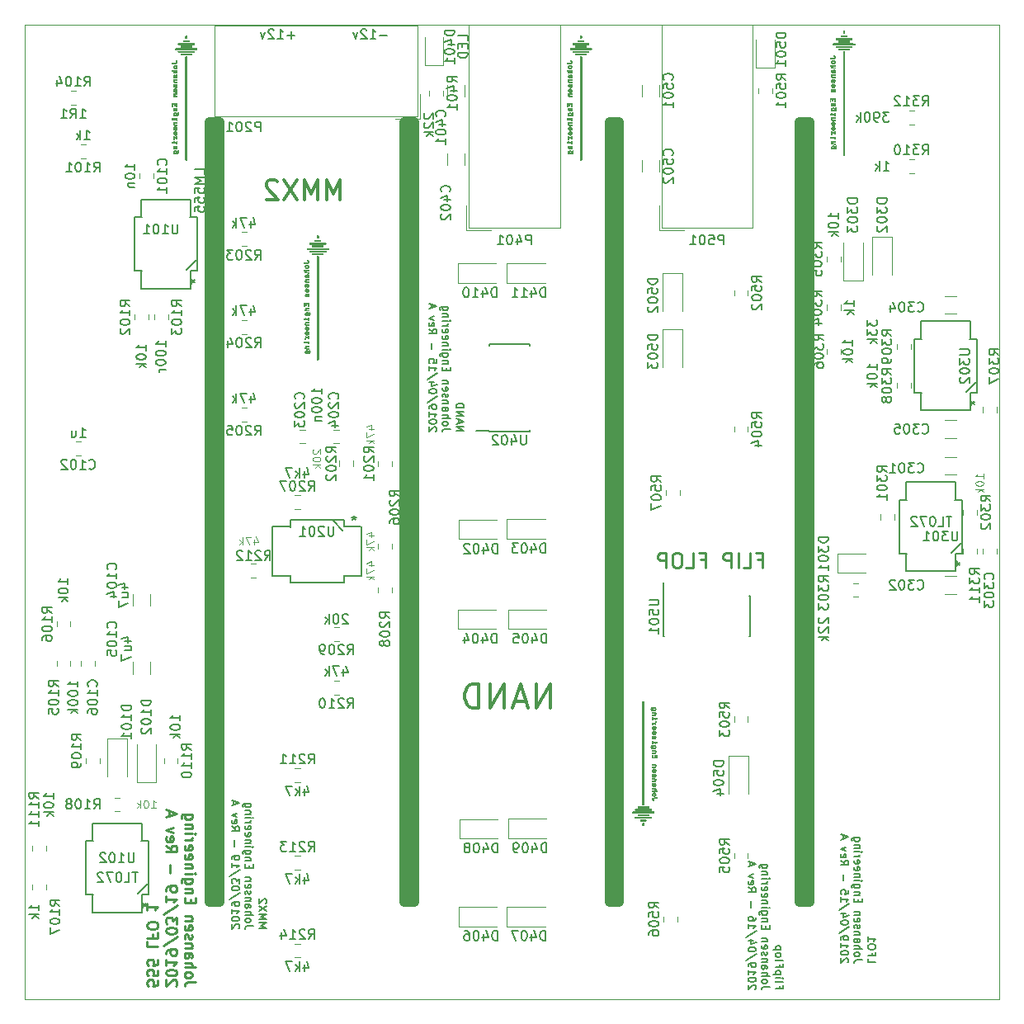
<source format=gbr>
%TF.GenerationSoftware,KiCad,Pcbnew,(5.1.0)-1*%
%TF.CreationDate,2019-04-16T22:19:31+02:00*%
%TF.ProjectId,Kicad_LFO_1,4b696361-645f-44c4-964f-5f312e6b6963,Rev A*%
%TF.SameCoordinates,Original*%
%TF.FileFunction,Legend,Bot*%
%TF.FilePolarity,Positive*%
%FSLAX46Y46*%
G04 Gerber Fmt 4.6, Leading zero omitted, Abs format (unit mm)*
G04 Created by KiCad (PCBNEW (5.1.0)-1) date 2019-04-16 22:19:31*
%MOMM*%
%LPD*%
G04 APERTURE LIST*
%ADD10C,0.300000*%
%ADD11C,0.250000*%
%ADD12C,0.200000*%
%ADD13C,1.000000*%
%ADD14C,0.150000*%
%ADD15C,0.275000*%
%ADD16C,0.050000*%
%ADD17C,0.010000*%
%ADD18C,0.120000*%
%ADD19C,0.100000*%
G04 APERTURE END LIST*
D10*
X82328809Y-67904761D02*
X82328809Y-65904761D01*
X81662142Y-67333333D01*
X80995476Y-65904761D01*
X80995476Y-67904761D01*
X80043095Y-67904761D02*
X80043095Y-65904761D01*
X79376428Y-67333333D01*
X78709761Y-65904761D01*
X78709761Y-67904761D01*
X77947857Y-65904761D02*
X76614523Y-67904761D01*
X76614523Y-65904761D02*
X77947857Y-67904761D01*
X75947857Y-66095238D02*
X75852619Y-66000000D01*
X75662142Y-65904761D01*
X75185952Y-65904761D01*
X74995476Y-66000000D01*
X74900238Y-66095238D01*
X74805000Y-66285714D01*
X74805000Y-66476190D01*
X74900238Y-66761904D01*
X76043095Y-67904761D01*
X74805000Y-67904761D01*
D11*
X125230357Y-104892857D02*
X125730357Y-104892857D01*
X125730357Y-105678571D02*
X125730357Y-104178571D01*
X125016071Y-104178571D01*
X123730357Y-105678571D02*
X124444642Y-105678571D01*
X124444642Y-104178571D01*
X123230357Y-105678571D02*
X123230357Y-104178571D01*
X122516071Y-105678571D02*
X122516071Y-104178571D01*
X121944642Y-104178571D01*
X121801785Y-104250000D01*
X121730357Y-104321428D01*
X121658928Y-104464285D01*
X121658928Y-104678571D01*
X121730357Y-104821428D01*
X121801785Y-104892857D01*
X121944642Y-104964285D01*
X122516071Y-104964285D01*
X119373214Y-104892857D02*
X119873214Y-104892857D01*
X119873214Y-105678571D02*
X119873214Y-104178571D01*
X119158928Y-104178571D01*
X117873214Y-105678571D02*
X118587500Y-105678571D01*
X118587500Y-104178571D01*
X117087500Y-104178571D02*
X116801785Y-104178571D01*
X116658928Y-104250000D01*
X116516071Y-104392857D01*
X116444642Y-104678571D01*
X116444642Y-105178571D01*
X116516071Y-105464285D01*
X116658928Y-105607142D01*
X116801785Y-105678571D01*
X117087500Y-105678571D01*
X117230357Y-105607142D01*
X117373214Y-105464285D01*
X117444642Y-105178571D01*
X117444642Y-104678571D01*
X117373214Y-104392857D01*
X117230357Y-104250000D01*
X117087500Y-104178571D01*
X115801785Y-105678571D02*
X115801785Y-104178571D01*
X115230357Y-104178571D01*
X115087500Y-104250000D01*
X115016071Y-104321428D01*
X114944642Y-104464285D01*
X114944642Y-104678571D01*
X115016071Y-104821428D01*
X115087500Y-104892857D01*
X115230357Y-104964285D01*
X115801785Y-104964285D01*
D10*
X103959761Y-120130952D02*
X103959761Y-117630952D01*
X102531190Y-120130952D01*
X102531190Y-117630952D01*
X101459761Y-119416666D02*
X100269285Y-119416666D01*
X101697857Y-120130952D02*
X100864523Y-117630952D01*
X100031190Y-120130952D01*
X99197857Y-120130952D02*
X99197857Y-117630952D01*
X97769285Y-120130952D01*
X97769285Y-117630952D01*
X96578809Y-120130952D02*
X96578809Y-117630952D01*
X95983571Y-117630952D01*
X95626428Y-117750000D01*
X95388333Y-117988095D01*
X95269285Y-118226190D01*
X95150238Y-118702380D01*
X95150238Y-119059523D01*
X95269285Y-119535714D01*
X95388333Y-119773809D01*
X95626428Y-120011904D01*
X95983571Y-120130952D01*
X96578809Y-120130952D01*
D12*
X94288095Y-91679523D02*
X95088095Y-91679523D01*
X94288095Y-91222380D01*
X95088095Y-91222380D01*
X94516666Y-90879523D02*
X94516666Y-90498571D01*
X94288095Y-90955714D02*
X95088095Y-90689047D01*
X94288095Y-90422380D01*
X94288095Y-90155714D02*
X95088095Y-90155714D01*
X94288095Y-89698571D01*
X95088095Y-89698571D01*
X94288095Y-89317619D02*
X95088095Y-89317619D01*
X95088095Y-89127142D01*
X95050000Y-89012857D01*
X94973809Y-88936666D01*
X94897619Y-88898571D01*
X94745238Y-88860476D01*
X94630952Y-88860476D01*
X94478571Y-88898571D01*
X94402380Y-88936666D01*
X94326190Y-89012857D01*
X94288095Y-89127142D01*
X94288095Y-89317619D01*
X93688095Y-91450952D02*
X93116666Y-91450952D01*
X93002380Y-91489047D01*
X92926190Y-91565238D01*
X92888095Y-91679523D01*
X92888095Y-91755714D01*
X92888095Y-90955714D02*
X92926190Y-91031904D01*
X92964285Y-91070000D01*
X93040476Y-91108095D01*
X93269047Y-91108095D01*
X93345238Y-91070000D01*
X93383333Y-91031904D01*
X93421428Y-90955714D01*
X93421428Y-90841428D01*
X93383333Y-90765238D01*
X93345238Y-90727142D01*
X93269047Y-90689047D01*
X93040476Y-90689047D01*
X92964285Y-90727142D01*
X92926190Y-90765238D01*
X92888095Y-90841428D01*
X92888095Y-90955714D01*
X92888095Y-90346190D02*
X93688095Y-90346190D01*
X92888095Y-90003333D02*
X93307142Y-90003333D01*
X93383333Y-90041428D01*
X93421428Y-90117619D01*
X93421428Y-90231904D01*
X93383333Y-90308095D01*
X93345238Y-90346190D01*
X92888095Y-89279523D02*
X93307142Y-89279523D01*
X93383333Y-89317619D01*
X93421428Y-89393809D01*
X93421428Y-89546190D01*
X93383333Y-89622380D01*
X92926190Y-89279523D02*
X92888095Y-89355714D01*
X92888095Y-89546190D01*
X92926190Y-89622380D01*
X93002380Y-89660476D01*
X93078571Y-89660476D01*
X93154761Y-89622380D01*
X93192857Y-89546190D01*
X93192857Y-89355714D01*
X93230952Y-89279523D01*
X93421428Y-88898571D02*
X92888095Y-88898571D01*
X93345238Y-88898571D02*
X93383333Y-88860476D01*
X93421428Y-88784285D01*
X93421428Y-88670000D01*
X93383333Y-88593809D01*
X93307142Y-88555714D01*
X92888095Y-88555714D01*
X92926190Y-88212857D02*
X92888095Y-88136666D01*
X92888095Y-87984285D01*
X92926190Y-87908095D01*
X93002380Y-87870000D01*
X93040476Y-87870000D01*
X93116666Y-87908095D01*
X93154761Y-87984285D01*
X93154761Y-88098571D01*
X93192857Y-88174761D01*
X93269047Y-88212857D01*
X93307142Y-88212857D01*
X93383333Y-88174761D01*
X93421428Y-88098571D01*
X93421428Y-87984285D01*
X93383333Y-87908095D01*
X92926190Y-87222380D02*
X92888095Y-87298571D01*
X92888095Y-87450952D01*
X92926190Y-87527142D01*
X93002380Y-87565238D01*
X93307142Y-87565238D01*
X93383333Y-87527142D01*
X93421428Y-87450952D01*
X93421428Y-87298571D01*
X93383333Y-87222380D01*
X93307142Y-87184285D01*
X93230952Y-87184285D01*
X93154761Y-87565238D01*
X93421428Y-86841428D02*
X92888095Y-86841428D01*
X93345238Y-86841428D02*
X93383333Y-86803333D01*
X93421428Y-86727142D01*
X93421428Y-86612857D01*
X93383333Y-86536666D01*
X93307142Y-86498571D01*
X92888095Y-86498571D01*
X93307142Y-85508095D02*
X93307142Y-85241428D01*
X92888095Y-85127142D02*
X92888095Y-85508095D01*
X93688095Y-85508095D01*
X93688095Y-85127142D01*
X93421428Y-84784285D02*
X92888095Y-84784285D01*
X93345238Y-84784285D02*
X93383333Y-84746190D01*
X93421428Y-84670000D01*
X93421428Y-84555714D01*
X93383333Y-84479523D01*
X93307142Y-84441428D01*
X92888095Y-84441428D01*
X93421428Y-83717619D02*
X92773809Y-83717619D01*
X92697619Y-83755714D01*
X92659523Y-83793809D01*
X92621428Y-83870000D01*
X92621428Y-83984285D01*
X92659523Y-84060476D01*
X92926190Y-83717619D02*
X92888095Y-83793809D01*
X92888095Y-83946190D01*
X92926190Y-84022380D01*
X92964285Y-84060476D01*
X93040476Y-84098571D01*
X93269047Y-84098571D01*
X93345238Y-84060476D01*
X93383333Y-84022380D01*
X93421428Y-83946190D01*
X93421428Y-83793809D01*
X93383333Y-83717619D01*
X92888095Y-83336666D02*
X93421428Y-83336666D01*
X93688095Y-83336666D02*
X93650000Y-83374761D01*
X93611904Y-83336666D01*
X93650000Y-83298571D01*
X93688095Y-83336666D01*
X93611904Y-83336666D01*
X93421428Y-82955714D02*
X92888095Y-82955714D01*
X93345238Y-82955714D02*
X93383333Y-82917619D01*
X93421428Y-82841428D01*
X93421428Y-82727142D01*
X93383333Y-82650952D01*
X93307142Y-82612857D01*
X92888095Y-82612857D01*
X92926190Y-81927142D02*
X92888095Y-82003333D01*
X92888095Y-82155714D01*
X92926190Y-82231904D01*
X93002380Y-82270000D01*
X93307142Y-82270000D01*
X93383333Y-82231904D01*
X93421428Y-82155714D01*
X93421428Y-82003333D01*
X93383333Y-81927142D01*
X93307142Y-81889047D01*
X93230952Y-81889047D01*
X93154761Y-82270000D01*
X92926190Y-81241428D02*
X92888095Y-81317619D01*
X92888095Y-81470000D01*
X92926190Y-81546190D01*
X93002380Y-81584285D01*
X93307142Y-81584285D01*
X93383333Y-81546190D01*
X93421428Y-81470000D01*
X93421428Y-81317619D01*
X93383333Y-81241428D01*
X93307142Y-81203333D01*
X93230952Y-81203333D01*
X93154761Y-81584285D01*
X92888095Y-80860476D02*
X93421428Y-80860476D01*
X93269047Y-80860476D02*
X93345238Y-80822380D01*
X93383333Y-80784285D01*
X93421428Y-80708095D01*
X93421428Y-80631904D01*
X92888095Y-80365238D02*
X93421428Y-80365238D01*
X93688095Y-80365238D02*
X93650000Y-80403333D01*
X93611904Y-80365238D01*
X93650000Y-80327142D01*
X93688095Y-80365238D01*
X93611904Y-80365238D01*
X93421428Y-79984285D02*
X92888095Y-79984285D01*
X93345238Y-79984285D02*
X93383333Y-79946190D01*
X93421428Y-79870000D01*
X93421428Y-79755714D01*
X93383333Y-79679523D01*
X93307142Y-79641428D01*
X92888095Y-79641428D01*
X93421428Y-78917619D02*
X92773809Y-78917619D01*
X92697619Y-78955714D01*
X92659523Y-78993809D01*
X92621428Y-79070000D01*
X92621428Y-79184285D01*
X92659523Y-79260476D01*
X92926190Y-78917619D02*
X92888095Y-78993809D01*
X92888095Y-79146190D01*
X92926190Y-79222380D01*
X92964285Y-79260476D01*
X93040476Y-79298571D01*
X93269047Y-79298571D01*
X93345238Y-79260476D01*
X93383333Y-79222380D01*
X93421428Y-79146190D01*
X93421428Y-78993809D01*
X93383333Y-78917619D01*
X92211904Y-91717619D02*
X92250000Y-91679523D01*
X92288095Y-91603333D01*
X92288095Y-91412857D01*
X92250000Y-91336666D01*
X92211904Y-91298571D01*
X92135714Y-91260476D01*
X92059523Y-91260476D01*
X91945238Y-91298571D01*
X91488095Y-91755714D01*
X91488095Y-91260476D01*
X92288095Y-90765238D02*
X92288095Y-90689047D01*
X92250000Y-90612857D01*
X92211904Y-90574761D01*
X92135714Y-90536666D01*
X91983333Y-90498571D01*
X91792857Y-90498571D01*
X91640476Y-90536666D01*
X91564285Y-90574761D01*
X91526190Y-90612857D01*
X91488095Y-90689047D01*
X91488095Y-90765238D01*
X91526190Y-90841428D01*
X91564285Y-90879523D01*
X91640476Y-90917619D01*
X91792857Y-90955714D01*
X91983333Y-90955714D01*
X92135714Y-90917619D01*
X92211904Y-90879523D01*
X92250000Y-90841428D01*
X92288095Y-90765238D01*
X91488095Y-89736666D02*
X91488095Y-90193809D01*
X91488095Y-89965238D02*
X92288095Y-89965238D01*
X92173809Y-90041428D01*
X92097619Y-90117619D01*
X92059523Y-90193809D01*
X91488095Y-89355714D02*
X91488095Y-89203333D01*
X91526190Y-89127142D01*
X91564285Y-89089047D01*
X91678571Y-89012857D01*
X91830952Y-88974761D01*
X92135714Y-88974761D01*
X92211904Y-89012857D01*
X92250000Y-89050952D01*
X92288095Y-89127142D01*
X92288095Y-89279523D01*
X92250000Y-89355714D01*
X92211904Y-89393809D01*
X92135714Y-89431904D01*
X91945238Y-89431904D01*
X91869047Y-89393809D01*
X91830952Y-89355714D01*
X91792857Y-89279523D01*
X91792857Y-89127142D01*
X91830952Y-89050952D01*
X91869047Y-89012857D01*
X91945238Y-88974761D01*
X92326190Y-88060476D02*
X91297619Y-88746190D01*
X92288095Y-87641428D02*
X92288095Y-87565238D01*
X92250000Y-87489047D01*
X92211904Y-87450952D01*
X92135714Y-87412857D01*
X91983333Y-87374761D01*
X91792857Y-87374761D01*
X91640476Y-87412857D01*
X91564285Y-87450952D01*
X91526190Y-87489047D01*
X91488095Y-87565238D01*
X91488095Y-87641428D01*
X91526190Y-87717619D01*
X91564285Y-87755714D01*
X91640476Y-87793809D01*
X91792857Y-87831904D01*
X91983333Y-87831904D01*
X92135714Y-87793809D01*
X92211904Y-87755714D01*
X92250000Y-87717619D01*
X92288095Y-87641428D01*
X92021428Y-86689047D02*
X91488095Y-86689047D01*
X92326190Y-86879523D02*
X91754761Y-87070000D01*
X91754761Y-86574761D01*
X92326190Y-85698571D02*
X91297619Y-86384285D01*
X91488095Y-85012857D02*
X91488095Y-85470000D01*
X91488095Y-85241428D02*
X92288095Y-85241428D01*
X92173809Y-85317619D01*
X92097619Y-85393809D01*
X92059523Y-85470000D01*
X92288095Y-84289047D02*
X92288095Y-84670000D01*
X91907142Y-84708095D01*
X91945238Y-84670000D01*
X91983333Y-84593809D01*
X91983333Y-84403333D01*
X91945238Y-84327142D01*
X91907142Y-84289047D01*
X91830952Y-84250952D01*
X91640476Y-84250952D01*
X91564285Y-84289047D01*
X91526190Y-84327142D01*
X91488095Y-84403333D01*
X91488095Y-84593809D01*
X91526190Y-84670000D01*
X91564285Y-84708095D01*
X91792857Y-83298571D02*
X91792857Y-82689047D01*
X91488095Y-81241428D02*
X91869047Y-81508095D01*
X91488095Y-81698571D02*
X92288095Y-81698571D01*
X92288095Y-81393809D01*
X92250000Y-81317619D01*
X92211904Y-81279523D01*
X92135714Y-81241428D01*
X92021428Y-81241428D01*
X91945238Y-81279523D01*
X91907142Y-81317619D01*
X91869047Y-81393809D01*
X91869047Y-81698571D01*
X91526190Y-80593809D02*
X91488095Y-80670000D01*
X91488095Y-80822380D01*
X91526190Y-80898571D01*
X91602380Y-80936666D01*
X91907142Y-80936666D01*
X91983333Y-80898571D01*
X92021428Y-80822380D01*
X92021428Y-80670000D01*
X91983333Y-80593809D01*
X91907142Y-80555714D01*
X91830952Y-80555714D01*
X91754761Y-80936666D01*
X92021428Y-80289047D02*
X91488095Y-80098571D01*
X92021428Y-79908095D01*
X91716666Y-79031904D02*
X91716666Y-78650952D01*
X91488095Y-79108095D02*
X92288095Y-78841428D01*
X91488095Y-78574761D01*
X127457142Y-148662857D02*
X127457142Y-148929523D01*
X127038095Y-148929523D02*
X127838095Y-148929523D01*
X127838095Y-148548571D01*
X127038095Y-148129523D02*
X127076190Y-148205714D01*
X127152380Y-148243809D01*
X127838095Y-148243809D01*
X127038095Y-147824761D02*
X127571428Y-147824761D01*
X127838095Y-147824761D02*
X127800000Y-147862857D01*
X127761904Y-147824761D01*
X127800000Y-147786666D01*
X127838095Y-147824761D01*
X127761904Y-147824761D01*
X127571428Y-147443809D02*
X126771428Y-147443809D01*
X127533333Y-147443809D02*
X127571428Y-147367619D01*
X127571428Y-147215238D01*
X127533333Y-147139047D01*
X127495238Y-147100952D01*
X127419047Y-147062857D01*
X127190476Y-147062857D01*
X127114285Y-147100952D01*
X127076190Y-147139047D01*
X127038095Y-147215238D01*
X127038095Y-147367619D01*
X127076190Y-147443809D01*
X127457142Y-146453333D02*
X127457142Y-146720000D01*
X127038095Y-146720000D02*
X127838095Y-146720000D01*
X127838095Y-146339047D01*
X127038095Y-145920000D02*
X127076190Y-145996190D01*
X127152380Y-146034285D01*
X127838095Y-146034285D01*
X127038095Y-145500952D02*
X127076190Y-145577142D01*
X127114285Y-145615238D01*
X127190476Y-145653333D01*
X127419047Y-145653333D01*
X127495238Y-145615238D01*
X127533333Y-145577142D01*
X127571428Y-145500952D01*
X127571428Y-145386666D01*
X127533333Y-145310476D01*
X127495238Y-145272380D01*
X127419047Y-145234285D01*
X127190476Y-145234285D01*
X127114285Y-145272380D01*
X127076190Y-145310476D01*
X127038095Y-145386666D01*
X127038095Y-145500952D01*
X127571428Y-144891428D02*
X126771428Y-144891428D01*
X127533333Y-144891428D02*
X127571428Y-144815238D01*
X127571428Y-144662857D01*
X127533333Y-144586666D01*
X127495238Y-144548571D01*
X127419047Y-144510476D01*
X127190476Y-144510476D01*
X127114285Y-144548571D01*
X127076190Y-144586666D01*
X127038095Y-144662857D01*
X127038095Y-144815238D01*
X127076190Y-144891428D01*
X126438095Y-148700952D02*
X125866666Y-148700952D01*
X125752380Y-148739047D01*
X125676190Y-148815238D01*
X125638095Y-148929523D01*
X125638095Y-149005714D01*
X125638095Y-148205714D02*
X125676190Y-148281904D01*
X125714285Y-148320000D01*
X125790476Y-148358095D01*
X126019047Y-148358095D01*
X126095238Y-148320000D01*
X126133333Y-148281904D01*
X126171428Y-148205714D01*
X126171428Y-148091428D01*
X126133333Y-148015238D01*
X126095238Y-147977142D01*
X126019047Y-147939047D01*
X125790476Y-147939047D01*
X125714285Y-147977142D01*
X125676190Y-148015238D01*
X125638095Y-148091428D01*
X125638095Y-148205714D01*
X125638095Y-147596190D02*
X126438095Y-147596190D01*
X125638095Y-147253333D02*
X126057142Y-147253333D01*
X126133333Y-147291428D01*
X126171428Y-147367619D01*
X126171428Y-147481904D01*
X126133333Y-147558095D01*
X126095238Y-147596190D01*
X125638095Y-146529523D02*
X126057142Y-146529523D01*
X126133333Y-146567619D01*
X126171428Y-146643809D01*
X126171428Y-146796190D01*
X126133333Y-146872380D01*
X125676190Y-146529523D02*
X125638095Y-146605714D01*
X125638095Y-146796190D01*
X125676190Y-146872380D01*
X125752380Y-146910476D01*
X125828571Y-146910476D01*
X125904761Y-146872380D01*
X125942857Y-146796190D01*
X125942857Y-146605714D01*
X125980952Y-146529523D01*
X126171428Y-146148571D02*
X125638095Y-146148571D01*
X126095238Y-146148571D02*
X126133333Y-146110476D01*
X126171428Y-146034285D01*
X126171428Y-145920000D01*
X126133333Y-145843809D01*
X126057142Y-145805714D01*
X125638095Y-145805714D01*
X125676190Y-145462857D02*
X125638095Y-145386666D01*
X125638095Y-145234285D01*
X125676190Y-145158095D01*
X125752380Y-145120000D01*
X125790476Y-145120000D01*
X125866666Y-145158095D01*
X125904761Y-145234285D01*
X125904761Y-145348571D01*
X125942857Y-145424761D01*
X126019047Y-145462857D01*
X126057142Y-145462857D01*
X126133333Y-145424761D01*
X126171428Y-145348571D01*
X126171428Y-145234285D01*
X126133333Y-145158095D01*
X125676190Y-144472380D02*
X125638095Y-144548571D01*
X125638095Y-144700952D01*
X125676190Y-144777142D01*
X125752380Y-144815238D01*
X126057142Y-144815238D01*
X126133333Y-144777142D01*
X126171428Y-144700952D01*
X126171428Y-144548571D01*
X126133333Y-144472380D01*
X126057142Y-144434285D01*
X125980952Y-144434285D01*
X125904761Y-144815238D01*
X126171428Y-144091428D02*
X125638095Y-144091428D01*
X126095238Y-144091428D02*
X126133333Y-144053333D01*
X126171428Y-143977142D01*
X126171428Y-143862857D01*
X126133333Y-143786666D01*
X126057142Y-143748571D01*
X125638095Y-143748571D01*
X126057142Y-142758095D02*
X126057142Y-142491428D01*
X125638095Y-142377142D02*
X125638095Y-142758095D01*
X126438095Y-142758095D01*
X126438095Y-142377142D01*
X126171428Y-142034285D02*
X125638095Y-142034285D01*
X126095238Y-142034285D02*
X126133333Y-141996190D01*
X126171428Y-141920000D01*
X126171428Y-141805714D01*
X126133333Y-141729523D01*
X126057142Y-141691428D01*
X125638095Y-141691428D01*
X126171428Y-140967619D02*
X125523809Y-140967619D01*
X125447619Y-141005714D01*
X125409523Y-141043809D01*
X125371428Y-141120000D01*
X125371428Y-141234285D01*
X125409523Y-141310476D01*
X125676190Y-140967619D02*
X125638095Y-141043809D01*
X125638095Y-141196190D01*
X125676190Y-141272380D01*
X125714285Y-141310476D01*
X125790476Y-141348571D01*
X126019047Y-141348571D01*
X126095238Y-141310476D01*
X126133333Y-141272380D01*
X126171428Y-141196190D01*
X126171428Y-141043809D01*
X126133333Y-140967619D01*
X125638095Y-140586666D02*
X126171428Y-140586666D01*
X126438095Y-140586666D02*
X126400000Y-140624761D01*
X126361904Y-140586666D01*
X126400000Y-140548571D01*
X126438095Y-140586666D01*
X126361904Y-140586666D01*
X126171428Y-140205714D02*
X125638095Y-140205714D01*
X126095238Y-140205714D02*
X126133333Y-140167619D01*
X126171428Y-140091428D01*
X126171428Y-139977142D01*
X126133333Y-139900952D01*
X126057142Y-139862857D01*
X125638095Y-139862857D01*
X125676190Y-139177142D02*
X125638095Y-139253333D01*
X125638095Y-139405714D01*
X125676190Y-139481904D01*
X125752380Y-139520000D01*
X126057142Y-139520000D01*
X126133333Y-139481904D01*
X126171428Y-139405714D01*
X126171428Y-139253333D01*
X126133333Y-139177142D01*
X126057142Y-139139047D01*
X125980952Y-139139047D01*
X125904761Y-139520000D01*
X125676190Y-138491428D02*
X125638095Y-138567619D01*
X125638095Y-138720000D01*
X125676190Y-138796190D01*
X125752380Y-138834285D01*
X126057142Y-138834285D01*
X126133333Y-138796190D01*
X126171428Y-138720000D01*
X126171428Y-138567619D01*
X126133333Y-138491428D01*
X126057142Y-138453333D01*
X125980952Y-138453333D01*
X125904761Y-138834285D01*
X125638095Y-138110476D02*
X126171428Y-138110476D01*
X126019047Y-138110476D02*
X126095238Y-138072380D01*
X126133333Y-138034285D01*
X126171428Y-137958095D01*
X126171428Y-137881904D01*
X125638095Y-137615238D02*
X126171428Y-137615238D01*
X126438095Y-137615238D02*
X126400000Y-137653333D01*
X126361904Y-137615238D01*
X126400000Y-137577142D01*
X126438095Y-137615238D01*
X126361904Y-137615238D01*
X126171428Y-137234285D02*
X125638095Y-137234285D01*
X126095238Y-137234285D02*
X126133333Y-137196190D01*
X126171428Y-137120000D01*
X126171428Y-137005714D01*
X126133333Y-136929523D01*
X126057142Y-136891428D01*
X125638095Y-136891428D01*
X126171428Y-136167619D02*
X125523809Y-136167619D01*
X125447619Y-136205714D01*
X125409523Y-136243809D01*
X125371428Y-136320000D01*
X125371428Y-136434285D01*
X125409523Y-136510476D01*
X125676190Y-136167619D02*
X125638095Y-136243809D01*
X125638095Y-136396190D01*
X125676190Y-136472380D01*
X125714285Y-136510476D01*
X125790476Y-136548571D01*
X126019047Y-136548571D01*
X126095238Y-136510476D01*
X126133333Y-136472380D01*
X126171428Y-136396190D01*
X126171428Y-136243809D01*
X126133333Y-136167619D01*
X124961904Y-148967619D02*
X125000000Y-148929523D01*
X125038095Y-148853333D01*
X125038095Y-148662857D01*
X125000000Y-148586666D01*
X124961904Y-148548571D01*
X124885714Y-148510476D01*
X124809523Y-148510476D01*
X124695238Y-148548571D01*
X124238095Y-149005714D01*
X124238095Y-148510476D01*
X125038095Y-148015238D02*
X125038095Y-147939047D01*
X125000000Y-147862857D01*
X124961904Y-147824761D01*
X124885714Y-147786666D01*
X124733333Y-147748571D01*
X124542857Y-147748571D01*
X124390476Y-147786666D01*
X124314285Y-147824761D01*
X124276190Y-147862857D01*
X124238095Y-147939047D01*
X124238095Y-148015238D01*
X124276190Y-148091428D01*
X124314285Y-148129523D01*
X124390476Y-148167619D01*
X124542857Y-148205714D01*
X124733333Y-148205714D01*
X124885714Y-148167619D01*
X124961904Y-148129523D01*
X125000000Y-148091428D01*
X125038095Y-148015238D01*
X124238095Y-146986666D02*
X124238095Y-147443809D01*
X124238095Y-147215238D02*
X125038095Y-147215238D01*
X124923809Y-147291428D01*
X124847619Y-147367619D01*
X124809523Y-147443809D01*
X124238095Y-146605714D02*
X124238095Y-146453333D01*
X124276190Y-146377142D01*
X124314285Y-146339047D01*
X124428571Y-146262857D01*
X124580952Y-146224761D01*
X124885714Y-146224761D01*
X124961904Y-146262857D01*
X125000000Y-146300952D01*
X125038095Y-146377142D01*
X125038095Y-146529523D01*
X125000000Y-146605714D01*
X124961904Y-146643809D01*
X124885714Y-146681904D01*
X124695238Y-146681904D01*
X124619047Y-146643809D01*
X124580952Y-146605714D01*
X124542857Y-146529523D01*
X124542857Y-146377142D01*
X124580952Y-146300952D01*
X124619047Y-146262857D01*
X124695238Y-146224761D01*
X125076190Y-145310476D02*
X124047619Y-145996190D01*
X125038095Y-144891428D02*
X125038095Y-144815238D01*
X125000000Y-144739047D01*
X124961904Y-144700952D01*
X124885714Y-144662857D01*
X124733333Y-144624761D01*
X124542857Y-144624761D01*
X124390476Y-144662857D01*
X124314285Y-144700952D01*
X124276190Y-144739047D01*
X124238095Y-144815238D01*
X124238095Y-144891428D01*
X124276190Y-144967619D01*
X124314285Y-145005714D01*
X124390476Y-145043809D01*
X124542857Y-145081904D01*
X124733333Y-145081904D01*
X124885714Y-145043809D01*
X124961904Y-145005714D01*
X125000000Y-144967619D01*
X125038095Y-144891428D01*
X124771428Y-143939047D02*
X124238095Y-143939047D01*
X125076190Y-144129523D02*
X124504761Y-144320000D01*
X124504761Y-143824761D01*
X125076190Y-142948571D02*
X124047619Y-143634285D01*
X124238095Y-142262857D02*
X124238095Y-142720000D01*
X124238095Y-142491428D02*
X125038095Y-142491428D01*
X124923809Y-142567619D01*
X124847619Y-142643809D01*
X124809523Y-142720000D01*
X125038095Y-141577142D02*
X125038095Y-141729523D01*
X125000000Y-141805714D01*
X124961904Y-141843809D01*
X124847619Y-141920000D01*
X124695238Y-141958095D01*
X124390476Y-141958095D01*
X124314285Y-141920000D01*
X124276190Y-141881904D01*
X124238095Y-141805714D01*
X124238095Y-141653333D01*
X124276190Y-141577142D01*
X124314285Y-141539047D01*
X124390476Y-141500952D01*
X124580952Y-141500952D01*
X124657142Y-141539047D01*
X124695238Y-141577142D01*
X124733333Y-141653333D01*
X124733333Y-141805714D01*
X124695238Y-141881904D01*
X124657142Y-141920000D01*
X124580952Y-141958095D01*
X124542857Y-140548571D02*
X124542857Y-139939047D01*
X124238095Y-138491428D02*
X124619047Y-138758095D01*
X124238095Y-138948571D02*
X125038095Y-138948571D01*
X125038095Y-138643809D01*
X125000000Y-138567619D01*
X124961904Y-138529523D01*
X124885714Y-138491428D01*
X124771428Y-138491428D01*
X124695238Y-138529523D01*
X124657142Y-138567619D01*
X124619047Y-138643809D01*
X124619047Y-138948571D01*
X124276190Y-137843809D02*
X124238095Y-137920000D01*
X124238095Y-138072380D01*
X124276190Y-138148571D01*
X124352380Y-138186666D01*
X124657142Y-138186666D01*
X124733333Y-138148571D01*
X124771428Y-138072380D01*
X124771428Y-137920000D01*
X124733333Y-137843809D01*
X124657142Y-137805714D01*
X124580952Y-137805714D01*
X124504761Y-138186666D01*
X124771428Y-137539047D02*
X124238095Y-137348571D01*
X124771428Y-137158095D01*
X124466666Y-136281904D02*
X124466666Y-135900952D01*
X124238095Y-136358095D02*
X125038095Y-136091428D01*
X124238095Y-135824761D01*
X136538095Y-145798571D02*
X136538095Y-146179523D01*
X137338095Y-146179523D01*
X136957142Y-145265238D02*
X136957142Y-145531904D01*
X136538095Y-145531904D02*
X137338095Y-145531904D01*
X137338095Y-145150952D01*
X137338095Y-144693809D02*
X137338095Y-144541428D01*
X137300000Y-144465238D01*
X137223809Y-144389047D01*
X137071428Y-144350952D01*
X136804761Y-144350952D01*
X136652380Y-144389047D01*
X136576190Y-144465238D01*
X136538095Y-144541428D01*
X136538095Y-144693809D01*
X136576190Y-144770000D01*
X136652380Y-144846190D01*
X136804761Y-144884285D01*
X137071428Y-144884285D01*
X137223809Y-144846190D01*
X137300000Y-144770000D01*
X137338095Y-144693809D01*
X136538095Y-143589047D02*
X136538095Y-144046190D01*
X136538095Y-143817619D02*
X137338095Y-143817619D01*
X137223809Y-143893809D01*
X137147619Y-143970000D01*
X137109523Y-144046190D01*
X135938095Y-145950952D02*
X135366666Y-145950952D01*
X135252380Y-145989047D01*
X135176190Y-146065238D01*
X135138095Y-146179523D01*
X135138095Y-146255714D01*
X135138095Y-145455714D02*
X135176190Y-145531904D01*
X135214285Y-145570000D01*
X135290476Y-145608095D01*
X135519047Y-145608095D01*
X135595238Y-145570000D01*
X135633333Y-145531904D01*
X135671428Y-145455714D01*
X135671428Y-145341428D01*
X135633333Y-145265238D01*
X135595238Y-145227142D01*
X135519047Y-145189047D01*
X135290476Y-145189047D01*
X135214285Y-145227142D01*
X135176190Y-145265238D01*
X135138095Y-145341428D01*
X135138095Y-145455714D01*
X135138095Y-144846190D02*
X135938095Y-144846190D01*
X135138095Y-144503333D02*
X135557142Y-144503333D01*
X135633333Y-144541428D01*
X135671428Y-144617619D01*
X135671428Y-144731904D01*
X135633333Y-144808095D01*
X135595238Y-144846190D01*
X135138095Y-143779523D02*
X135557142Y-143779523D01*
X135633333Y-143817619D01*
X135671428Y-143893809D01*
X135671428Y-144046190D01*
X135633333Y-144122380D01*
X135176190Y-143779523D02*
X135138095Y-143855714D01*
X135138095Y-144046190D01*
X135176190Y-144122380D01*
X135252380Y-144160476D01*
X135328571Y-144160476D01*
X135404761Y-144122380D01*
X135442857Y-144046190D01*
X135442857Y-143855714D01*
X135480952Y-143779523D01*
X135671428Y-143398571D02*
X135138095Y-143398571D01*
X135595238Y-143398571D02*
X135633333Y-143360476D01*
X135671428Y-143284285D01*
X135671428Y-143170000D01*
X135633333Y-143093809D01*
X135557142Y-143055714D01*
X135138095Y-143055714D01*
X135176190Y-142712857D02*
X135138095Y-142636666D01*
X135138095Y-142484285D01*
X135176190Y-142408095D01*
X135252380Y-142370000D01*
X135290476Y-142370000D01*
X135366666Y-142408095D01*
X135404761Y-142484285D01*
X135404761Y-142598571D01*
X135442857Y-142674761D01*
X135519047Y-142712857D01*
X135557142Y-142712857D01*
X135633333Y-142674761D01*
X135671428Y-142598571D01*
X135671428Y-142484285D01*
X135633333Y-142408095D01*
X135176190Y-141722380D02*
X135138095Y-141798571D01*
X135138095Y-141950952D01*
X135176190Y-142027142D01*
X135252380Y-142065238D01*
X135557142Y-142065238D01*
X135633333Y-142027142D01*
X135671428Y-141950952D01*
X135671428Y-141798571D01*
X135633333Y-141722380D01*
X135557142Y-141684285D01*
X135480952Y-141684285D01*
X135404761Y-142065238D01*
X135671428Y-141341428D02*
X135138095Y-141341428D01*
X135595238Y-141341428D02*
X135633333Y-141303333D01*
X135671428Y-141227142D01*
X135671428Y-141112857D01*
X135633333Y-141036666D01*
X135557142Y-140998571D01*
X135138095Y-140998571D01*
X135557142Y-140008095D02*
X135557142Y-139741428D01*
X135138095Y-139627142D02*
X135138095Y-140008095D01*
X135938095Y-140008095D01*
X135938095Y-139627142D01*
X135671428Y-139284285D02*
X135138095Y-139284285D01*
X135595238Y-139284285D02*
X135633333Y-139246190D01*
X135671428Y-139170000D01*
X135671428Y-139055714D01*
X135633333Y-138979523D01*
X135557142Y-138941428D01*
X135138095Y-138941428D01*
X135671428Y-138217619D02*
X135023809Y-138217619D01*
X134947619Y-138255714D01*
X134909523Y-138293809D01*
X134871428Y-138370000D01*
X134871428Y-138484285D01*
X134909523Y-138560476D01*
X135176190Y-138217619D02*
X135138095Y-138293809D01*
X135138095Y-138446190D01*
X135176190Y-138522380D01*
X135214285Y-138560476D01*
X135290476Y-138598571D01*
X135519047Y-138598571D01*
X135595238Y-138560476D01*
X135633333Y-138522380D01*
X135671428Y-138446190D01*
X135671428Y-138293809D01*
X135633333Y-138217619D01*
X135138095Y-137836666D02*
X135671428Y-137836666D01*
X135938095Y-137836666D02*
X135900000Y-137874761D01*
X135861904Y-137836666D01*
X135900000Y-137798571D01*
X135938095Y-137836666D01*
X135861904Y-137836666D01*
X135671428Y-137455714D02*
X135138095Y-137455714D01*
X135595238Y-137455714D02*
X135633333Y-137417619D01*
X135671428Y-137341428D01*
X135671428Y-137227142D01*
X135633333Y-137150952D01*
X135557142Y-137112857D01*
X135138095Y-137112857D01*
X135176190Y-136427142D02*
X135138095Y-136503333D01*
X135138095Y-136655714D01*
X135176190Y-136731904D01*
X135252380Y-136770000D01*
X135557142Y-136770000D01*
X135633333Y-136731904D01*
X135671428Y-136655714D01*
X135671428Y-136503333D01*
X135633333Y-136427142D01*
X135557142Y-136389047D01*
X135480952Y-136389047D01*
X135404761Y-136770000D01*
X135176190Y-135741428D02*
X135138095Y-135817619D01*
X135138095Y-135970000D01*
X135176190Y-136046190D01*
X135252380Y-136084285D01*
X135557142Y-136084285D01*
X135633333Y-136046190D01*
X135671428Y-135970000D01*
X135671428Y-135817619D01*
X135633333Y-135741428D01*
X135557142Y-135703333D01*
X135480952Y-135703333D01*
X135404761Y-136084285D01*
X135138095Y-135360476D02*
X135671428Y-135360476D01*
X135519047Y-135360476D02*
X135595238Y-135322380D01*
X135633333Y-135284285D01*
X135671428Y-135208095D01*
X135671428Y-135131904D01*
X135138095Y-134865238D02*
X135671428Y-134865238D01*
X135938095Y-134865238D02*
X135900000Y-134903333D01*
X135861904Y-134865238D01*
X135900000Y-134827142D01*
X135938095Y-134865238D01*
X135861904Y-134865238D01*
X135671428Y-134484285D02*
X135138095Y-134484285D01*
X135595238Y-134484285D02*
X135633333Y-134446190D01*
X135671428Y-134370000D01*
X135671428Y-134255714D01*
X135633333Y-134179523D01*
X135557142Y-134141428D01*
X135138095Y-134141428D01*
X135671428Y-133417619D02*
X135023809Y-133417619D01*
X134947619Y-133455714D01*
X134909523Y-133493809D01*
X134871428Y-133570000D01*
X134871428Y-133684285D01*
X134909523Y-133760476D01*
X135176190Y-133417619D02*
X135138095Y-133493809D01*
X135138095Y-133646190D01*
X135176190Y-133722380D01*
X135214285Y-133760476D01*
X135290476Y-133798571D01*
X135519047Y-133798571D01*
X135595238Y-133760476D01*
X135633333Y-133722380D01*
X135671428Y-133646190D01*
X135671428Y-133493809D01*
X135633333Y-133417619D01*
X134461904Y-146217619D02*
X134500000Y-146179523D01*
X134538095Y-146103333D01*
X134538095Y-145912857D01*
X134500000Y-145836666D01*
X134461904Y-145798571D01*
X134385714Y-145760476D01*
X134309523Y-145760476D01*
X134195238Y-145798571D01*
X133738095Y-146255714D01*
X133738095Y-145760476D01*
X134538095Y-145265238D02*
X134538095Y-145189047D01*
X134500000Y-145112857D01*
X134461904Y-145074761D01*
X134385714Y-145036666D01*
X134233333Y-144998571D01*
X134042857Y-144998571D01*
X133890476Y-145036666D01*
X133814285Y-145074761D01*
X133776190Y-145112857D01*
X133738095Y-145189047D01*
X133738095Y-145265238D01*
X133776190Y-145341428D01*
X133814285Y-145379523D01*
X133890476Y-145417619D01*
X134042857Y-145455714D01*
X134233333Y-145455714D01*
X134385714Y-145417619D01*
X134461904Y-145379523D01*
X134500000Y-145341428D01*
X134538095Y-145265238D01*
X133738095Y-144236666D02*
X133738095Y-144693809D01*
X133738095Y-144465238D02*
X134538095Y-144465238D01*
X134423809Y-144541428D01*
X134347619Y-144617619D01*
X134309523Y-144693809D01*
X133738095Y-143855714D02*
X133738095Y-143703333D01*
X133776190Y-143627142D01*
X133814285Y-143589047D01*
X133928571Y-143512857D01*
X134080952Y-143474761D01*
X134385714Y-143474761D01*
X134461904Y-143512857D01*
X134500000Y-143550952D01*
X134538095Y-143627142D01*
X134538095Y-143779523D01*
X134500000Y-143855714D01*
X134461904Y-143893809D01*
X134385714Y-143931904D01*
X134195238Y-143931904D01*
X134119047Y-143893809D01*
X134080952Y-143855714D01*
X134042857Y-143779523D01*
X134042857Y-143627142D01*
X134080952Y-143550952D01*
X134119047Y-143512857D01*
X134195238Y-143474761D01*
X134576190Y-142560476D02*
X133547619Y-143246190D01*
X134538095Y-142141428D02*
X134538095Y-142065238D01*
X134500000Y-141989047D01*
X134461904Y-141950952D01*
X134385714Y-141912857D01*
X134233333Y-141874761D01*
X134042857Y-141874761D01*
X133890476Y-141912857D01*
X133814285Y-141950952D01*
X133776190Y-141989047D01*
X133738095Y-142065238D01*
X133738095Y-142141428D01*
X133776190Y-142217619D01*
X133814285Y-142255714D01*
X133890476Y-142293809D01*
X134042857Y-142331904D01*
X134233333Y-142331904D01*
X134385714Y-142293809D01*
X134461904Y-142255714D01*
X134500000Y-142217619D01*
X134538095Y-142141428D01*
X134271428Y-141189047D02*
X133738095Y-141189047D01*
X134576190Y-141379523D02*
X134004761Y-141570000D01*
X134004761Y-141074761D01*
X134576190Y-140198571D02*
X133547619Y-140884285D01*
X133738095Y-139512857D02*
X133738095Y-139970000D01*
X133738095Y-139741428D02*
X134538095Y-139741428D01*
X134423809Y-139817619D01*
X134347619Y-139893809D01*
X134309523Y-139970000D01*
X134538095Y-138789047D02*
X134538095Y-139170000D01*
X134157142Y-139208095D01*
X134195238Y-139170000D01*
X134233333Y-139093809D01*
X134233333Y-138903333D01*
X134195238Y-138827142D01*
X134157142Y-138789047D01*
X134080952Y-138750952D01*
X133890476Y-138750952D01*
X133814285Y-138789047D01*
X133776190Y-138827142D01*
X133738095Y-138903333D01*
X133738095Y-139093809D01*
X133776190Y-139170000D01*
X133814285Y-139208095D01*
X134042857Y-137798571D02*
X134042857Y-137189047D01*
X133738095Y-135741428D02*
X134119047Y-136008095D01*
X133738095Y-136198571D02*
X134538095Y-136198571D01*
X134538095Y-135893809D01*
X134500000Y-135817619D01*
X134461904Y-135779523D01*
X134385714Y-135741428D01*
X134271428Y-135741428D01*
X134195238Y-135779523D01*
X134157142Y-135817619D01*
X134119047Y-135893809D01*
X134119047Y-136198571D01*
X133776190Y-135093809D02*
X133738095Y-135170000D01*
X133738095Y-135322380D01*
X133776190Y-135398571D01*
X133852380Y-135436666D01*
X134157142Y-135436666D01*
X134233333Y-135398571D01*
X134271428Y-135322380D01*
X134271428Y-135170000D01*
X134233333Y-135093809D01*
X134157142Y-135055714D01*
X134080952Y-135055714D01*
X134004761Y-135436666D01*
X134271428Y-134789047D02*
X133738095Y-134598571D01*
X134271428Y-134408095D01*
X133966666Y-133531904D02*
X133966666Y-133150952D01*
X133738095Y-133608095D02*
X134538095Y-133341428D01*
X133738095Y-133074761D01*
D13*
X111000000Y-60000000D02*
X111000000Y-140000000D01*
X110000000Y-140000000D02*
X111000000Y-140000000D01*
X110000000Y-60000000D02*
X111000000Y-60000000D01*
X110000000Y-140000000D02*
X110000000Y-60000000D01*
D12*
X74038095Y-142679523D02*
X74838095Y-142679523D01*
X74266666Y-142412857D01*
X74838095Y-142146190D01*
X74038095Y-142146190D01*
X74038095Y-141765238D02*
X74838095Y-141765238D01*
X74266666Y-141498571D01*
X74838095Y-141231904D01*
X74038095Y-141231904D01*
X74838095Y-140927142D02*
X74038095Y-140393809D01*
X74838095Y-140393809D02*
X74038095Y-140927142D01*
X74761904Y-140127142D02*
X74800000Y-140089047D01*
X74838095Y-140012857D01*
X74838095Y-139822380D01*
X74800000Y-139746190D01*
X74761904Y-139708095D01*
X74685714Y-139670000D01*
X74609523Y-139670000D01*
X74495238Y-139708095D01*
X74038095Y-140165238D01*
X74038095Y-139670000D01*
X73438095Y-142450952D02*
X72866666Y-142450952D01*
X72752380Y-142489047D01*
X72676190Y-142565238D01*
X72638095Y-142679523D01*
X72638095Y-142755714D01*
X72638095Y-141955714D02*
X72676190Y-142031904D01*
X72714285Y-142070000D01*
X72790476Y-142108095D01*
X73019047Y-142108095D01*
X73095238Y-142070000D01*
X73133333Y-142031904D01*
X73171428Y-141955714D01*
X73171428Y-141841428D01*
X73133333Y-141765238D01*
X73095238Y-141727142D01*
X73019047Y-141689047D01*
X72790476Y-141689047D01*
X72714285Y-141727142D01*
X72676190Y-141765238D01*
X72638095Y-141841428D01*
X72638095Y-141955714D01*
X72638095Y-141346190D02*
X73438095Y-141346190D01*
X72638095Y-141003333D02*
X73057142Y-141003333D01*
X73133333Y-141041428D01*
X73171428Y-141117619D01*
X73171428Y-141231904D01*
X73133333Y-141308095D01*
X73095238Y-141346190D01*
X72638095Y-140279523D02*
X73057142Y-140279523D01*
X73133333Y-140317619D01*
X73171428Y-140393809D01*
X73171428Y-140546190D01*
X73133333Y-140622380D01*
X72676190Y-140279523D02*
X72638095Y-140355714D01*
X72638095Y-140546190D01*
X72676190Y-140622380D01*
X72752380Y-140660476D01*
X72828571Y-140660476D01*
X72904761Y-140622380D01*
X72942857Y-140546190D01*
X72942857Y-140355714D01*
X72980952Y-140279523D01*
X73171428Y-139898571D02*
X72638095Y-139898571D01*
X73095238Y-139898571D02*
X73133333Y-139860476D01*
X73171428Y-139784285D01*
X73171428Y-139670000D01*
X73133333Y-139593809D01*
X73057142Y-139555714D01*
X72638095Y-139555714D01*
X72676190Y-139212857D02*
X72638095Y-139136666D01*
X72638095Y-138984285D01*
X72676190Y-138908095D01*
X72752380Y-138870000D01*
X72790476Y-138870000D01*
X72866666Y-138908095D01*
X72904761Y-138984285D01*
X72904761Y-139098571D01*
X72942857Y-139174761D01*
X73019047Y-139212857D01*
X73057142Y-139212857D01*
X73133333Y-139174761D01*
X73171428Y-139098571D01*
X73171428Y-138984285D01*
X73133333Y-138908095D01*
X72676190Y-138222380D02*
X72638095Y-138298571D01*
X72638095Y-138450952D01*
X72676190Y-138527142D01*
X72752380Y-138565238D01*
X73057142Y-138565238D01*
X73133333Y-138527142D01*
X73171428Y-138450952D01*
X73171428Y-138298571D01*
X73133333Y-138222380D01*
X73057142Y-138184285D01*
X72980952Y-138184285D01*
X72904761Y-138565238D01*
X73171428Y-137841428D02*
X72638095Y-137841428D01*
X73095238Y-137841428D02*
X73133333Y-137803333D01*
X73171428Y-137727142D01*
X73171428Y-137612857D01*
X73133333Y-137536666D01*
X73057142Y-137498571D01*
X72638095Y-137498571D01*
X73057142Y-136508095D02*
X73057142Y-136241428D01*
X72638095Y-136127142D02*
X72638095Y-136508095D01*
X73438095Y-136508095D01*
X73438095Y-136127142D01*
X73171428Y-135784285D02*
X72638095Y-135784285D01*
X73095238Y-135784285D02*
X73133333Y-135746190D01*
X73171428Y-135670000D01*
X73171428Y-135555714D01*
X73133333Y-135479523D01*
X73057142Y-135441428D01*
X72638095Y-135441428D01*
X73171428Y-134717619D02*
X72523809Y-134717619D01*
X72447619Y-134755714D01*
X72409523Y-134793809D01*
X72371428Y-134870000D01*
X72371428Y-134984285D01*
X72409523Y-135060476D01*
X72676190Y-134717619D02*
X72638095Y-134793809D01*
X72638095Y-134946190D01*
X72676190Y-135022380D01*
X72714285Y-135060476D01*
X72790476Y-135098571D01*
X73019047Y-135098571D01*
X73095238Y-135060476D01*
X73133333Y-135022380D01*
X73171428Y-134946190D01*
X73171428Y-134793809D01*
X73133333Y-134717619D01*
X72638095Y-134336666D02*
X73171428Y-134336666D01*
X73438095Y-134336666D02*
X73400000Y-134374761D01*
X73361904Y-134336666D01*
X73400000Y-134298571D01*
X73438095Y-134336666D01*
X73361904Y-134336666D01*
X73171428Y-133955714D02*
X72638095Y-133955714D01*
X73095238Y-133955714D02*
X73133333Y-133917619D01*
X73171428Y-133841428D01*
X73171428Y-133727142D01*
X73133333Y-133650952D01*
X73057142Y-133612857D01*
X72638095Y-133612857D01*
X72676190Y-132927142D02*
X72638095Y-133003333D01*
X72638095Y-133155714D01*
X72676190Y-133231904D01*
X72752380Y-133270000D01*
X73057142Y-133270000D01*
X73133333Y-133231904D01*
X73171428Y-133155714D01*
X73171428Y-133003333D01*
X73133333Y-132927142D01*
X73057142Y-132889047D01*
X72980952Y-132889047D01*
X72904761Y-133270000D01*
X72676190Y-132241428D02*
X72638095Y-132317619D01*
X72638095Y-132470000D01*
X72676190Y-132546190D01*
X72752380Y-132584285D01*
X73057142Y-132584285D01*
X73133333Y-132546190D01*
X73171428Y-132470000D01*
X73171428Y-132317619D01*
X73133333Y-132241428D01*
X73057142Y-132203333D01*
X72980952Y-132203333D01*
X72904761Y-132584285D01*
X72638095Y-131860476D02*
X73171428Y-131860476D01*
X73019047Y-131860476D02*
X73095238Y-131822380D01*
X73133333Y-131784285D01*
X73171428Y-131708095D01*
X73171428Y-131631904D01*
X72638095Y-131365238D02*
X73171428Y-131365238D01*
X73438095Y-131365238D02*
X73400000Y-131403333D01*
X73361904Y-131365238D01*
X73400000Y-131327142D01*
X73438095Y-131365238D01*
X73361904Y-131365238D01*
X73171428Y-130984285D02*
X72638095Y-130984285D01*
X73095238Y-130984285D02*
X73133333Y-130946190D01*
X73171428Y-130870000D01*
X73171428Y-130755714D01*
X73133333Y-130679523D01*
X73057142Y-130641428D01*
X72638095Y-130641428D01*
X73171428Y-129917619D02*
X72523809Y-129917619D01*
X72447619Y-129955714D01*
X72409523Y-129993809D01*
X72371428Y-130070000D01*
X72371428Y-130184285D01*
X72409523Y-130260476D01*
X72676190Y-129917619D02*
X72638095Y-129993809D01*
X72638095Y-130146190D01*
X72676190Y-130222380D01*
X72714285Y-130260476D01*
X72790476Y-130298571D01*
X73019047Y-130298571D01*
X73095238Y-130260476D01*
X73133333Y-130222380D01*
X73171428Y-130146190D01*
X73171428Y-129993809D01*
X73133333Y-129917619D01*
X71961904Y-142717619D02*
X72000000Y-142679523D01*
X72038095Y-142603333D01*
X72038095Y-142412857D01*
X72000000Y-142336666D01*
X71961904Y-142298571D01*
X71885714Y-142260476D01*
X71809523Y-142260476D01*
X71695238Y-142298571D01*
X71238095Y-142755714D01*
X71238095Y-142260476D01*
X72038095Y-141765238D02*
X72038095Y-141689047D01*
X72000000Y-141612857D01*
X71961904Y-141574761D01*
X71885714Y-141536666D01*
X71733333Y-141498571D01*
X71542857Y-141498571D01*
X71390476Y-141536666D01*
X71314285Y-141574761D01*
X71276190Y-141612857D01*
X71238095Y-141689047D01*
X71238095Y-141765238D01*
X71276190Y-141841428D01*
X71314285Y-141879523D01*
X71390476Y-141917619D01*
X71542857Y-141955714D01*
X71733333Y-141955714D01*
X71885714Y-141917619D01*
X71961904Y-141879523D01*
X72000000Y-141841428D01*
X72038095Y-141765238D01*
X71238095Y-140736666D02*
X71238095Y-141193809D01*
X71238095Y-140965238D02*
X72038095Y-140965238D01*
X71923809Y-141041428D01*
X71847619Y-141117619D01*
X71809523Y-141193809D01*
X71238095Y-140355714D02*
X71238095Y-140203333D01*
X71276190Y-140127142D01*
X71314285Y-140089047D01*
X71428571Y-140012857D01*
X71580952Y-139974761D01*
X71885714Y-139974761D01*
X71961904Y-140012857D01*
X72000000Y-140050952D01*
X72038095Y-140127142D01*
X72038095Y-140279523D01*
X72000000Y-140355714D01*
X71961904Y-140393809D01*
X71885714Y-140431904D01*
X71695238Y-140431904D01*
X71619047Y-140393809D01*
X71580952Y-140355714D01*
X71542857Y-140279523D01*
X71542857Y-140127142D01*
X71580952Y-140050952D01*
X71619047Y-140012857D01*
X71695238Y-139974761D01*
X72076190Y-139060476D02*
X71047619Y-139746190D01*
X72038095Y-138641428D02*
X72038095Y-138565238D01*
X72000000Y-138489047D01*
X71961904Y-138450952D01*
X71885714Y-138412857D01*
X71733333Y-138374761D01*
X71542857Y-138374761D01*
X71390476Y-138412857D01*
X71314285Y-138450952D01*
X71276190Y-138489047D01*
X71238095Y-138565238D01*
X71238095Y-138641428D01*
X71276190Y-138717619D01*
X71314285Y-138755714D01*
X71390476Y-138793809D01*
X71542857Y-138831904D01*
X71733333Y-138831904D01*
X71885714Y-138793809D01*
X71961904Y-138755714D01*
X72000000Y-138717619D01*
X72038095Y-138641428D01*
X72038095Y-138108095D02*
X72038095Y-137612857D01*
X71733333Y-137879523D01*
X71733333Y-137765238D01*
X71695238Y-137689047D01*
X71657142Y-137650952D01*
X71580952Y-137612857D01*
X71390476Y-137612857D01*
X71314285Y-137650952D01*
X71276190Y-137689047D01*
X71238095Y-137765238D01*
X71238095Y-137993809D01*
X71276190Y-138070000D01*
X71314285Y-138108095D01*
X72076190Y-136698571D02*
X71047619Y-137384285D01*
X71238095Y-136012857D02*
X71238095Y-136470000D01*
X71238095Y-136241428D02*
X72038095Y-136241428D01*
X71923809Y-136317619D01*
X71847619Y-136393809D01*
X71809523Y-136470000D01*
X71238095Y-135631904D02*
X71238095Y-135479523D01*
X71276190Y-135403333D01*
X71314285Y-135365238D01*
X71428571Y-135289047D01*
X71580952Y-135250952D01*
X71885714Y-135250952D01*
X71961904Y-135289047D01*
X72000000Y-135327142D01*
X72038095Y-135403333D01*
X72038095Y-135555714D01*
X72000000Y-135631904D01*
X71961904Y-135670000D01*
X71885714Y-135708095D01*
X71695238Y-135708095D01*
X71619047Y-135670000D01*
X71580952Y-135631904D01*
X71542857Y-135555714D01*
X71542857Y-135403333D01*
X71580952Y-135327142D01*
X71619047Y-135289047D01*
X71695238Y-135250952D01*
X71542857Y-134298571D02*
X71542857Y-133689047D01*
X71238095Y-132241428D02*
X71619047Y-132508095D01*
X71238095Y-132698571D02*
X72038095Y-132698571D01*
X72038095Y-132393809D01*
X72000000Y-132317619D01*
X71961904Y-132279523D01*
X71885714Y-132241428D01*
X71771428Y-132241428D01*
X71695238Y-132279523D01*
X71657142Y-132317619D01*
X71619047Y-132393809D01*
X71619047Y-132698571D01*
X71276190Y-131593809D02*
X71238095Y-131670000D01*
X71238095Y-131822380D01*
X71276190Y-131898571D01*
X71352380Y-131936666D01*
X71657142Y-131936666D01*
X71733333Y-131898571D01*
X71771428Y-131822380D01*
X71771428Y-131670000D01*
X71733333Y-131593809D01*
X71657142Y-131555714D01*
X71580952Y-131555714D01*
X71504761Y-131936666D01*
X71771428Y-131289047D02*
X71238095Y-131098571D01*
X71771428Y-130908095D01*
X71466666Y-130031904D02*
X71466666Y-129650952D01*
X71238095Y-130108095D02*
X72038095Y-129841428D01*
X71238095Y-129574761D01*
D14*
X77714285Y-51071428D02*
X76952380Y-51071428D01*
X77333333Y-51452380D02*
X77333333Y-50690476D01*
X75952380Y-51452380D02*
X76523809Y-51452380D01*
X76238095Y-51452380D02*
X76238095Y-50452380D01*
X76333333Y-50595238D01*
X76428571Y-50690476D01*
X76523809Y-50738095D01*
X75571428Y-50547619D02*
X75523809Y-50500000D01*
X75428571Y-50452380D01*
X75190476Y-50452380D01*
X75095238Y-50500000D01*
X75047619Y-50547619D01*
X75000000Y-50642857D01*
X75000000Y-50738095D01*
X75047619Y-50880952D01*
X75619047Y-51452380D01*
X75000000Y-51452380D01*
X74666666Y-50785714D02*
X74428571Y-51452380D01*
X74190476Y-50785714D01*
X87214285Y-51071428D02*
X86452380Y-51071428D01*
X85452380Y-51452380D02*
X86023809Y-51452380D01*
X85738095Y-51452380D02*
X85738095Y-50452380D01*
X85833333Y-50595238D01*
X85928571Y-50690476D01*
X86023809Y-50738095D01*
X85071428Y-50547619D02*
X85023809Y-50500000D01*
X84928571Y-50452380D01*
X84690476Y-50452380D01*
X84595238Y-50500000D01*
X84547619Y-50547619D01*
X84500000Y-50642857D01*
X84500000Y-50738095D01*
X84547619Y-50880952D01*
X85119047Y-51452380D01*
X84500000Y-51452380D01*
X84166666Y-50785714D02*
X83928571Y-51452380D01*
X83690476Y-50785714D01*
D13*
X129500000Y-140000000D02*
X130500000Y-140000000D01*
X130500000Y-60000000D02*
X130500000Y-140000000D01*
X129500000Y-60000000D02*
X130500000Y-60000000D01*
X129500000Y-140000000D02*
X129500000Y-60000000D01*
X90000000Y-60000000D02*
X90000000Y-140000000D01*
X89000000Y-60000000D02*
X90000000Y-60000000D01*
X89000000Y-140000000D02*
X90000000Y-140000000D01*
X89000000Y-140000000D02*
X89000000Y-60000000D01*
D15*
X67527380Y-148245059D02*
X66741666Y-148245059D01*
X66584523Y-148297440D01*
X66479761Y-148402202D01*
X66427380Y-148559345D01*
X66427380Y-148664107D01*
X66427380Y-147564107D02*
X66479761Y-147668869D01*
X66532142Y-147721250D01*
X66636904Y-147773630D01*
X66951190Y-147773630D01*
X67055952Y-147721250D01*
X67108333Y-147668869D01*
X67160714Y-147564107D01*
X67160714Y-147406964D01*
X67108333Y-147302202D01*
X67055952Y-147249821D01*
X66951190Y-147197440D01*
X66636904Y-147197440D01*
X66532142Y-147249821D01*
X66479761Y-147302202D01*
X66427380Y-147406964D01*
X66427380Y-147564107D01*
X66427380Y-146726011D02*
X67527380Y-146726011D01*
X66427380Y-146254583D02*
X67003571Y-146254583D01*
X67108333Y-146306964D01*
X67160714Y-146411726D01*
X67160714Y-146568869D01*
X67108333Y-146673630D01*
X67055952Y-146726011D01*
X66427380Y-145259345D02*
X67003571Y-145259345D01*
X67108333Y-145311726D01*
X67160714Y-145416488D01*
X67160714Y-145626011D01*
X67108333Y-145730773D01*
X66479761Y-145259345D02*
X66427380Y-145364107D01*
X66427380Y-145626011D01*
X66479761Y-145730773D01*
X66584523Y-145783154D01*
X66689285Y-145783154D01*
X66794047Y-145730773D01*
X66846428Y-145626011D01*
X66846428Y-145364107D01*
X66898809Y-145259345D01*
X67160714Y-144735535D02*
X66427380Y-144735535D01*
X67055952Y-144735535D02*
X67108333Y-144683154D01*
X67160714Y-144578392D01*
X67160714Y-144421250D01*
X67108333Y-144316488D01*
X67003571Y-144264107D01*
X66427380Y-144264107D01*
X66479761Y-143792678D02*
X66427380Y-143687916D01*
X66427380Y-143478392D01*
X66479761Y-143373630D01*
X66584523Y-143321250D01*
X66636904Y-143321250D01*
X66741666Y-143373630D01*
X66794047Y-143478392D01*
X66794047Y-143635535D01*
X66846428Y-143740297D01*
X66951190Y-143792678D01*
X67003571Y-143792678D01*
X67108333Y-143740297D01*
X67160714Y-143635535D01*
X67160714Y-143478392D01*
X67108333Y-143373630D01*
X66479761Y-142430773D02*
X66427380Y-142535535D01*
X66427380Y-142745059D01*
X66479761Y-142849821D01*
X66584523Y-142902202D01*
X67003571Y-142902202D01*
X67108333Y-142849821D01*
X67160714Y-142745059D01*
X67160714Y-142535535D01*
X67108333Y-142430773D01*
X67003571Y-142378392D01*
X66898809Y-142378392D01*
X66794047Y-142902202D01*
X67160714Y-141906964D02*
X66427380Y-141906964D01*
X67055952Y-141906964D02*
X67108333Y-141854583D01*
X67160714Y-141749821D01*
X67160714Y-141592678D01*
X67108333Y-141487916D01*
X67003571Y-141435535D01*
X66427380Y-141435535D01*
X67003571Y-140073630D02*
X67003571Y-139706964D01*
X66427380Y-139549821D02*
X66427380Y-140073630D01*
X67527380Y-140073630D01*
X67527380Y-139549821D01*
X67160714Y-139078392D02*
X66427380Y-139078392D01*
X67055952Y-139078392D02*
X67108333Y-139026011D01*
X67160714Y-138921250D01*
X67160714Y-138764107D01*
X67108333Y-138659345D01*
X67003571Y-138606964D01*
X66427380Y-138606964D01*
X67160714Y-137611726D02*
X66270238Y-137611726D01*
X66165476Y-137664107D01*
X66113095Y-137716488D01*
X66060714Y-137821250D01*
X66060714Y-137978392D01*
X66113095Y-138083154D01*
X66479761Y-137611726D02*
X66427380Y-137716488D01*
X66427380Y-137926011D01*
X66479761Y-138030773D01*
X66532142Y-138083154D01*
X66636904Y-138135535D01*
X66951190Y-138135535D01*
X67055952Y-138083154D01*
X67108333Y-138030773D01*
X67160714Y-137926011D01*
X67160714Y-137716488D01*
X67108333Y-137611726D01*
X66427380Y-137087916D02*
X67160714Y-137087916D01*
X67527380Y-137087916D02*
X67475000Y-137140297D01*
X67422619Y-137087916D01*
X67475000Y-137035535D01*
X67527380Y-137087916D01*
X67422619Y-137087916D01*
X67160714Y-136564107D02*
X66427380Y-136564107D01*
X67055952Y-136564107D02*
X67108333Y-136511726D01*
X67160714Y-136406964D01*
X67160714Y-136249821D01*
X67108333Y-136145059D01*
X67003571Y-136092678D01*
X66427380Y-136092678D01*
X66479761Y-135149821D02*
X66427380Y-135254583D01*
X66427380Y-135464107D01*
X66479761Y-135568869D01*
X66584523Y-135621250D01*
X67003571Y-135621250D01*
X67108333Y-135568869D01*
X67160714Y-135464107D01*
X67160714Y-135254583D01*
X67108333Y-135149821D01*
X67003571Y-135097440D01*
X66898809Y-135097440D01*
X66794047Y-135621250D01*
X66479761Y-134206964D02*
X66427380Y-134311726D01*
X66427380Y-134521250D01*
X66479761Y-134626011D01*
X66584523Y-134678392D01*
X67003571Y-134678392D01*
X67108333Y-134626011D01*
X67160714Y-134521250D01*
X67160714Y-134311726D01*
X67108333Y-134206964D01*
X67003571Y-134154583D01*
X66898809Y-134154583D01*
X66794047Y-134678392D01*
X66427380Y-133683154D02*
X67160714Y-133683154D01*
X66951190Y-133683154D02*
X67055952Y-133630773D01*
X67108333Y-133578392D01*
X67160714Y-133473630D01*
X67160714Y-133368869D01*
X66427380Y-133002202D02*
X67160714Y-133002202D01*
X67527380Y-133002202D02*
X67475000Y-133054583D01*
X67422619Y-133002202D01*
X67475000Y-132949821D01*
X67527380Y-133002202D01*
X67422619Y-133002202D01*
X67160714Y-132478392D02*
X66427380Y-132478392D01*
X67055952Y-132478392D02*
X67108333Y-132426011D01*
X67160714Y-132321250D01*
X67160714Y-132164107D01*
X67108333Y-132059345D01*
X67003571Y-132006964D01*
X66427380Y-132006964D01*
X67160714Y-131011726D02*
X66270238Y-131011726D01*
X66165476Y-131064107D01*
X66113095Y-131116488D01*
X66060714Y-131221250D01*
X66060714Y-131378392D01*
X66113095Y-131483154D01*
X66479761Y-131011726D02*
X66427380Y-131116488D01*
X66427380Y-131326011D01*
X66479761Y-131430773D01*
X66532142Y-131483154D01*
X66636904Y-131535535D01*
X66951190Y-131535535D01*
X67055952Y-131483154D01*
X67108333Y-131430773D01*
X67160714Y-131326011D01*
X67160714Y-131116488D01*
X67108333Y-131011726D01*
X65497619Y-148611726D02*
X65550000Y-148559345D01*
X65602380Y-148454583D01*
X65602380Y-148192678D01*
X65550000Y-148087916D01*
X65497619Y-148035535D01*
X65392857Y-147983154D01*
X65288095Y-147983154D01*
X65130952Y-148035535D01*
X64502380Y-148664107D01*
X64502380Y-147983154D01*
X65602380Y-147302202D02*
X65602380Y-147197440D01*
X65550000Y-147092678D01*
X65497619Y-147040297D01*
X65392857Y-146987916D01*
X65183333Y-146935535D01*
X64921428Y-146935535D01*
X64711904Y-146987916D01*
X64607142Y-147040297D01*
X64554761Y-147092678D01*
X64502380Y-147197440D01*
X64502380Y-147302202D01*
X64554761Y-147406964D01*
X64607142Y-147459345D01*
X64711904Y-147511726D01*
X64921428Y-147564107D01*
X65183333Y-147564107D01*
X65392857Y-147511726D01*
X65497619Y-147459345D01*
X65550000Y-147406964D01*
X65602380Y-147302202D01*
X64502380Y-145887916D02*
X64502380Y-146516488D01*
X64502380Y-146202202D02*
X65602380Y-146202202D01*
X65445238Y-146306964D01*
X65340476Y-146411726D01*
X65288095Y-146516488D01*
X64502380Y-145364107D02*
X64502380Y-145154583D01*
X64554761Y-145049821D01*
X64607142Y-144997440D01*
X64764285Y-144892678D01*
X64973809Y-144840297D01*
X65392857Y-144840297D01*
X65497619Y-144892678D01*
X65550000Y-144945059D01*
X65602380Y-145049821D01*
X65602380Y-145259345D01*
X65550000Y-145364107D01*
X65497619Y-145416488D01*
X65392857Y-145468869D01*
X65130952Y-145468869D01*
X65026190Y-145416488D01*
X64973809Y-145364107D01*
X64921428Y-145259345D01*
X64921428Y-145049821D01*
X64973809Y-144945059D01*
X65026190Y-144892678D01*
X65130952Y-144840297D01*
X65654761Y-143583154D02*
X64240476Y-144526011D01*
X65602380Y-143006964D02*
X65602380Y-142902202D01*
X65550000Y-142797440D01*
X65497619Y-142745059D01*
X65392857Y-142692678D01*
X65183333Y-142640297D01*
X64921428Y-142640297D01*
X64711904Y-142692678D01*
X64607142Y-142745059D01*
X64554761Y-142797440D01*
X64502380Y-142902202D01*
X64502380Y-143006964D01*
X64554761Y-143111726D01*
X64607142Y-143164107D01*
X64711904Y-143216488D01*
X64921428Y-143268869D01*
X65183333Y-143268869D01*
X65392857Y-143216488D01*
X65497619Y-143164107D01*
X65550000Y-143111726D01*
X65602380Y-143006964D01*
X65602380Y-142273630D02*
X65602380Y-141592678D01*
X65183333Y-141959345D01*
X65183333Y-141802202D01*
X65130952Y-141697440D01*
X65078571Y-141645059D01*
X64973809Y-141592678D01*
X64711904Y-141592678D01*
X64607142Y-141645059D01*
X64554761Y-141697440D01*
X64502380Y-141802202D01*
X64502380Y-142116488D01*
X64554761Y-142221250D01*
X64607142Y-142273630D01*
X65654761Y-140335535D02*
X64240476Y-141278392D01*
X64502380Y-139392678D02*
X64502380Y-140021250D01*
X64502380Y-139706964D02*
X65602380Y-139706964D01*
X65445238Y-139811726D01*
X65340476Y-139916488D01*
X65288095Y-140021250D01*
X64502380Y-138868869D02*
X64502380Y-138659345D01*
X64554761Y-138554583D01*
X64607142Y-138502202D01*
X64764285Y-138397440D01*
X64973809Y-138345059D01*
X65392857Y-138345059D01*
X65497619Y-138397440D01*
X65550000Y-138449821D01*
X65602380Y-138554583D01*
X65602380Y-138764107D01*
X65550000Y-138868869D01*
X65497619Y-138921250D01*
X65392857Y-138973630D01*
X65130952Y-138973630D01*
X65026190Y-138921250D01*
X64973809Y-138868869D01*
X64921428Y-138764107D01*
X64921428Y-138554583D01*
X64973809Y-138449821D01*
X65026190Y-138397440D01*
X65130952Y-138345059D01*
X64921428Y-137035535D02*
X64921428Y-136197440D01*
X64502380Y-134206964D02*
X65026190Y-134573630D01*
X64502380Y-134835535D02*
X65602380Y-134835535D01*
X65602380Y-134416488D01*
X65550000Y-134311726D01*
X65497619Y-134259345D01*
X65392857Y-134206964D01*
X65235714Y-134206964D01*
X65130952Y-134259345D01*
X65078571Y-134311726D01*
X65026190Y-134416488D01*
X65026190Y-134835535D01*
X64554761Y-133316488D02*
X64502380Y-133421250D01*
X64502380Y-133630773D01*
X64554761Y-133735535D01*
X64659523Y-133787916D01*
X65078571Y-133787916D01*
X65183333Y-133735535D01*
X65235714Y-133630773D01*
X65235714Y-133421250D01*
X65183333Y-133316488D01*
X65078571Y-133264107D01*
X64973809Y-133264107D01*
X64869047Y-133787916D01*
X65235714Y-132897440D02*
X64502380Y-132635535D01*
X65235714Y-132373630D01*
X64816666Y-131168869D02*
X64816666Y-130645059D01*
X64502380Y-131273630D02*
X65602380Y-130906964D01*
X64502380Y-130540297D01*
X63677380Y-148035535D02*
X63677380Y-148559345D01*
X63153571Y-148611726D01*
X63205952Y-148559345D01*
X63258333Y-148454583D01*
X63258333Y-148192678D01*
X63205952Y-148087916D01*
X63153571Y-148035535D01*
X63048809Y-147983154D01*
X62786904Y-147983154D01*
X62682142Y-148035535D01*
X62629761Y-148087916D01*
X62577380Y-148192678D01*
X62577380Y-148454583D01*
X62629761Y-148559345D01*
X62682142Y-148611726D01*
X63677380Y-146987916D02*
X63677380Y-147511726D01*
X63153571Y-147564107D01*
X63205952Y-147511726D01*
X63258333Y-147406964D01*
X63258333Y-147145059D01*
X63205952Y-147040297D01*
X63153571Y-146987916D01*
X63048809Y-146935535D01*
X62786904Y-146935535D01*
X62682142Y-146987916D01*
X62629761Y-147040297D01*
X62577380Y-147145059D01*
X62577380Y-147406964D01*
X62629761Y-147511726D01*
X62682142Y-147564107D01*
X63677380Y-145940297D02*
X63677380Y-146464107D01*
X63153571Y-146516488D01*
X63205952Y-146464107D01*
X63258333Y-146359345D01*
X63258333Y-146097440D01*
X63205952Y-145992678D01*
X63153571Y-145940297D01*
X63048809Y-145887916D01*
X62786904Y-145887916D01*
X62682142Y-145940297D01*
X62629761Y-145992678D01*
X62577380Y-146097440D01*
X62577380Y-146359345D01*
X62629761Y-146464107D01*
X62682142Y-146516488D01*
X62577380Y-144054583D02*
X62577380Y-144578392D01*
X63677380Y-144578392D01*
X63153571Y-143321250D02*
X63153571Y-143687916D01*
X62577380Y-143687916D02*
X63677380Y-143687916D01*
X63677380Y-143164107D01*
X63677380Y-142535535D02*
X63677380Y-142326011D01*
X63625000Y-142221250D01*
X63520238Y-142116488D01*
X63310714Y-142064107D01*
X62944047Y-142064107D01*
X62734523Y-142116488D01*
X62629761Y-142221250D01*
X62577380Y-142326011D01*
X62577380Y-142535535D01*
X62629761Y-142640297D01*
X62734523Y-142745059D01*
X62944047Y-142797440D01*
X63310714Y-142797440D01*
X63520238Y-142745059D01*
X63625000Y-142640297D01*
X63677380Y-142535535D01*
X62577380Y-140178392D02*
X62577380Y-140806964D01*
X62577380Y-140492678D02*
X63677380Y-140492678D01*
X63520238Y-140597440D01*
X63415476Y-140702202D01*
X63363095Y-140806964D01*
D13*
X69000000Y-60000000D02*
X70000000Y-60000000D01*
X69000000Y-140000000D02*
X69000000Y-60000000D01*
X69000000Y-140000000D02*
X70000000Y-140000000D01*
X70000000Y-60000000D02*
X70000000Y-140000000D01*
D16*
X150000000Y-50000000D02*
X50000000Y-50000000D01*
X150000000Y-150000000D02*
X150000000Y-50000000D01*
X50000000Y-150000000D02*
X150000000Y-150000000D01*
X50000000Y-50000000D02*
X50000000Y-150000000D01*
D17*
G36*
X114544973Y-130733335D02*
G01*
X114540030Y-130729138D01*
X114535530Y-130725771D01*
X114530308Y-130722783D01*
X114523190Y-130720152D01*
X114512999Y-130717855D01*
X114498561Y-130715870D01*
X114478699Y-130714174D01*
X114452238Y-130712743D01*
X114418003Y-130711557D01*
X114374818Y-130710590D01*
X114321507Y-130709822D01*
X114256895Y-130709229D01*
X114179806Y-130708789D01*
X114089065Y-130708479D01*
X113983496Y-130708275D01*
X113861923Y-130708157D01*
X113723172Y-130708100D01*
X113566066Y-130708082D01*
X113449601Y-130708080D01*
X112385943Y-130708080D01*
X112363852Y-130731595D01*
X112345257Y-130763646D01*
X112344619Y-130797463D01*
X112361928Y-130827601D01*
X112363996Y-130829605D01*
X112367806Y-130832911D01*
X112372500Y-130835845D01*
X112379247Y-130838430D01*
X112389215Y-130840687D01*
X112403572Y-130842639D01*
X112423487Y-130844307D01*
X112450127Y-130845715D01*
X112484661Y-130846884D01*
X112528256Y-130847836D01*
X112582081Y-130848594D01*
X112647304Y-130849179D01*
X112725094Y-130849615D01*
X112816618Y-130849922D01*
X112923044Y-130850125D01*
X113045540Y-130850243D01*
X113185276Y-130850301D01*
X113343418Y-130850319D01*
X113454425Y-130850320D01*
X114522618Y-130850321D01*
X114544709Y-130826806D01*
X114563816Y-130794754D01*
X114563842Y-130762305D01*
X114544973Y-130733335D01*
X114544973Y-130733335D01*
G37*
X114544973Y-130733335D02*
X114540030Y-130729138D01*
X114535530Y-130725771D01*
X114530308Y-130722783D01*
X114523190Y-130720152D01*
X114512999Y-130717855D01*
X114498561Y-130715870D01*
X114478699Y-130714174D01*
X114452238Y-130712743D01*
X114418003Y-130711557D01*
X114374818Y-130710590D01*
X114321507Y-130709822D01*
X114256895Y-130709229D01*
X114179806Y-130708789D01*
X114089065Y-130708479D01*
X113983496Y-130708275D01*
X113861923Y-130708157D01*
X113723172Y-130708100D01*
X113566066Y-130708082D01*
X113449601Y-130708080D01*
X112385943Y-130708080D01*
X112363852Y-130731595D01*
X112345257Y-130763646D01*
X112344619Y-130797463D01*
X112361928Y-130827601D01*
X112363996Y-130829605D01*
X112367806Y-130832911D01*
X112372500Y-130835845D01*
X112379247Y-130838430D01*
X112389215Y-130840687D01*
X112403572Y-130842639D01*
X112423487Y-130844307D01*
X112450127Y-130845715D01*
X112484661Y-130846884D01*
X112528256Y-130847836D01*
X112582081Y-130848594D01*
X112647304Y-130849179D01*
X112725094Y-130849615D01*
X112816618Y-130849922D01*
X112923044Y-130850125D01*
X113045540Y-130850243D01*
X113185276Y-130850301D01*
X113343418Y-130850319D01*
X113454425Y-130850320D01*
X114522618Y-130850321D01*
X114544709Y-130826806D01*
X114563816Y-130794754D01*
X114563842Y-130762305D01*
X114544973Y-130733335D01*
G36*
X114280932Y-131304973D02*
G01*
X114265159Y-131278317D01*
X114239547Y-131263231D01*
X114225862Y-131262233D01*
X114193477Y-131261280D01*
X114144012Y-131260387D01*
X114079088Y-131259565D01*
X114000325Y-131258828D01*
X113909342Y-131258188D01*
X113807761Y-131257659D01*
X113697201Y-131257253D01*
X113579283Y-131256983D01*
X113455626Y-131256863D01*
X113441119Y-131256859D01*
X112665957Y-131256720D01*
X112641019Y-131281659D01*
X112620329Y-131310852D01*
X112619080Y-131339852D01*
X112637120Y-131372167D01*
X112637138Y-131372190D01*
X112658195Y-131398960D01*
X113445526Y-131398960D01*
X113612952Y-131398834D01*
X113760325Y-131398451D01*
X113887910Y-131397808D01*
X113995974Y-131396902D01*
X114084780Y-131395730D01*
X114154596Y-131394287D01*
X114205685Y-131392571D01*
X114238315Y-131390577D01*
X114252749Y-131388302D01*
X114252995Y-131388183D01*
X114275537Y-131366285D01*
X114284621Y-131336422D01*
X114280932Y-131304973D01*
X114280932Y-131304973D01*
G37*
X114280932Y-131304973D02*
X114265159Y-131278317D01*
X114239547Y-131263231D01*
X114225862Y-131262233D01*
X114193477Y-131261280D01*
X114144012Y-131260387D01*
X114079088Y-131259565D01*
X114000325Y-131258828D01*
X113909342Y-131258188D01*
X113807761Y-131257659D01*
X113697201Y-131257253D01*
X113579283Y-131256983D01*
X113455626Y-131256863D01*
X113441119Y-131256859D01*
X112665957Y-131256720D01*
X112641019Y-131281659D01*
X112620329Y-131310852D01*
X112619080Y-131339852D01*
X112637120Y-131372167D01*
X112637138Y-131372190D01*
X112658195Y-131398960D01*
X113445526Y-131398960D01*
X113612952Y-131398834D01*
X113760325Y-131398451D01*
X113887910Y-131397808D01*
X113995974Y-131396902D01*
X114084780Y-131395730D01*
X114154596Y-131394287D01*
X114205685Y-131392571D01*
X114238315Y-131390577D01*
X114252749Y-131388302D01*
X114252995Y-131388183D01*
X114275537Y-131366285D01*
X114284621Y-131336422D01*
X114280932Y-131304973D01*
G36*
X114277530Y-130469957D02*
G01*
X114262568Y-130452497D01*
X114257543Y-130449039D01*
X114250680Y-130446034D01*
X114240609Y-130443450D01*
X114225961Y-130441255D01*
X114205365Y-130439418D01*
X114177451Y-130437908D01*
X114140849Y-130436692D01*
X114094189Y-130435739D01*
X114036100Y-130435017D01*
X113965214Y-130434495D01*
X113880158Y-130434140D01*
X113779565Y-130433921D01*
X113662062Y-130433806D01*
X113526281Y-130433764D01*
X113452693Y-130433760D01*
X112665957Y-130433760D01*
X112641019Y-130458699D01*
X112620140Y-130489061D01*
X112619514Y-130518853D01*
X112639141Y-130549149D01*
X112641019Y-130551062D01*
X112665957Y-130576000D01*
X113452693Y-130576000D01*
X113597927Y-130575983D01*
X113724211Y-130575907D01*
X113832915Y-130575744D01*
X113925410Y-130575459D01*
X114003065Y-130575023D01*
X114067250Y-130574402D01*
X114119337Y-130573566D01*
X114160694Y-130572483D01*
X114192692Y-130571121D01*
X114216701Y-130569448D01*
X114234091Y-130567433D01*
X114246233Y-130565044D01*
X114254496Y-130562249D01*
X114260250Y-130559016D01*
X114262568Y-130557264D01*
X114282031Y-130529613D01*
X114285707Y-130504880D01*
X114277530Y-130469957D01*
X114277530Y-130469957D01*
G37*
X114277530Y-130469957D02*
X114262568Y-130452497D01*
X114257543Y-130449039D01*
X114250680Y-130446034D01*
X114240609Y-130443450D01*
X114225961Y-130441255D01*
X114205365Y-130439418D01*
X114177451Y-130437908D01*
X114140849Y-130436692D01*
X114094189Y-130435739D01*
X114036100Y-130435017D01*
X113965214Y-130434495D01*
X113880158Y-130434140D01*
X113779565Y-130433921D01*
X113662062Y-130433806D01*
X113526281Y-130433764D01*
X113452693Y-130433760D01*
X112665957Y-130433760D01*
X112641019Y-130458699D01*
X112620140Y-130489061D01*
X112619514Y-130518853D01*
X112639141Y-130549149D01*
X112641019Y-130551062D01*
X112665957Y-130576000D01*
X113452693Y-130576000D01*
X113597927Y-130575983D01*
X113724211Y-130575907D01*
X113832915Y-130575744D01*
X113925410Y-130575459D01*
X114003065Y-130575023D01*
X114067250Y-130574402D01*
X114119337Y-130573566D01*
X114160694Y-130572483D01*
X114192692Y-130571121D01*
X114216701Y-130569448D01*
X114234091Y-130567433D01*
X114246233Y-130565044D01*
X114254496Y-130562249D01*
X114260250Y-130559016D01*
X114262568Y-130557264D01*
X114282031Y-130529613D01*
X114285707Y-130504880D01*
X114277530Y-130469957D01*
G36*
X114001307Y-131018678D02*
G01*
X114000225Y-131016941D01*
X113994185Y-131009281D01*
X113986032Y-131002842D01*
X113974073Y-130997518D01*
X113956619Y-130993205D01*
X113931977Y-130989796D01*
X113898456Y-130987187D01*
X113854365Y-130985271D01*
X113798013Y-130983943D01*
X113727709Y-130983098D01*
X113641761Y-130982630D01*
X113538478Y-130982433D01*
X113446704Y-130982400D01*
X113332825Y-130982421D01*
X113237520Y-130982530D01*
X113159046Y-130982796D01*
X113095657Y-130983288D01*
X113045609Y-130984075D01*
X113007156Y-130985226D01*
X112978555Y-130986810D01*
X112958059Y-130988895D01*
X112943924Y-130991552D01*
X112934406Y-130994849D01*
X112927759Y-130998854D01*
X112922796Y-131003116D01*
X112904799Y-131031033D01*
X112900285Y-131063703D01*
X112909231Y-131093677D01*
X112923141Y-131108824D01*
X112930310Y-131112436D01*
X112941741Y-131115463D01*
X112959114Y-131117955D01*
X112984107Y-131119963D01*
X113018399Y-131121536D01*
X113063668Y-131122725D01*
X113121593Y-131123577D01*
X113193852Y-131124145D01*
X113282123Y-131124476D01*
X113388085Y-131124622D01*
X113456541Y-131124640D01*
X113571563Y-131124618D01*
X113667986Y-131124507D01*
X113747531Y-131124242D01*
X113811920Y-131123757D01*
X113862874Y-131122985D01*
X113902115Y-131121862D01*
X113931362Y-131120321D01*
X113952339Y-131118296D01*
X113966765Y-131115722D01*
X113976363Y-131112532D01*
X113982853Y-131108662D01*
X113987680Y-131104320D01*
X114002806Y-131078259D01*
X114007840Y-131046285D01*
X114001307Y-131018678D01*
X114001307Y-131018678D01*
G37*
X114001307Y-131018678D02*
X114000225Y-131016941D01*
X113994185Y-131009281D01*
X113986032Y-131002842D01*
X113974073Y-130997518D01*
X113956619Y-130993205D01*
X113931977Y-130989796D01*
X113898456Y-130987187D01*
X113854365Y-130985271D01*
X113798013Y-130983943D01*
X113727709Y-130983098D01*
X113641761Y-130982630D01*
X113538478Y-130982433D01*
X113446704Y-130982400D01*
X113332825Y-130982421D01*
X113237520Y-130982530D01*
X113159046Y-130982796D01*
X113095657Y-130983288D01*
X113045609Y-130984075D01*
X113007156Y-130985226D01*
X112978555Y-130986810D01*
X112958059Y-130988895D01*
X112943924Y-130991552D01*
X112934406Y-130994849D01*
X112927759Y-130998854D01*
X112922796Y-131003116D01*
X112904799Y-131031033D01*
X112900285Y-131063703D01*
X112909231Y-131093677D01*
X112923141Y-131108824D01*
X112930310Y-131112436D01*
X112941741Y-131115463D01*
X112959114Y-131117955D01*
X112984107Y-131119963D01*
X113018399Y-131121536D01*
X113063668Y-131122725D01*
X113121593Y-131123577D01*
X113193852Y-131124145D01*
X113282123Y-131124476D01*
X113388085Y-131124622D01*
X113456541Y-131124640D01*
X113571563Y-131124618D01*
X113667986Y-131124507D01*
X113747531Y-131124242D01*
X113811920Y-131123757D01*
X113862874Y-131122985D01*
X113902115Y-131121862D01*
X113931362Y-131120321D01*
X113952339Y-131118296D01*
X113966765Y-131115722D01*
X113976363Y-131112532D01*
X113982853Y-131108662D01*
X113987680Y-131104320D01*
X114002806Y-131078259D01*
X114007840Y-131046285D01*
X114001307Y-131018678D01*
G36*
X113992682Y-130205712D02*
G01*
X113987680Y-130200080D01*
X113982545Y-130195506D01*
X113975928Y-130191675D01*
X113966108Y-130188521D01*
X113951364Y-130185979D01*
X113929974Y-130183983D01*
X113900218Y-130182466D01*
X113860374Y-130181364D01*
X113808720Y-130180610D01*
X113743537Y-130180139D01*
X113663101Y-130179884D01*
X113565693Y-130179780D01*
X113456541Y-130179760D01*
X113339821Y-130179823D01*
X113241742Y-130180043D01*
X113160626Y-130180471D01*
X113094794Y-130181156D01*
X113042567Y-130182148D01*
X113002268Y-130183497D01*
X112972218Y-130185253D01*
X112950738Y-130187465D01*
X112936149Y-130190183D01*
X112926774Y-130193458D01*
X112923141Y-130195577D01*
X112904975Y-130219391D01*
X112900251Y-130251014D01*
X112908995Y-130282994D01*
X112922796Y-130301285D01*
X112928310Y-130305954D01*
X112935116Y-130309863D01*
X112944947Y-130313080D01*
X112959532Y-130315672D01*
X112980601Y-130317706D01*
X113009887Y-130319250D01*
X113049120Y-130320372D01*
X113100029Y-130321138D01*
X113164347Y-130321617D01*
X113243803Y-130321875D01*
X113340129Y-130321980D01*
X113454280Y-130322000D01*
X113569085Y-130321980D01*
X113665301Y-130321874D01*
X113744658Y-130321614D01*
X113808887Y-130321134D01*
X113859719Y-130320366D01*
X113898884Y-130319242D01*
X113928114Y-130317695D01*
X113949138Y-130315658D01*
X113963688Y-130313062D01*
X113973494Y-130309841D01*
X113980288Y-130305927D01*
X113985765Y-130301285D01*
X114004045Y-130271810D01*
X114006400Y-130237366D01*
X113992682Y-130205712D01*
X113992682Y-130205712D01*
G37*
X113992682Y-130205712D02*
X113987680Y-130200080D01*
X113982545Y-130195506D01*
X113975928Y-130191675D01*
X113966108Y-130188521D01*
X113951364Y-130185979D01*
X113929974Y-130183983D01*
X113900218Y-130182466D01*
X113860374Y-130181364D01*
X113808720Y-130180610D01*
X113743537Y-130180139D01*
X113663101Y-130179884D01*
X113565693Y-130179780D01*
X113456541Y-130179760D01*
X113339821Y-130179823D01*
X113241742Y-130180043D01*
X113160626Y-130180471D01*
X113094794Y-130181156D01*
X113042567Y-130182148D01*
X113002268Y-130183497D01*
X112972218Y-130185253D01*
X112950738Y-130187465D01*
X112936149Y-130190183D01*
X112926774Y-130193458D01*
X112923141Y-130195577D01*
X112904975Y-130219391D01*
X112900251Y-130251014D01*
X112908995Y-130282994D01*
X112922796Y-130301285D01*
X112928310Y-130305954D01*
X112935116Y-130309863D01*
X112944947Y-130313080D01*
X112959532Y-130315672D01*
X112980601Y-130317706D01*
X113009887Y-130319250D01*
X113049120Y-130320372D01*
X113100029Y-130321138D01*
X113164347Y-130321617D01*
X113243803Y-130321875D01*
X113340129Y-130321980D01*
X113454280Y-130322000D01*
X113569085Y-130321980D01*
X113665301Y-130321874D01*
X113744658Y-130321614D01*
X113808887Y-130321134D01*
X113859719Y-130320366D01*
X113898884Y-130319242D01*
X113928114Y-130317695D01*
X113949138Y-130315658D01*
X113963688Y-130313062D01*
X113973494Y-130309841D01*
X113980288Y-130305927D01*
X113985765Y-130301285D01*
X114004045Y-130271810D01*
X114006400Y-130237366D01*
X113992682Y-130205712D01*
G36*
X113729557Y-131586355D02*
G01*
X113714275Y-131560106D01*
X113707587Y-131552448D01*
X113699758Y-131546584D01*
X113688140Y-131542234D01*
X113670087Y-131539116D01*
X113642954Y-131536947D01*
X113604094Y-131535445D01*
X113550862Y-131534329D01*
X113480610Y-131533317D01*
X113460343Y-131533050D01*
X113225818Y-131529980D01*
X113200349Y-131555448D01*
X113179182Y-131587252D01*
X113177820Y-131619179D01*
X113196306Y-131649168D01*
X113198395Y-131651189D01*
X113206692Y-131658260D01*
X113216361Y-131663636D01*
X113230104Y-131667548D01*
X113250621Y-131670229D01*
X113280614Y-131671911D01*
X113322784Y-131672826D01*
X113379832Y-131673205D01*
X113454459Y-131673280D01*
X113455704Y-131673280D01*
X113530457Y-131673228D01*
X113587569Y-131672906D01*
X113629723Y-131672069D01*
X113659598Y-131670471D01*
X113679875Y-131667864D01*
X113693234Y-131664002D01*
X113702356Y-131658640D01*
X113709922Y-131651531D01*
X113711589Y-131649766D01*
X113730713Y-131618424D01*
X113729557Y-131586355D01*
X113729557Y-131586355D01*
G37*
X113729557Y-131586355D02*
X113714275Y-131560106D01*
X113707587Y-131552448D01*
X113699758Y-131546584D01*
X113688140Y-131542234D01*
X113670087Y-131539116D01*
X113642954Y-131536947D01*
X113604094Y-131535445D01*
X113550862Y-131534329D01*
X113480610Y-131533317D01*
X113460343Y-131533050D01*
X113225818Y-131529980D01*
X113200349Y-131555448D01*
X113179182Y-131587252D01*
X113177820Y-131619179D01*
X113196306Y-131649168D01*
X113198395Y-131651189D01*
X113206692Y-131658260D01*
X113216361Y-131663636D01*
X113230104Y-131667548D01*
X113250621Y-131670229D01*
X113280614Y-131671911D01*
X113322784Y-131672826D01*
X113379832Y-131673205D01*
X113454459Y-131673280D01*
X113455704Y-131673280D01*
X113530457Y-131673228D01*
X113587569Y-131672906D01*
X113629723Y-131672069D01*
X113659598Y-131670471D01*
X113679875Y-131667864D01*
X113693234Y-131664002D01*
X113702356Y-131658640D01*
X113709922Y-131651531D01*
X113711589Y-131649766D01*
X113730713Y-131618424D01*
X113729557Y-131586355D01*
G36*
X113528487Y-131954766D02*
G01*
X113521447Y-131916319D01*
X113507775Y-131892316D01*
X113485884Y-131879967D01*
X113454280Y-131876480D01*
X113422775Y-131879914D01*
X113400976Y-131892081D01*
X113387310Y-131915775D01*
X113380204Y-131953794D01*
X113378084Y-132008935D01*
X113378080Y-132011869D01*
X113378540Y-132057273D01*
X113380568Y-132087206D01*
X113385140Y-132106508D01*
X113393227Y-132120019D01*
X113401595Y-132128709D01*
X113434310Y-132147398D01*
X113470010Y-132148798D01*
X113502400Y-132132992D01*
X113508389Y-132127286D01*
X113519056Y-132113541D01*
X113525650Y-132096705D01*
X113529111Y-132071810D01*
X113530376Y-132033887D01*
X113530480Y-132010446D01*
X113528487Y-131954766D01*
X113528487Y-131954766D01*
G37*
X113528487Y-131954766D02*
X113521447Y-131916319D01*
X113507775Y-131892316D01*
X113485884Y-131879967D01*
X113454280Y-131876480D01*
X113422775Y-131879914D01*
X113400976Y-131892081D01*
X113387310Y-131915775D01*
X113380204Y-131953794D01*
X113378084Y-132008935D01*
X113378080Y-132011869D01*
X113378540Y-132057273D01*
X113380568Y-132087206D01*
X113385140Y-132106508D01*
X113393227Y-132120019D01*
X113401595Y-132128709D01*
X113434310Y-132147398D01*
X113470010Y-132148798D01*
X113502400Y-132132992D01*
X113508389Y-132127286D01*
X113519056Y-132113541D01*
X113525650Y-132096705D01*
X113529111Y-132071810D01*
X113530376Y-132033887D01*
X113530480Y-132010446D01*
X113528487Y-131954766D01*
G36*
X113506966Y-119401772D02*
G01*
X113474251Y-119383083D01*
X113438551Y-119381683D01*
X113406161Y-119397489D01*
X113400172Y-119403195D01*
X113378080Y-119426710D01*
X113378080Y-129975086D01*
X113404851Y-129996143D01*
X113430343Y-130010985D01*
X113454182Y-130017200D01*
X113454280Y-130017200D01*
X113478077Y-130011045D01*
X113503594Y-129996234D01*
X113503710Y-129996143D01*
X113530480Y-129975086D01*
X113530481Y-124699474D01*
X113530481Y-119423863D01*
X113506966Y-119401772D01*
X113506966Y-119401772D01*
G37*
X113506966Y-119401772D02*
X113474251Y-119383083D01*
X113438551Y-119381683D01*
X113406161Y-119397489D01*
X113400172Y-119403195D01*
X113378080Y-119426710D01*
X113378080Y-129975086D01*
X113404851Y-129996143D01*
X113430343Y-130010985D01*
X113454182Y-130017200D01*
X113454280Y-130017200D01*
X113478077Y-130011045D01*
X113503594Y-129996234D01*
X113503710Y-129996143D01*
X113530480Y-129975086D01*
X113530481Y-124699474D01*
X113530481Y-119423863D01*
X113506966Y-119401772D01*
G36*
X114743637Y-124065461D02*
G01*
X114734180Y-124042616D01*
X114726233Y-124022084D01*
X114728190Y-124012755D01*
X114729100Y-124012640D01*
X114735625Y-124003628D01*
X114739255Y-123981112D01*
X114739520Y-123972000D01*
X114739520Y-123931360D01*
X114537823Y-123931360D01*
X114468645Y-123931468D01*
X114416676Y-123931993D01*
X114378802Y-123933239D01*
X114351913Y-123935510D01*
X114332897Y-123939110D01*
X114318641Y-123944343D01*
X114306034Y-123951512D01*
X114301603Y-123954423D01*
X114264645Y-123990748D01*
X114240936Y-124039250D01*
X114231429Y-124095929D01*
X114237075Y-124156787D01*
X114246042Y-124187997D01*
X114262064Y-124224498D01*
X114278819Y-124248598D01*
X114292599Y-124256480D01*
X114305484Y-124250692D01*
X114322377Y-124238676D01*
X114344364Y-124220872D01*
X114322402Y-124171224D01*
X114307500Y-124122233D01*
X114306983Y-124078850D01*
X114319737Y-124044105D01*
X114344651Y-124021026D01*
X114380610Y-124012641D01*
X114380676Y-124012640D01*
X114414922Y-124012640D01*
X114399421Y-124042616D01*
X114384375Y-124091071D01*
X114387395Y-124138646D01*
X114406321Y-124182527D01*
X114438991Y-124219904D01*
X114483244Y-124247965D01*
X114536918Y-124263897D01*
X114570445Y-124266394D01*
X114570445Y-124184804D01*
X114529598Y-124179570D01*
X114493327Y-124161399D01*
X114468714Y-124133442D01*
X114459993Y-124102924D01*
X114460986Y-124066483D01*
X114470961Y-124034673D01*
X114476113Y-124026974D01*
X114492533Y-124019332D01*
X114522655Y-124014392D01*
X114560117Y-124012211D01*
X114598558Y-124012844D01*
X114631616Y-124016347D01*
X114652929Y-124022775D01*
X114656180Y-124025397D01*
X114671709Y-124057933D01*
X114674719Y-124097303D01*
X114668120Y-124125077D01*
X114644940Y-124157338D01*
X114610637Y-124177320D01*
X114570445Y-124184804D01*
X114570445Y-124266394D01*
X114571493Y-124266473D01*
X114627583Y-124258182D01*
X114675673Y-124235732D01*
X114713545Y-124202179D01*
X114738977Y-124160580D01*
X114749748Y-124113988D01*
X114743637Y-124065461D01*
X114743637Y-124065461D01*
G37*
X114743637Y-124065461D02*
X114734180Y-124042616D01*
X114726233Y-124022084D01*
X114728190Y-124012755D01*
X114729100Y-124012640D01*
X114735625Y-124003628D01*
X114739255Y-123981112D01*
X114739520Y-123972000D01*
X114739520Y-123931360D01*
X114537823Y-123931360D01*
X114468645Y-123931468D01*
X114416676Y-123931993D01*
X114378802Y-123933239D01*
X114351913Y-123935510D01*
X114332897Y-123939110D01*
X114318641Y-123944343D01*
X114306034Y-123951512D01*
X114301603Y-123954423D01*
X114264645Y-123990748D01*
X114240936Y-124039250D01*
X114231429Y-124095929D01*
X114237075Y-124156787D01*
X114246042Y-124187997D01*
X114262064Y-124224498D01*
X114278819Y-124248598D01*
X114292599Y-124256480D01*
X114305484Y-124250692D01*
X114322377Y-124238676D01*
X114344364Y-124220872D01*
X114322402Y-124171224D01*
X114307500Y-124122233D01*
X114306983Y-124078850D01*
X114319737Y-124044105D01*
X114344651Y-124021026D01*
X114380610Y-124012641D01*
X114380676Y-124012640D01*
X114414922Y-124012640D01*
X114399421Y-124042616D01*
X114384375Y-124091071D01*
X114387395Y-124138646D01*
X114406321Y-124182527D01*
X114438991Y-124219904D01*
X114483244Y-124247965D01*
X114536918Y-124263897D01*
X114570445Y-124266394D01*
X114570445Y-124184804D01*
X114529598Y-124179570D01*
X114493327Y-124161399D01*
X114468714Y-124133442D01*
X114459993Y-124102924D01*
X114460986Y-124066483D01*
X114470961Y-124034673D01*
X114476113Y-124026974D01*
X114492533Y-124019332D01*
X114522655Y-124014392D01*
X114560117Y-124012211D01*
X114598558Y-124012844D01*
X114631616Y-124016347D01*
X114652929Y-124022775D01*
X114656180Y-124025397D01*
X114671709Y-124057933D01*
X114674719Y-124097303D01*
X114668120Y-124125077D01*
X114644940Y-124157338D01*
X114610637Y-124177320D01*
X114570445Y-124184804D01*
X114570445Y-124266394D01*
X114571493Y-124266473D01*
X114627583Y-124258182D01*
X114675673Y-124235732D01*
X114713545Y-124202179D01*
X114738977Y-124160580D01*
X114749748Y-124113988D01*
X114743637Y-124065461D01*
G36*
X114743637Y-120164021D02*
G01*
X114734180Y-120141176D01*
X114726233Y-120120644D01*
X114728190Y-120111315D01*
X114729100Y-120111200D01*
X114735625Y-120102188D01*
X114739255Y-120079672D01*
X114739520Y-120070560D01*
X114739520Y-120029920D01*
X114537823Y-120029920D01*
X114468645Y-120030028D01*
X114416676Y-120030553D01*
X114378802Y-120031799D01*
X114351913Y-120034070D01*
X114332897Y-120037670D01*
X114318641Y-120042903D01*
X114306034Y-120050072D01*
X114301603Y-120052983D01*
X114264645Y-120089308D01*
X114240936Y-120137810D01*
X114231429Y-120194489D01*
X114237075Y-120255347D01*
X114246042Y-120286557D01*
X114262064Y-120323058D01*
X114278819Y-120347158D01*
X114292599Y-120355040D01*
X114305484Y-120349252D01*
X114322377Y-120337236D01*
X114344364Y-120319432D01*
X114322402Y-120269784D01*
X114307500Y-120220793D01*
X114306983Y-120177410D01*
X114319737Y-120142665D01*
X114344651Y-120119586D01*
X114380610Y-120111201D01*
X114380676Y-120111200D01*
X114414922Y-120111200D01*
X114399421Y-120141176D01*
X114384375Y-120189631D01*
X114387395Y-120237206D01*
X114406321Y-120281087D01*
X114438991Y-120318464D01*
X114483244Y-120346525D01*
X114536918Y-120362457D01*
X114570445Y-120364954D01*
X114570445Y-120283364D01*
X114529598Y-120278130D01*
X114493327Y-120259959D01*
X114468714Y-120232002D01*
X114459993Y-120201484D01*
X114460986Y-120165043D01*
X114470961Y-120133233D01*
X114476113Y-120125534D01*
X114492533Y-120117892D01*
X114522655Y-120112952D01*
X114560117Y-120110771D01*
X114598558Y-120111404D01*
X114631616Y-120114907D01*
X114652929Y-120121335D01*
X114656180Y-120123957D01*
X114671709Y-120156493D01*
X114674719Y-120195863D01*
X114668120Y-120223637D01*
X114644940Y-120255898D01*
X114610637Y-120275880D01*
X114570445Y-120283364D01*
X114570445Y-120364954D01*
X114571493Y-120365033D01*
X114627583Y-120356742D01*
X114675673Y-120334292D01*
X114713545Y-120300739D01*
X114738977Y-120259140D01*
X114749748Y-120212548D01*
X114743637Y-120164021D01*
X114743637Y-120164021D01*
G37*
X114743637Y-120164021D02*
X114734180Y-120141176D01*
X114726233Y-120120644D01*
X114728190Y-120111315D01*
X114729100Y-120111200D01*
X114735625Y-120102188D01*
X114739255Y-120079672D01*
X114739520Y-120070560D01*
X114739520Y-120029920D01*
X114537823Y-120029920D01*
X114468645Y-120030028D01*
X114416676Y-120030553D01*
X114378802Y-120031799D01*
X114351913Y-120034070D01*
X114332897Y-120037670D01*
X114318641Y-120042903D01*
X114306034Y-120050072D01*
X114301603Y-120052983D01*
X114264645Y-120089308D01*
X114240936Y-120137810D01*
X114231429Y-120194489D01*
X114237075Y-120255347D01*
X114246042Y-120286557D01*
X114262064Y-120323058D01*
X114278819Y-120347158D01*
X114292599Y-120355040D01*
X114305484Y-120349252D01*
X114322377Y-120337236D01*
X114344364Y-120319432D01*
X114322402Y-120269784D01*
X114307500Y-120220793D01*
X114306983Y-120177410D01*
X114319737Y-120142665D01*
X114344651Y-120119586D01*
X114380610Y-120111201D01*
X114380676Y-120111200D01*
X114414922Y-120111200D01*
X114399421Y-120141176D01*
X114384375Y-120189631D01*
X114387395Y-120237206D01*
X114406321Y-120281087D01*
X114438991Y-120318464D01*
X114483244Y-120346525D01*
X114536918Y-120362457D01*
X114570445Y-120364954D01*
X114570445Y-120283364D01*
X114529598Y-120278130D01*
X114493327Y-120259959D01*
X114468714Y-120232002D01*
X114459993Y-120201484D01*
X114460986Y-120165043D01*
X114470961Y-120133233D01*
X114476113Y-120125534D01*
X114492533Y-120117892D01*
X114522655Y-120112952D01*
X114560117Y-120110771D01*
X114598558Y-120111404D01*
X114631616Y-120114907D01*
X114652929Y-120121335D01*
X114656180Y-120123957D01*
X114671709Y-120156493D01*
X114674719Y-120195863D01*
X114668120Y-120223637D01*
X114644940Y-120255898D01*
X114610637Y-120275880D01*
X114570445Y-120283364D01*
X114570445Y-120364954D01*
X114571493Y-120365033D01*
X114627583Y-120356742D01*
X114675673Y-120334292D01*
X114713545Y-120300739D01*
X114738977Y-120259140D01*
X114749748Y-120212548D01*
X114743637Y-120164021D01*
G36*
X114690873Y-129285680D02*
G01*
X114623244Y-129285835D01*
X114572518Y-129286517D01*
X114535280Y-129288058D01*
X114508116Y-129290789D01*
X114487610Y-129295040D01*
X114470345Y-129301141D01*
X114454653Y-129308540D01*
X114412683Y-129338202D01*
X114391556Y-129366960D01*
X114378686Y-129408928D01*
X114374898Y-129458588D01*
X114380641Y-129505239D01*
X114385175Y-129519355D01*
X114409428Y-129558710D01*
X114445909Y-129593288D01*
X114467236Y-129606686D01*
X114493887Y-129618450D01*
X114509877Y-129617218D01*
X114521398Y-129601344D01*
X114525906Y-129591094D01*
X114532968Y-129561597D01*
X114525769Y-129543935D01*
X114511224Y-129539680D01*
X114493852Y-129531415D01*
X114473745Y-129511050D01*
X114456010Y-129485230D01*
X114445757Y-129460600D01*
X114444880Y-129453372D01*
X114446783Y-129426499D01*
X114454005Y-129405770D01*
X114468818Y-129390409D01*
X114493493Y-129379643D01*
X114530302Y-129372697D01*
X114581517Y-129368797D01*
X114649410Y-129367169D01*
X114698376Y-129366960D01*
X114881760Y-129366960D01*
X114881760Y-129285680D01*
X114690873Y-129285680D01*
X114690873Y-129285680D01*
G37*
X114690873Y-129285680D02*
X114623244Y-129285835D01*
X114572518Y-129286517D01*
X114535280Y-129288058D01*
X114508116Y-129290789D01*
X114487610Y-129295040D01*
X114470345Y-129301141D01*
X114454653Y-129308540D01*
X114412683Y-129338202D01*
X114391556Y-129366960D01*
X114378686Y-129408928D01*
X114374898Y-129458588D01*
X114380641Y-129505239D01*
X114385175Y-129519355D01*
X114409428Y-129558710D01*
X114445909Y-129593288D01*
X114467236Y-129606686D01*
X114493887Y-129618450D01*
X114509877Y-129617218D01*
X114521398Y-129601344D01*
X114525906Y-129591094D01*
X114532968Y-129561597D01*
X114525769Y-129543935D01*
X114511224Y-129539680D01*
X114493852Y-129531415D01*
X114473745Y-129511050D01*
X114456010Y-129485230D01*
X114445757Y-129460600D01*
X114444880Y-129453372D01*
X114446783Y-129426499D01*
X114454005Y-129405770D01*
X114468818Y-129390409D01*
X114493493Y-129379643D01*
X114530302Y-129372697D01*
X114581517Y-129368797D01*
X114649410Y-129367169D01*
X114698376Y-129366960D01*
X114881760Y-129366960D01*
X114881760Y-129285680D01*
X114690873Y-129285680D01*
G36*
X114740700Y-128892587D02*
G01*
X114715179Y-128840821D01*
X114675244Y-128801311D01*
X114623022Y-128776172D01*
X114561720Y-128767520D01*
X114499243Y-128776403D01*
X114447288Y-128801727D01*
X114407815Y-128841505D01*
X114382783Y-128893751D01*
X114374151Y-128956480D01*
X114374158Y-128957694D01*
X114377329Y-128994339D01*
X114384797Y-129027888D01*
X114388103Y-129036760D01*
X114418829Y-129082458D01*
X114462587Y-129116147D01*
X114515020Y-129136331D01*
X114563509Y-129140760D01*
X114563509Y-129059049D01*
X114522934Y-129053291D01*
X114487747Y-129035265D01*
X114461782Y-129006658D01*
X114448870Y-128969152D01*
X114449294Y-128940787D01*
X114460351Y-128908786D01*
X114479905Y-128880282D01*
X114480356Y-128879827D01*
X114500244Y-128863865D01*
X114523474Y-128856077D01*
X114558102Y-128853890D01*
X114561720Y-128853880D01*
X114597154Y-128855604D01*
X114620793Y-128862654D01*
X114641007Y-128877852D01*
X114645310Y-128882051D01*
X114664440Y-128906324D01*
X114672432Y-128933963D01*
X114673480Y-128956591D01*
X114670880Y-128989478D01*
X114660638Y-129011662D01*
X114645500Y-129027027D01*
X114605642Y-129050856D01*
X114563509Y-129059049D01*
X114563509Y-129140760D01*
X114571774Y-129141516D01*
X114628490Y-129130206D01*
X114643000Y-129124238D01*
X114694614Y-129091636D01*
X114728905Y-129048885D01*
X114746649Y-128994751D01*
X114749680Y-128954493D01*
X114740700Y-128892587D01*
X114740700Y-128892587D01*
G37*
X114740700Y-128892587D02*
X114715179Y-128840821D01*
X114675244Y-128801311D01*
X114623022Y-128776172D01*
X114561720Y-128767520D01*
X114499243Y-128776403D01*
X114447288Y-128801727D01*
X114407815Y-128841505D01*
X114382783Y-128893751D01*
X114374151Y-128956480D01*
X114374158Y-128957694D01*
X114377329Y-128994339D01*
X114384797Y-129027888D01*
X114388103Y-129036760D01*
X114418829Y-129082458D01*
X114462587Y-129116147D01*
X114515020Y-129136331D01*
X114563509Y-129140760D01*
X114563509Y-129059049D01*
X114522934Y-129053291D01*
X114487747Y-129035265D01*
X114461782Y-129006658D01*
X114448870Y-128969152D01*
X114449294Y-128940787D01*
X114460351Y-128908786D01*
X114479905Y-128880282D01*
X114480356Y-128879827D01*
X114500244Y-128863865D01*
X114523474Y-128856077D01*
X114558102Y-128853890D01*
X114561720Y-128853880D01*
X114597154Y-128855604D01*
X114620793Y-128862654D01*
X114641007Y-128877852D01*
X114645310Y-128882051D01*
X114664440Y-128906324D01*
X114672432Y-128933963D01*
X114673480Y-128956591D01*
X114670880Y-128989478D01*
X114660638Y-129011662D01*
X114645500Y-129027027D01*
X114605642Y-129050856D01*
X114563509Y-129059049D01*
X114563509Y-129140760D01*
X114571774Y-129141516D01*
X114628490Y-129130206D01*
X114643000Y-129124238D01*
X114694614Y-129091636D01*
X114728905Y-129048885D01*
X114746649Y-128994751D01*
X114749680Y-128954493D01*
X114740700Y-128892587D01*
G36*
X114734834Y-127901792D02*
G01*
X114708685Y-127858825D01*
X114693662Y-127844666D01*
X114680834Y-127835812D01*
X114666216Y-127829699D01*
X114645971Y-127825826D01*
X114616260Y-127823693D01*
X114573248Y-127822799D01*
X114524790Y-127822640D01*
X114383920Y-127822640D01*
X114383920Y-127863280D01*
X114385598Y-127889828D01*
X114392448Y-127901570D01*
X114404545Y-127903920D01*
X114417351Y-127904858D01*
X114418656Y-127910901D01*
X114408159Y-127926897D01*
X114402655Y-127934372D01*
X114384781Y-127971405D01*
X114375909Y-128023420D01*
X114375744Y-128025621D01*
X114374023Y-128060326D01*
X114376849Y-128082637D01*
X114386763Y-128100379D01*
X114406308Y-128121380D01*
X114407097Y-128122169D01*
X114434365Y-128145566D01*
X114459555Y-128156032D01*
X114482589Y-128157920D01*
X114496250Y-128155016D01*
X114496250Y-128075065D01*
X114469317Y-128070694D01*
X114452497Y-128050220D01*
X114447280Y-128015941D01*
X114448443Y-128001320D01*
X114457020Y-127967613D01*
X114471209Y-127937948D01*
X114473081Y-127935280D01*
X114495293Y-127915456D01*
X114519545Y-127905786D01*
X114535682Y-127905154D01*
X114543520Y-127911635D01*
X114545917Y-127930186D01*
X114545907Y-127951506D01*
X114541196Y-128005666D01*
X114529049Y-128045694D01*
X114510317Y-128069474D01*
X114496250Y-128075065D01*
X114496250Y-128155016D01*
X114525740Y-128148745D01*
X114560200Y-128121697D01*
X114585481Y-128077496D01*
X114601096Y-128016858D01*
X114605369Y-127977053D01*
X114608332Y-127938897D01*
X114612036Y-127916970D01*
X114617970Y-127907196D01*
X114627620Y-127905497D01*
X114631331Y-127905933D01*
X114651254Y-127916538D01*
X114667753Y-127936298D01*
X114675489Y-127960291D01*
X114675465Y-127993271D01*
X114667374Y-128038475D01*
X114652882Y-128092481D01*
X114653216Y-128110507D01*
X114669721Y-128123803D01*
X114673564Y-128125630D01*
X114694780Y-128133174D01*
X114709177Y-128130147D01*
X114720715Y-128113525D01*
X114733358Y-128080286D01*
X114733489Y-128079899D01*
X114747904Y-128016274D01*
X114748130Y-127955590D01*
X114734834Y-127901792D01*
X114734834Y-127901792D01*
G37*
X114734834Y-127901792D02*
X114708685Y-127858825D01*
X114693662Y-127844666D01*
X114680834Y-127835812D01*
X114666216Y-127829699D01*
X114645971Y-127825826D01*
X114616260Y-127823693D01*
X114573248Y-127822799D01*
X114524790Y-127822640D01*
X114383920Y-127822640D01*
X114383920Y-127863280D01*
X114385598Y-127889828D01*
X114392448Y-127901570D01*
X114404545Y-127903920D01*
X114417351Y-127904858D01*
X114418656Y-127910901D01*
X114408159Y-127926897D01*
X114402655Y-127934372D01*
X114384781Y-127971405D01*
X114375909Y-128023420D01*
X114375744Y-128025621D01*
X114374023Y-128060326D01*
X114376849Y-128082637D01*
X114386763Y-128100379D01*
X114406308Y-128121380D01*
X114407097Y-128122169D01*
X114434365Y-128145566D01*
X114459555Y-128156032D01*
X114482589Y-128157920D01*
X114496250Y-128155016D01*
X114496250Y-128075065D01*
X114469317Y-128070694D01*
X114452497Y-128050220D01*
X114447280Y-128015941D01*
X114448443Y-128001320D01*
X114457020Y-127967613D01*
X114471209Y-127937948D01*
X114473081Y-127935280D01*
X114495293Y-127915456D01*
X114519545Y-127905786D01*
X114535682Y-127905154D01*
X114543520Y-127911635D01*
X114545917Y-127930186D01*
X114545907Y-127951506D01*
X114541196Y-128005666D01*
X114529049Y-128045694D01*
X114510317Y-128069474D01*
X114496250Y-128075065D01*
X114496250Y-128155016D01*
X114525740Y-128148745D01*
X114560200Y-128121697D01*
X114585481Y-128077496D01*
X114601096Y-128016858D01*
X114605369Y-127977053D01*
X114608332Y-127938897D01*
X114612036Y-127916970D01*
X114617970Y-127907196D01*
X114627620Y-127905497D01*
X114631331Y-127905933D01*
X114651254Y-127916538D01*
X114667753Y-127936298D01*
X114675489Y-127960291D01*
X114675465Y-127993271D01*
X114667374Y-128038475D01*
X114652882Y-128092481D01*
X114653216Y-128110507D01*
X114669721Y-128123803D01*
X114673564Y-128125630D01*
X114694780Y-128133174D01*
X114709177Y-128130147D01*
X114720715Y-128113525D01*
X114733358Y-128080286D01*
X114733489Y-128079899D01*
X114747904Y-128016274D01*
X114748130Y-127955590D01*
X114734834Y-127901792D01*
G36*
X114744491Y-126949494D02*
G01*
X114733577Y-126905328D01*
X114717514Y-126873263D01*
X114714431Y-126869609D01*
X114697599Y-126862733D01*
X114676814Y-126866585D01*
X114659474Y-126877763D01*
X114652973Y-126892865D01*
X114654110Y-126897350D01*
X114667038Y-126937972D01*
X114673992Y-126981803D01*
X114675031Y-127023813D01*
X114670212Y-127058968D01*
X114659595Y-127082237D01*
X114651917Y-127087924D01*
X114638436Y-127089942D01*
X114627774Y-127082384D01*
X114618574Y-127062491D01*
X114609478Y-127027504D01*
X114600885Y-126984215D01*
X114586441Y-126923171D01*
X114568259Y-126880165D01*
X114544674Y-126853022D01*
X114514017Y-126839564D01*
X114488218Y-126837120D01*
X114447611Y-126846204D01*
X114414870Y-126871577D01*
X114390948Y-126910420D01*
X114376797Y-126959915D01*
X114373369Y-127017243D01*
X114381615Y-127079585D01*
X114392919Y-127119260D01*
X114404175Y-127149864D01*
X114413584Y-127172001D01*
X114417661Y-127179048D01*
X114430300Y-127179799D01*
X114452797Y-127173298D01*
X114455493Y-127172213D01*
X114471577Y-127165066D01*
X114479944Y-127157184D01*
X114480811Y-127144038D01*
X114474394Y-127121097D01*
X114460909Y-127083830D01*
X114459851Y-127080960D01*
X114447316Y-127021470D01*
X114447584Y-126986382D01*
X114455442Y-126944571D01*
X114467951Y-126921921D01*
X114482994Y-126918435D01*
X114498455Y-126934113D01*
X114512216Y-126968958D01*
X114516374Y-126986326D01*
X114528472Y-127042426D01*
X114538453Y-127082359D01*
X114547691Y-127109974D01*
X114557557Y-127129121D01*
X114569426Y-127143651D01*
X114574060Y-127148131D01*
X114609193Y-127168875D01*
X114647032Y-127171711D01*
X114683842Y-127158003D01*
X114715887Y-127129117D01*
X114738874Y-127087919D01*
X114747886Y-127047457D01*
X114749510Y-126999093D01*
X114744491Y-126949494D01*
X114744491Y-126949494D01*
G37*
X114744491Y-126949494D02*
X114733577Y-126905328D01*
X114717514Y-126873263D01*
X114714431Y-126869609D01*
X114697599Y-126862733D01*
X114676814Y-126866585D01*
X114659474Y-126877763D01*
X114652973Y-126892865D01*
X114654110Y-126897350D01*
X114667038Y-126937972D01*
X114673992Y-126981803D01*
X114675031Y-127023813D01*
X114670212Y-127058968D01*
X114659595Y-127082237D01*
X114651917Y-127087924D01*
X114638436Y-127089942D01*
X114627774Y-127082384D01*
X114618574Y-127062491D01*
X114609478Y-127027504D01*
X114600885Y-126984215D01*
X114586441Y-126923171D01*
X114568259Y-126880165D01*
X114544674Y-126853022D01*
X114514017Y-126839564D01*
X114488218Y-126837120D01*
X114447611Y-126846204D01*
X114414870Y-126871577D01*
X114390948Y-126910420D01*
X114376797Y-126959915D01*
X114373369Y-127017243D01*
X114381615Y-127079585D01*
X114392919Y-127119260D01*
X114404175Y-127149864D01*
X114413584Y-127172001D01*
X114417661Y-127179048D01*
X114430300Y-127179799D01*
X114452797Y-127173298D01*
X114455493Y-127172213D01*
X114471577Y-127165066D01*
X114479944Y-127157184D01*
X114480811Y-127144038D01*
X114474394Y-127121097D01*
X114460909Y-127083830D01*
X114459851Y-127080960D01*
X114447316Y-127021470D01*
X114447584Y-126986382D01*
X114455442Y-126944571D01*
X114467951Y-126921921D01*
X114482994Y-126918435D01*
X114498455Y-126934113D01*
X114512216Y-126968958D01*
X114516374Y-126986326D01*
X114528472Y-127042426D01*
X114538453Y-127082359D01*
X114547691Y-127109974D01*
X114557557Y-127129121D01*
X114569426Y-127143651D01*
X114574060Y-127148131D01*
X114609193Y-127168875D01*
X114647032Y-127171711D01*
X114683842Y-127158003D01*
X114715887Y-127129117D01*
X114738874Y-127087919D01*
X114747886Y-127047457D01*
X114749510Y-126999093D01*
X114744491Y-126949494D01*
G36*
X114743370Y-126464630D02*
G01*
X114723607Y-126415295D01*
X114697511Y-126382945D01*
X114655965Y-126355071D01*
X114601215Y-126333575D01*
X114564260Y-126324868D01*
X114526160Y-126318040D01*
X114526160Y-126623325D01*
X114501250Y-126611975D01*
X114476577Y-126591348D01*
X114456826Y-126558066D01*
X114446024Y-126519776D01*
X114445104Y-126505385D01*
X114449501Y-126477995D01*
X114460237Y-126444391D01*
X114464812Y-126433517D01*
X114484297Y-126390593D01*
X114432341Y-126349725D01*
X114412518Y-126374926D01*
X114387772Y-126421207D01*
X114375480Y-126477387D01*
X114376195Y-126536896D01*
X114390473Y-126593159D01*
X114393506Y-126600229D01*
X114424471Y-126645691D01*
X114467806Y-126678516D01*
X114519283Y-126697788D01*
X114574677Y-126702595D01*
X114613252Y-126695192D01*
X114613252Y-126613783D01*
X114604087Y-126605068D01*
X114599172Y-126579691D01*
X114597379Y-126536114D01*
X114597280Y-126517080D01*
X114597998Y-126469650D01*
X114600415Y-126439661D01*
X114604926Y-126424276D01*
X114610749Y-126420560D01*
X114626284Y-126427441D01*
X114646418Y-126444258D01*
X114648849Y-126446779D01*
X114667106Y-126474519D01*
X114673372Y-126510013D01*
X114673480Y-126517080D01*
X114668839Y-126554695D01*
X114652734Y-126583053D01*
X114648849Y-126587382D01*
X114627797Y-126607375D01*
X114613252Y-126613783D01*
X114613252Y-126695192D01*
X114629760Y-126692023D01*
X114680306Y-126665158D01*
X114683289Y-126662862D01*
X114718670Y-126623190D01*
X114740647Y-126573588D01*
X114748965Y-126519064D01*
X114743370Y-126464630D01*
X114743370Y-126464630D01*
G37*
X114743370Y-126464630D02*
X114723607Y-126415295D01*
X114697511Y-126382945D01*
X114655965Y-126355071D01*
X114601215Y-126333575D01*
X114564260Y-126324868D01*
X114526160Y-126318040D01*
X114526160Y-126623325D01*
X114501250Y-126611975D01*
X114476577Y-126591348D01*
X114456826Y-126558066D01*
X114446024Y-126519776D01*
X114445104Y-126505385D01*
X114449501Y-126477995D01*
X114460237Y-126444391D01*
X114464812Y-126433517D01*
X114484297Y-126390593D01*
X114432341Y-126349725D01*
X114412518Y-126374926D01*
X114387772Y-126421207D01*
X114375480Y-126477387D01*
X114376195Y-126536896D01*
X114390473Y-126593159D01*
X114393506Y-126600229D01*
X114424471Y-126645691D01*
X114467806Y-126678516D01*
X114519283Y-126697788D01*
X114574677Y-126702595D01*
X114613252Y-126695192D01*
X114613252Y-126613783D01*
X114604087Y-126605068D01*
X114599172Y-126579691D01*
X114597379Y-126536114D01*
X114597280Y-126517080D01*
X114597998Y-126469650D01*
X114600415Y-126439661D01*
X114604926Y-126424276D01*
X114610749Y-126420560D01*
X114626284Y-126427441D01*
X114646418Y-126444258D01*
X114648849Y-126446779D01*
X114667106Y-126474519D01*
X114673372Y-126510013D01*
X114673480Y-126517080D01*
X114668839Y-126554695D01*
X114652734Y-126583053D01*
X114648849Y-126587382D01*
X114627797Y-126607375D01*
X114613252Y-126613783D01*
X114613252Y-126695192D01*
X114629760Y-126692023D01*
X114680306Y-126665158D01*
X114683289Y-126662862D01*
X114718670Y-126623190D01*
X114740647Y-126573588D01*
X114748965Y-126519064D01*
X114743370Y-126464630D01*
G36*
X114743370Y-122573350D02*
G01*
X114723607Y-122524015D01*
X114697511Y-122491665D01*
X114655965Y-122463791D01*
X114601215Y-122442295D01*
X114564260Y-122433588D01*
X114526160Y-122426760D01*
X114526160Y-122732045D01*
X114501250Y-122720695D01*
X114476577Y-122700068D01*
X114456826Y-122666786D01*
X114446024Y-122628496D01*
X114445104Y-122614105D01*
X114449501Y-122586715D01*
X114460237Y-122553111D01*
X114464812Y-122542237D01*
X114484297Y-122499313D01*
X114432341Y-122458445D01*
X114412518Y-122483646D01*
X114387772Y-122529927D01*
X114375480Y-122586107D01*
X114376195Y-122645616D01*
X114390473Y-122701879D01*
X114393506Y-122708949D01*
X114424471Y-122754411D01*
X114467806Y-122787236D01*
X114519283Y-122806508D01*
X114574677Y-122811315D01*
X114613252Y-122803912D01*
X114613252Y-122722503D01*
X114604087Y-122713788D01*
X114599172Y-122688411D01*
X114597379Y-122644834D01*
X114597280Y-122625800D01*
X114597998Y-122578370D01*
X114600415Y-122548381D01*
X114604926Y-122532996D01*
X114610749Y-122529280D01*
X114626284Y-122536161D01*
X114646418Y-122552978D01*
X114648849Y-122555499D01*
X114667106Y-122583239D01*
X114673372Y-122618733D01*
X114673480Y-122625800D01*
X114668839Y-122663415D01*
X114652734Y-122691773D01*
X114648849Y-122696102D01*
X114627797Y-122716095D01*
X114613252Y-122722503D01*
X114613252Y-122803912D01*
X114629760Y-122800743D01*
X114680306Y-122773878D01*
X114683289Y-122771582D01*
X114718670Y-122731910D01*
X114740647Y-122682308D01*
X114748965Y-122627784D01*
X114743370Y-122573350D01*
X114743370Y-122573350D01*
G37*
X114743370Y-122573350D02*
X114723607Y-122524015D01*
X114697511Y-122491665D01*
X114655965Y-122463791D01*
X114601215Y-122442295D01*
X114564260Y-122433588D01*
X114526160Y-122426760D01*
X114526160Y-122732045D01*
X114501250Y-122720695D01*
X114476577Y-122700068D01*
X114456826Y-122666786D01*
X114446024Y-122628496D01*
X114445104Y-122614105D01*
X114449501Y-122586715D01*
X114460237Y-122553111D01*
X114464812Y-122542237D01*
X114484297Y-122499313D01*
X114432341Y-122458445D01*
X114412518Y-122483646D01*
X114387772Y-122529927D01*
X114375480Y-122586107D01*
X114376195Y-122645616D01*
X114390473Y-122701879D01*
X114393506Y-122708949D01*
X114424471Y-122754411D01*
X114467806Y-122787236D01*
X114519283Y-122806508D01*
X114574677Y-122811315D01*
X114613252Y-122803912D01*
X114613252Y-122722503D01*
X114604087Y-122713788D01*
X114599172Y-122688411D01*
X114597379Y-122644834D01*
X114597280Y-122625800D01*
X114597998Y-122578370D01*
X114600415Y-122548381D01*
X114604926Y-122532996D01*
X114610749Y-122529280D01*
X114626284Y-122536161D01*
X114646418Y-122552978D01*
X114648849Y-122555499D01*
X114667106Y-122583239D01*
X114673372Y-122618733D01*
X114673480Y-122625800D01*
X114668839Y-122663415D01*
X114652734Y-122691773D01*
X114648849Y-122696102D01*
X114627797Y-122716095D01*
X114613252Y-122722503D01*
X114613252Y-122803912D01*
X114629760Y-122800743D01*
X114680306Y-122773878D01*
X114683289Y-122771582D01*
X114718670Y-122731910D01*
X114740647Y-122682308D01*
X114748965Y-122627784D01*
X114743370Y-122573350D01*
G36*
X114743370Y-122085670D02*
G01*
X114723607Y-122036335D01*
X114697511Y-122003985D01*
X114655965Y-121976111D01*
X114601215Y-121954615D01*
X114564260Y-121945908D01*
X114526160Y-121939080D01*
X114526160Y-122244365D01*
X114501250Y-122233015D01*
X114476577Y-122212388D01*
X114456826Y-122179106D01*
X114446024Y-122140816D01*
X114445104Y-122126425D01*
X114449501Y-122099035D01*
X114460237Y-122065431D01*
X114464812Y-122054557D01*
X114484297Y-122011633D01*
X114432341Y-121970765D01*
X114412518Y-121995966D01*
X114387772Y-122042247D01*
X114375480Y-122098427D01*
X114376195Y-122157936D01*
X114390473Y-122214199D01*
X114393506Y-122221269D01*
X114424471Y-122266731D01*
X114467806Y-122299556D01*
X114519283Y-122318828D01*
X114574677Y-122323635D01*
X114613252Y-122316232D01*
X114613252Y-122234823D01*
X114604087Y-122226108D01*
X114599172Y-122200731D01*
X114597379Y-122157154D01*
X114597280Y-122138120D01*
X114597998Y-122090690D01*
X114600415Y-122060701D01*
X114604926Y-122045316D01*
X114610749Y-122041600D01*
X114626284Y-122048481D01*
X114646418Y-122065298D01*
X114648849Y-122067819D01*
X114667106Y-122095559D01*
X114673372Y-122131053D01*
X114673480Y-122138120D01*
X114668839Y-122175735D01*
X114652734Y-122204093D01*
X114648849Y-122208422D01*
X114627797Y-122228415D01*
X114613252Y-122234823D01*
X114613252Y-122316232D01*
X114629760Y-122313063D01*
X114680306Y-122286198D01*
X114683289Y-122283902D01*
X114718670Y-122244230D01*
X114740647Y-122194628D01*
X114748965Y-122140104D01*
X114743370Y-122085670D01*
X114743370Y-122085670D01*
G37*
X114743370Y-122085670D02*
X114723607Y-122036335D01*
X114697511Y-122003985D01*
X114655965Y-121976111D01*
X114601215Y-121954615D01*
X114564260Y-121945908D01*
X114526160Y-121939080D01*
X114526160Y-122244365D01*
X114501250Y-122233015D01*
X114476577Y-122212388D01*
X114456826Y-122179106D01*
X114446024Y-122140816D01*
X114445104Y-122126425D01*
X114449501Y-122099035D01*
X114460237Y-122065431D01*
X114464812Y-122054557D01*
X114484297Y-122011633D01*
X114432341Y-121970765D01*
X114412518Y-121995966D01*
X114387772Y-122042247D01*
X114375480Y-122098427D01*
X114376195Y-122157936D01*
X114390473Y-122214199D01*
X114393506Y-122221269D01*
X114424471Y-122266731D01*
X114467806Y-122299556D01*
X114519283Y-122318828D01*
X114574677Y-122323635D01*
X114613252Y-122316232D01*
X114613252Y-122234823D01*
X114604087Y-122226108D01*
X114599172Y-122200731D01*
X114597379Y-122157154D01*
X114597280Y-122138120D01*
X114597998Y-122090690D01*
X114600415Y-122060701D01*
X114604926Y-122045316D01*
X114610749Y-122041600D01*
X114626284Y-122048481D01*
X114646418Y-122065298D01*
X114648849Y-122067819D01*
X114667106Y-122095559D01*
X114673372Y-122131053D01*
X114673480Y-122138120D01*
X114668839Y-122175735D01*
X114652734Y-122204093D01*
X114648849Y-122208422D01*
X114627797Y-122228415D01*
X114613252Y-122234823D01*
X114613252Y-122316232D01*
X114629760Y-122313063D01*
X114680306Y-122286198D01*
X114683289Y-122283902D01*
X114718670Y-122244230D01*
X114740647Y-122194628D01*
X114748965Y-122140104D01*
X114743370Y-122085670D01*
G36*
X114678240Y-128544000D02*
G01*
X114710186Y-128515457D01*
X114731520Y-128491912D01*
X114742676Y-128464819D01*
X114747059Y-128435628D01*
X114748686Y-128402846D01*
X114743744Y-128380553D01*
X114729373Y-128359262D01*
X114721212Y-128349871D01*
X114690438Y-128315400D01*
X114537179Y-128312129D01*
X114383920Y-128308857D01*
X114383920Y-128391600D01*
X114515275Y-128391600D01*
X114572146Y-128392069D01*
X114612099Y-128393717D01*
X114638517Y-128396914D01*
X114654784Y-128402024D01*
X114662595Y-128407566D01*
X114676821Y-128434491D01*
X114675301Y-128466272D01*
X114659837Y-128497519D01*
X114632229Y-128522839D01*
X114622277Y-128528271D01*
X114592955Y-128537179D01*
X114549097Y-128542316D01*
X114487960Y-128544000D01*
X114383920Y-128544000D01*
X114383920Y-128625280D01*
X114881760Y-128625280D01*
X114881760Y-128544000D01*
X114678240Y-128544000D01*
X114678240Y-128544000D01*
G37*
X114678240Y-128544000D02*
X114710186Y-128515457D01*
X114731520Y-128491912D01*
X114742676Y-128464819D01*
X114747059Y-128435628D01*
X114748686Y-128402846D01*
X114743744Y-128380553D01*
X114729373Y-128359262D01*
X114721212Y-128349871D01*
X114690438Y-128315400D01*
X114537179Y-128312129D01*
X114383920Y-128308857D01*
X114383920Y-128391600D01*
X114515275Y-128391600D01*
X114572146Y-128392069D01*
X114612099Y-128393717D01*
X114638517Y-128396914D01*
X114654784Y-128402024D01*
X114662595Y-128407566D01*
X114676821Y-128434491D01*
X114675301Y-128466272D01*
X114659837Y-128497519D01*
X114632229Y-128522839D01*
X114622277Y-128528271D01*
X114592955Y-128537179D01*
X114549097Y-128542316D01*
X114487960Y-128544000D01*
X114383920Y-128544000D01*
X114383920Y-128625280D01*
X114881760Y-128625280D01*
X114881760Y-128544000D01*
X114678240Y-128544000D01*
G36*
X114746146Y-127416869D02*
G01*
X114732701Y-127388804D01*
X114720059Y-127373221D01*
X114690438Y-127340040D01*
X114537179Y-127336769D01*
X114383920Y-127333497D01*
X114383920Y-127416240D01*
X114515275Y-127416240D01*
X114572146Y-127416709D01*
X114612099Y-127418357D01*
X114638517Y-127421554D01*
X114654784Y-127426664D01*
X114662595Y-127432206D01*
X114676821Y-127459131D01*
X114675301Y-127490912D01*
X114659837Y-127522159D01*
X114632229Y-127547479D01*
X114622277Y-127552911D01*
X114592955Y-127561819D01*
X114549097Y-127566956D01*
X114487960Y-127568640D01*
X114383920Y-127568640D01*
X114383920Y-127649920D01*
X114739520Y-127649920D01*
X114739520Y-127609280D01*
X114738286Y-127583207D01*
X114731775Y-127571615D01*
X114715775Y-127568696D01*
X114710056Y-127568640D01*
X114680592Y-127568640D01*
X114715136Y-127534096D01*
X114737410Y-127508346D01*
X114747453Y-127483908D01*
X114749680Y-127452977D01*
X114746146Y-127416869D01*
X114746146Y-127416869D01*
G37*
X114746146Y-127416869D02*
X114732701Y-127388804D01*
X114720059Y-127373221D01*
X114690438Y-127340040D01*
X114537179Y-127336769D01*
X114383920Y-127333497D01*
X114383920Y-127416240D01*
X114515275Y-127416240D01*
X114572146Y-127416709D01*
X114612099Y-127418357D01*
X114638517Y-127421554D01*
X114654784Y-127426664D01*
X114662595Y-127432206D01*
X114676821Y-127459131D01*
X114675301Y-127490912D01*
X114659837Y-127522159D01*
X114632229Y-127547479D01*
X114622277Y-127552911D01*
X114592955Y-127561819D01*
X114549097Y-127566956D01*
X114487960Y-127568640D01*
X114383920Y-127568640D01*
X114383920Y-127649920D01*
X114739520Y-127649920D01*
X114739520Y-127609280D01*
X114738286Y-127583207D01*
X114731775Y-127571615D01*
X114715775Y-127568696D01*
X114710056Y-127568640D01*
X114680592Y-127568640D01*
X114715136Y-127534096D01*
X114737410Y-127508346D01*
X114747453Y-127483908D01*
X114749680Y-127452977D01*
X114746146Y-127416869D01*
G36*
X114746146Y-125953829D02*
G01*
X114732701Y-125925764D01*
X114720059Y-125910181D01*
X114690438Y-125877000D01*
X114537179Y-125873729D01*
X114383920Y-125870457D01*
X114383920Y-125953200D01*
X114515275Y-125953200D01*
X114572146Y-125953669D01*
X114612099Y-125955317D01*
X114638517Y-125958514D01*
X114654784Y-125963624D01*
X114662595Y-125969166D01*
X114676821Y-125996091D01*
X114675301Y-126027872D01*
X114659837Y-126059119D01*
X114632229Y-126084439D01*
X114622277Y-126089871D01*
X114592955Y-126098779D01*
X114549097Y-126103916D01*
X114487960Y-126105600D01*
X114383920Y-126105600D01*
X114383920Y-126186880D01*
X114739520Y-126186880D01*
X114739520Y-126146240D01*
X114738286Y-126120167D01*
X114731775Y-126108575D01*
X114715775Y-126105656D01*
X114710056Y-126105600D01*
X114680592Y-126105600D01*
X114715136Y-126071056D01*
X114737410Y-126045306D01*
X114747453Y-126020868D01*
X114749680Y-125989937D01*
X114746146Y-125953829D01*
X114746146Y-125953829D01*
G37*
X114746146Y-125953829D02*
X114732701Y-125925764D01*
X114720059Y-125910181D01*
X114690438Y-125877000D01*
X114537179Y-125873729D01*
X114383920Y-125870457D01*
X114383920Y-125953200D01*
X114515275Y-125953200D01*
X114572146Y-125953669D01*
X114612099Y-125955317D01*
X114638517Y-125958514D01*
X114654784Y-125963624D01*
X114662595Y-125969166D01*
X114676821Y-125996091D01*
X114675301Y-126027872D01*
X114659837Y-126059119D01*
X114632229Y-126084439D01*
X114622277Y-126089871D01*
X114592955Y-126098779D01*
X114549097Y-126103916D01*
X114487960Y-126105600D01*
X114383920Y-126105600D01*
X114383920Y-126186880D01*
X114739520Y-126186880D01*
X114739520Y-126146240D01*
X114738286Y-126120167D01*
X114731775Y-126108575D01*
X114715775Y-126105656D01*
X114710056Y-126105600D01*
X114680592Y-126105600D01*
X114715136Y-126071056D01*
X114737410Y-126045306D01*
X114747453Y-126020868D01*
X114749680Y-125989937D01*
X114746146Y-125953829D01*
G36*
X114810640Y-124906720D02*
G01*
X114810640Y-125140400D01*
X114668400Y-125140400D01*
X114668400Y-124957520D01*
X114597280Y-124957520D01*
X114597280Y-125140400D01*
X114455040Y-125140400D01*
X114455040Y-124906720D01*
X114383920Y-124906720D01*
X114383920Y-125221680D01*
X114881760Y-125221680D01*
X114881760Y-124906720D01*
X114810640Y-124906720D01*
X114810640Y-124906720D01*
G37*
X114810640Y-124906720D02*
X114810640Y-125140400D01*
X114668400Y-125140400D01*
X114668400Y-124957520D01*
X114597280Y-124957520D01*
X114597280Y-125140400D01*
X114455040Y-125140400D01*
X114455040Y-124906720D01*
X114383920Y-124906720D01*
X114383920Y-125221680D01*
X114881760Y-125221680D01*
X114881760Y-124906720D01*
X114810640Y-124906720D01*
G36*
X114746146Y-124500949D02*
G01*
X114732701Y-124472884D01*
X114720059Y-124457301D01*
X114690438Y-124424120D01*
X114537179Y-124420849D01*
X114383920Y-124417577D01*
X114383920Y-124500320D01*
X114515275Y-124500320D01*
X114572146Y-124500789D01*
X114612099Y-124502437D01*
X114638517Y-124505634D01*
X114654784Y-124510744D01*
X114662595Y-124516286D01*
X114676821Y-124543211D01*
X114675301Y-124574992D01*
X114659837Y-124606239D01*
X114632229Y-124631559D01*
X114622277Y-124636991D01*
X114592955Y-124645899D01*
X114549097Y-124651036D01*
X114487960Y-124652720D01*
X114383920Y-124652720D01*
X114383920Y-124734000D01*
X114739520Y-124734000D01*
X114739520Y-124693360D01*
X114738286Y-124667287D01*
X114731775Y-124655695D01*
X114715775Y-124652776D01*
X114710056Y-124652720D01*
X114680592Y-124652720D01*
X114715136Y-124618176D01*
X114737410Y-124592426D01*
X114747453Y-124567988D01*
X114749680Y-124537057D01*
X114746146Y-124500949D01*
X114746146Y-124500949D01*
G37*
X114746146Y-124500949D02*
X114732701Y-124472884D01*
X114720059Y-124457301D01*
X114690438Y-124424120D01*
X114537179Y-124420849D01*
X114383920Y-124417577D01*
X114383920Y-124500320D01*
X114515275Y-124500320D01*
X114572146Y-124500789D01*
X114612099Y-124502437D01*
X114638517Y-124505634D01*
X114654784Y-124510744D01*
X114662595Y-124516286D01*
X114676821Y-124543211D01*
X114675301Y-124574992D01*
X114659837Y-124606239D01*
X114632229Y-124631559D01*
X114622277Y-124636991D01*
X114592955Y-124645899D01*
X114549097Y-124651036D01*
X114487960Y-124652720D01*
X114383920Y-124652720D01*
X114383920Y-124734000D01*
X114739520Y-124734000D01*
X114739520Y-124693360D01*
X114738286Y-124667287D01*
X114731775Y-124655695D01*
X114715775Y-124652776D01*
X114710056Y-124652720D01*
X114680592Y-124652720D01*
X114715136Y-124618176D01*
X114737410Y-124592426D01*
X114747453Y-124567988D01*
X114749680Y-124537057D01*
X114746146Y-124500949D01*
G36*
X114455040Y-123555440D02*
G01*
X114455040Y-123514800D01*
X114453964Y-123488780D01*
X114447317Y-123477217D01*
X114429973Y-123474251D01*
X114419480Y-123474160D01*
X114383920Y-123474160D01*
X114383920Y-123718000D01*
X114419480Y-123718000D01*
X114443314Y-123716428D01*
X114453088Y-123707554D01*
X114455036Y-123685147D01*
X114455040Y-123682440D01*
X114455040Y-123646880D01*
X114668400Y-123646880D01*
X114668400Y-123682440D01*
X114669973Y-123706274D01*
X114678847Y-123716048D01*
X114701254Y-123717996D01*
X114703960Y-123718000D01*
X114739520Y-123718000D01*
X114739520Y-123555440D01*
X114455040Y-123555440D01*
X114455040Y-123555440D01*
G37*
X114455040Y-123555440D02*
X114455040Y-123514800D01*
X114453964Y-123488780D01*
X114447317Y-123477217D01*
X114429973Y-123474251D01*
X114419480Y-123474160D01*
X114383920Y-123474160D01*
X114383920Y-123718000D01*
X114419480Y-123718000D01*
X114443314Y-123716428D01*
X114453088Y-123707554D01*
X114455036Y-123685147D01*
X114455040Y-123682440D01*
X114455040Y-123646880D01*
X114668400Y-123646880D01*
X114668400Y-123682440D01*
X114669973Y-123706274D01*
X114678847Y-123716048D01*
X114701254Y-123717996D01*
X114703960Y-123718000D01*
X114739520Y-123718000D01*
X114739520Y-123555440D01*
X114455040Y-123555440D01*
G36*
X114746146Y-123037909D02*
G01*
X114732701Y-123009844D01*
X114720059Y-122994261D01*
X114690438Y-122961080D01*
X114537179Y-122957809D01*
X114383920Y-122954537D01*
X114383920Y-123037280D01*
X114515275Y-123037280D01*
X114572146Y-123037749D01*
X114612099Y-123039397D01*
X114638517Y-123042594D01*
X114654784Y-123047704D01*
X114662595Y-123053246D01*
X114676821Y-123080171D01*
X114675301Y-123111952D01*
X114659837Y-123143199D01*
X114632229Y-123168519D01*
X114622277Y-123173951D01*
X114592955Y-123182859D01*
X114549097Y-123187996D01*
X114487960Y-123189680D01*
X114383920Y-123189680D01*
X114383920Y-123270960D01*
X114739520Y-123270960D01*
X114739520Y-123230320D01*
X114738286Y-123204247D01*
X114731775Y-123192655D01*
X114715775Y-123189736D01*
X114710056Y-123189680D01*
X114680592Y-123189680D01*
X114715136Y-123155136D01*
X114737410Y-123129386D01*
X114747453Y-123104948D01*
X114749680Y-123074017D01*
X114746146Y-123037909D01*
X114746146Y-123037909D01*
G37*
X114746146Y-123037909D02*
X114732701Y-123009844D01*
X114720059Y-122994261D01*
X114690438Y-122961080D01*
X114537179Y-122957809D01*
X114383920Y-122954537D01*
X114383920Y-123037280D01*
X114515275Y-123037280D01*
X114572146Y-123037749D01*
X114612099Y-123039397D01*
X114638517Y-123042594D01*
X114654784Y-123047704D01*
X114662595Y-123053246D01*
X114676821Y-123080171D01*
X114675301Y-123111952D01*
X114659837Y-123143199D01*
X114632229Y-123168519D01*
X114622277Y-123173951D01*
X114592955Y-123182859D01*
X114549097Y-123187996D01*
X114487960Y-123189680D01*
X114383920Y-123189680D01*
X114383920Y-123270960D01*
X114739520Y-123270960D01*
X114739520Y-123230320D01*
X114738286Y-123204247D01*
X114731775Y-123192655D01*
X114715775Y-123189736D01*
X114710056Y-123189680D01*
X114680592Y-123189680D01*
X114715136Y-123155136D01*
X114737410Y-123129386D01*
X114747453Y-123104948D01*
X114749680Y-123074017D01*
X114746146Y-123037909D01*
G36*
X114747270Y-121483041D02*
G01*
X114739292Y-121463187D01*
X114723256Y-121457987D01*
X114700296Y-121463510D01*
X114679895Y-121472031D01*
X114671615Y-121483114D01*
X114671968Y-121503925D01*
X114673915Y-121517720D01*
X114673487Y-121566707D01*
X114658568Y-121609818D01*
X114631297Y-121641915D01*
X114618905Y-121649766D01*
X114586739Y-121659856D01*
X114541812Y-121665162D01*
X114521585Y-121665680D01*
X114455040Y-121665680D01*
X114455040Y-121625040D01*
X114453964Y-121599020D01*
X114447317Y-121587457D01*
X114429973Y-121584491D01*
X114419480Y-121584400D01*
X114383920Y-121584400D01*
X114383920Y-121828240D01*
X114419480Y-121828240D01*
X114442248Y-121827010D01*
X114452366Y-121819414D01*
X114454961Y-121799592D01*
X114455040Y-121787600D01*
X114455040Y-121746960D01*
X114678560Y-121746960D01*
X114678560Y-121787600D01*
X114679764Y-121813659D01*
X114686287Y-121825243D01*
X114702496Y-121828176D01*
X114709040Y-121828240D01*
X114739520Y-121828240D01*
X114739520Y-121665680D01*
X114673688Y-121665680D01*
X114702154Y-121639285D01*
X114731385Y-121604030D01*
X114746228Y-121563004D01*
X114749525Y-121520239D01*
X114747270Y-121483041D01*
X114747270Y-121483041D01*
G37*
X114747270Y-121483041D02*
X114739292Y-121463187D01*
X114723256Y-121457987D01*
X114700296Y-121463510D01*
X114679895Y-121472031D01*
X114671615Y-121483114D01*
X114671968Y-121503925D01*
X114673915Y-121517720D01*
X114673487Y-121566707D01*
X114658568Y-121609818D01*
X114631297Y-121641915D01*
X114618905Y-121649766D01*
X114586739Y-121659856D01*
X114541812Y-121665162D01*
X114521585Y-121665680D01*
X114455040Y-121665680D01*
X114455040Y-121625040D01*
X114453964Y-121599020D01*
X114447317Y-121587457D01*
X114429973Y-121584491D01*
X114419480Y-121584400D01*
X114383920Y-121584400D01*
X114383920Y-121828240D01*
X114419480Y-121828240D01*
X114442248Y-121827010D01*
X114452366Y-121819414D01*
X114454961Y-121799592D01*
X114455040Y-121787600D01*
X114455040Y-121746960D01*
X114678560Y-121746960D01*
X114678560Y-121787600D01*
X114679764Y-121813659D01*
X114686287Y-121825243D01*
X114702496Y-121828176D01*
X114709040Y-121828240D01*
X114739520Y-121828240D01*
X114739520Y-121665680D01*
X114673688Y-121665680D01*
X114702154Y-121639285D01*
X114731385Y-121604030D01*
X114746228Y-121563004D01*
X114749525Y-121520239D01*
X114747270Y-121483041D01*
G36*
X114455040Y-121117040D02*
G01*
X114455040Y-121076400D01*
X114453964Y-121050380D01*
X114447317Y-121038817D01*
X114429973Y-121035851D01*
X114419480Y-121035760D01*
X114383920Y-121035760D01*
X114383920Y-121279600D01*
X114419480Y-121279600D01*
X114443314Y-121278028D01*
X114453088Y-121269154D01*
X114455036Y-121246747D01*
X114455040Y-121244040D01*
X114455040Y-121208480D01*
X114668400Y-121208480D01*
X114668400Y-121244040D01*
X114669973Y-121267874D01*
X114678847Y-121277648D01*
X114701254Y-121279596D01*
X114703960Y-121279600D01*
X114739520Y-121279600D01*
X114739520Y-121117040D01*
X114455040Y-121117040D01*
X114455040Y-121117040D01*
G37*
X114455040Y-121117040D02*
X114455040Y-121076400D01*
X114453964Y-121050380D01*
X114447317Y-121038817D01*
X114429973Y-121035851D01*
X114419480Y-121035760D01*
X114383920Y-121035760D01*
X114383920Y-121279600D01*
X114419480Y-121279600D01*
X114443314Y-121278028D01*
X114453088Y-121269154D01*
X114455036Y-121246747D01*
X114455040Y-121244040D01*
X114455040Y-121208480D01*
X114668400Y-121208480D01*
X114668400Y-121244040D01*
X114669973Y-121267874D01*
X114678847Y-121277648D01*
X114701254Y-121279596D01*
X114703960Y-121279600D01*
X114739520Y-121279600D01*
X114739520Y-121117040D01*
X114455040Y-121117040D01*
G36*
X114746146Y-120599509D02*
G01*
X114732701Y-120571444D01*
X114720059Y-120555861D01*
X114690438Y-120522680D01*
X114537179Y-120519409D01*
X114383920Y-120516137D01*
X114383920Y-120598880D01*
X114515275Y-120598880D01*
X114572146Y-120599349D01*
X114612099Y-120600997D01*
X114638517Y-120604194D01*
X114654784Y-120609304D01*
X114662595Y-120614846D01*
X114676821Y-120641771D01*
X114675301Y-120673552D01*
X114659837Y-120704799D01*
X114632229Y-120730119D01*
X114622277Y-120735551D01*
X114592955Y-120744459D01*
X114549097Y-120749596D01*
X114487960Y-120751280D01*
X114383920Y-120751280D01*
X114383920Y-120832560D01*
X114739520Y-120832560D01*
X114739520Y-120791920D01*
X114738286Y-120765847D01*
X114731775Y-120754255D01*
X114715775Y-120751336D01*
X114710056Y-120751280D01*
X114680592Y-120751280D01*
X114715136Y-120716736D01*
X114737410Y-120690986D01*
X114747453Y-120666548D01*
X114749680Y-120635617D01*
X114746146Y-120599509D01*
X114746146Y-120599509D01*
G37*
X114746146Y-120599509D02*
X114732701Y-120571444D01*
X114720059Y-120555861D01*
X114690438Y-120522680D01*
X114537179Y-120519409D01*
X114383920Y-120516137D01*
X114383920Y-120598880D01*
X114515275Y-120598880D01*
X114572146Y-120599349D01*
X114612099Y-120600997D01*
X114638517Y-120604194D01*
X114654784Y-120609304D01*
X114662595Y-120614846D01*
X114676821Y-120641771D01*
X114675301Y-120673552D01*
X114659837Y-120704799D01*
X114632229Y-120730119D01*
X114622277Y-120735551D01*
X114592955Y-120744459D01*
X114549097Y-120749596D01*
X114487960Y-120751280D01*
X114383920Y-120751280D01*
X114383920Y-120832560D01*
X114739520Y-120832560D01*
X114739520Y-120791920D01*
X114738286Y-120765847D01*
X114731775Y-120754255D01*
X114715775Y-120751336D01*
X114710056Y-120751280D01*
X114680592Y-120751280D01*
X114715136Y-120716736D01*
X114737410Y-120690986D01*
X114747453Y-120666548D01*
X114749680Y-120635617D01*
X114746146Y-120599509D01*
G36*
X114780160Y-123555440D02*
G01*
X114780160Y-123646880D01*
X114881760Y-123646880D01*
X114881760Y-123555440D01*
X114780160Y-123555440D01*
X114780160Y-123555440D01*
G37*
X114780160Y-123555440D02*
X114780160Y-123646880D01*
X114881760Y-123646880D01*
X114881760Y-123555440D01*
X114780160Y-123555440D01*
G36*
X114780160Y-121117040D02*
G01*
X114780160Y-121208480D01*
X114881760Y-121208480D01*
X114881760Y-121117040D01*
X114780160Y-121117040D01*
X114780160Y-121117040D01*
G37*
X114780160Y-121117040D02*
X114780160Y-121208480D01*
X114881760Y-121208480D01*
X114881760Y-121117040D01*
X114780160Y-121117040D01*
G36*
X132719840Y-61632960D02*
G01*
X132719840Y-61541520D01*
X132618240Y-61541520D01*
X132618240Y-61632960D01*
X132719840Y-61632960D01*
X132719840Y-61632960D01*
G37*
X132719840Y-61632960D02*
X132719840Y-61541520D01*
X132618240Y-61541520D01*
X132618240Y-61632960D01*
X132719840Y-61632960D01*
G36*
X132719840Y-59194560D02*
G01*
X132719840Y-59103120D01*
X132618240Y-59103120D01*
X132618240Y-59194560D01*
X132719840Y-59194560D01*
X132719840Y-59194560D01*
G37*
X132719840Y-59194560D02*
X132719840Y-59103120D01*
X132618240Y-59103120D01*
X132618240Y-59194560D01*
X132719840Y-59194560D01*
G36*
X132753854Y-62150491D02*
G01*
X132767299Y-62178556D01*
X132779941Y-62194139D01*
X132809562Y-62227320D01*
X132962821Y-62230591D01*
X133116080Y-62233863D01*
X133116080Y-62151120D01*
X132984725Y-62151120D01*
X132927854Y-62150651D01*
X132887901Y-62149003D01*
X132861483Y-62145806D01*
X132845216Y-62140696D01*
X132837405Y-62135154D01*
X132823179Y-62108229D01*
X132824699Y-62076448D01*
X132840163Y-62045201D01*
X132867771Y-62019881D01*
X132877723Y-62014449D01*
X132907045Y-62005541D01*
X132950903Y-62000404D01*
X133012040Y-61998720D01*
X133116080Y-61998720D01*
X133116080Y-61917440D01*
X132760480Y-61917440D01*
X132760480Y-61958080D01*
X132761714Y-61984153D01*
X132768225Y-61995745D01*
X132784225Y-61998664D01*
X132789944Y-61998720D01*
X132819408Y-61998720D01*
X132784864Y-62033264D01*
X132762590Y-62059014D01*
X132752547Y-62083452D01*
X132750320Y-62114383D01*
X132753854Y-62150491D01*
X132753854Y-62150491D01*
G37*
X132753854Y-62150491D02*
X132767299Y-62178556D01*
X132779941Y-62194139D01*
X132809562Y-62227320D01*
X132962821Y-62230591D01*
X133116080Y-62233863D01*
X133116080Y-62151120D01*
X132984725Y-62151120D01*
X132927854Y-62150651D01*
X132887901Y-62149003D01*
X132861483Y-62145806D01*
X132845216Y-62140696D01*
X132837405Y-62135154D01*
X132823179Y-62108229D01*
X132824699Y-62076448D01*
X132840163Y-62045201D01*
X132867771Y-62019881D01*
X132877723Y-62014449D01*
X132907045Y-62005541D01*
X132950903Y-62000404D01*
X133012040Y-61998720D01*
X133116080Y-61998720D01*
X133116080Y-61917440D01*
X132760480Y-61917440D01*
X132760480Y-61958080D01*
X132761714Y-61984153D01*
X132768225Y-61995745D01*
X132784225Y-61998664D01*
X132789944Y-61998720D01*
X132819408Y-61998720D01*
X132784864Y-62033264D01*
X132762590Y-62059014D01*
X132752547Y-62083452D01*
X132750320Y-62114383D01*
X132753854Y-62150491D01*
G36*
X133044960Y-61632960D02*
G01*
X133044960Y-61673600D01*
X133046036Y-61699620D01*
X133052683Y-61711183D01*
X133070027Y-61714149D01*
X133080520Y-61714240D01*
X133116080Y-61714240D01*
X133116080Y-61470400D01*
X133080520Y-61470400D01*
X133056686Y-61471972D01*
X133046912Y-61480846D01*
X133044964Y-61503253D01*
X133044960Y-61505960D01*
X133044960Y-61541520D01*
X132831600Y-61541520D01*
X132831600Y-61505960D01*
X132830027Y-61482126D01*
X132821153Y-61472352D01*
X132798746Y-61470404D01*
X132796040Y-61470400D01*
X132760480Y-61470400D01*
X132760480Y-61632960D01*
X133044960Y-61632960D01*
X133044960Y-61632960D01*
G37*
X133044960Y-61632960D02*
X133044960Y-61673600D01*
X133046036Y-61699620D01*
X133052683Y-61711183D01*
X133070027Y-61714149D01*
X133080520Y-61714240D01*
X133116080Y-61714240D01*
X133116080Y-61470400D01*
X133080520Y-61470400D01*
X133056686Y-61471972D01*
X133046912Y-61480846D01*
X133044964Y-61503253D01*
X133044960Y-61505960D01*
X133044960Y-61541520D01*
X132831600Y-61541520D01*
X132831600Y-61505960D01*
X132830027Y-61482126D01*
X132821153Y-61472352D01*
X132798746Y-61470404D01*
X132796040Y-61470400D01*
X132760480Y-61470400D01*
X132760480Y-61632960D01*
X133044960Y-61632960D01*
G36*
X132752730Y-61266959D02*
G01*
X132760708Y-61286813D01*
X132776744Y-61292013D01*
X132799704Y-61286490D01*
X132820105Y-61277969D01*
X132828385Y-61266886D01*
X132828032Y-61246075D01*
X132826085Y-61232280D01*
X132826513Y-61183293D01*
X132841432Y-61140182D01*
X132868703Y-61108085D01*
X132881095Y-61100234D01*
X132913261Y-61090144D01*
X132958188Y-61084838D01*
X132978415Y-61084320D01*
X133044960Y-61084320D01*
X133044960Y-61124960D01*
X133046036Y-61150980D01*
X133052683Y-61162543D01*
X133070027Y-61165509D01*
X133080520Y-61165600D01*
X133116080Y-61165600D01*
X133116080Y-60921760D01*
X133080520Y-60921760D01*
X133057752Y-60922990D01*
X133047634Y-60930586D01*
X133045039Y-60950408D01*
X133044960Y-60962400D01*
X133044960Y-61003040D01*
X132821440Y-61003040D01*
X132821440Y-60962400D01*
X132820236Y-60936341D01*
X132813713Y-60924757D01*
X132797504Y-60921824D01*
X132790960Y-60921760D01*
X132760480Y-60921760D01*
X132760480Y-61084320D01*
X132826312Y-61084320D01*
X132797846Y-61110715D01*
X132768615Y-61145970D01*
X132753772Y-61186996D01*
X132750475Y-61229761D01*
X132752730Y-61266959D01*
X132752730Y-61266959D01*
G37*
X132752730Y-61266959D02*
X132760708Y-61286813D01*
X132776744Y-61292013D01*
X132799704Y-61286490D01*
X132820105Y-61277969D01*
X132828385Y-61266886D01*
X132828032Y-61246075D01*
X132826085Y-61232280D01*
X132826513Y-61183293D01*
X132841432Y-61140182D01*
X132868703Y-61108085D01*
X132881095Y-61100234D01*
X132913261Y-61090144D01*
X132958188Y-61084838D01*
X132978415Y-61084320D01*
X133044960Y-61084320D01*
X133044960Y-61124960D01*
X133046036Y-61150980D01*
X133052683Y-61162543D01*
X133070027Y-61165509D01*
X133080520Y-61165600D01*
X133116080Y-61165600D01*
X133116080Y-60921760D01*
X133080520Y-60921760D01*
X133057752Y-60922990D01*
X133047634Y-60930586D01*
X133045039Y-60950408D01*
X133044960Y-60962400D01*
X133044960Y-61003040D01*
X132821440Y-61003040D01*
X132821440Y-60962400D01*
X132820236Y-60936341D01*
X132813713Y-60924757D01*
X132797504Y-60921824D01*
X132790960Y-60921760D01*
X132760480Y-60921760D01*
X132760480Y-61084320D01*
X132826312Y-61084320D01*
X132797846Y-61110715D01*
X132768615Y-61145970D01*
X132753772Y-61186996D01*
X132750475Y-61229761D01*
X132752730Y-61266959D01*
G36*
X132753854Y-59712091D02*
G01*
X132767299Y-59740156D01*
X132779941Y-59755739D01*
X132809562Y-59788920D01*
X132962821Y-59792191D01*
X133116080Y-59795463D01*
X133116080Y-59712720D01*
X132984725Y-59712720D01*
X132927854Y-59712251D01*
X132887901Y-59710603D01*
X132861483Y-59707406D01*
X132845216Y-59702296D01*
X132837405Y-59696754D01*
X132823179Y-59669829D01*
X132824699Y-59638048D01*
X132840163Y-59606801D01*
X132867771Y-59581481D01*
X132877723Y-59576049D01*
X132907045Y-59567141D01*
X132950903Y-59562004D01*
X133012040Y-59560320D01*
X133116080Y-59560320D01*
X133116080Y-59479040D01*
X132760480Y-59479040D01*
X132760480Y-59519680D01*
X132761714Y-59545753D01*
X132768225Y-59557345D01*
X132784225Y-59560264D01*
X132789944Y-59560320D01*
X132819408Y-59560320D01*
X132784864Y-59594864D01*
X132762590Y-59620614D01*
X132752547Y-59645052D01*
X132750320Y-59675983D01*
X132753854Y-59712091D01*
X132753854Y-59712091D01*
G37*
X132753854Y-59712091D02*
X132767299Y-59740156D01*
X132779941Y-59755739D01*
X132809562Y-59788920D01*
X132962821Y-59792191D01*
X133116080Y-59795463D01*
X133116080Y-59712720D01*
X132984725Y-59712720D01*
X132927854Y-59712251D01*
X132887901Y-59710603D01*
X132861483Y-59707406D01*
X132845216Y-59702296D01*
X132837405Y-59696754D01*
X132823179Y-59669829D01*
X132824699Y-59638048D01*
X132840163Y-59606801D01*
X132867771Y-59581481D01*
X132877723Y-59576049D01*
X132907045Y-59567141D01*
X132950903Y-59562004D01*
X133012040Y-59560320D01*
X133116080Y-59560320D01*
X133116080Y-59479040D01*
X132760480Y-59479040D01*
X132760480Y-59519680D01*
X132761714Y-59545753D01*
X132768225Y-59557345D01*
X132784225Y-59560264D01*
X132789944Y-59560320D01*
X132819408Y-59560320D01*
X132784864Y-59594864D01*
X132762590Y-59620614D01*
X132752547Y-59645052D01*
X132750320Y-59675983D01*
X132753854Y-59712091D01*
G36*
X133044960Y-59194560D02*
G01*
X133044960Y-59235200D01*
X133046036Y-59261220D01*
X133052683Y-59272783D01*
X133070027Y-59275749D01*
X133080520Y-59275840D01*
X133116080Y-59275840D01*
X133116080Y-59032000D01*
X133080520Y-59032000D01*
X133056686Y-59033572D01*
X133046912Y-59042446D01*
X133044964Y-59064853D01*
X133044960Y-59067560D01*
X133044960Y-59103120D01*
X132831600Y-59103120D01*
X132831600Y-59067560D01*
X132830027Y-59043726D01*
X132821153Y-59033952D01*
X132798746Y-59032004D01*
X132796040Y-59032000D01*
X132760480Y-59032000D01*
X132760480Y-59194560D01*
X133044960Y-59194560D01*
X133044960Y-59194560D01*
G37*
X133044960Y-59194560D02*
X133044960Y-59235200D01*
X133046036Y-59261220D01*
X133052683Y-59272783D01*
X133070027Y-59275749D01*
X133080520Y-59275840D01*
X133116080Y-59275840D01*
X133116080Y-59032000D01*
X133080520Y-59032000D01*
X133056686Y-59033572D01*
X133046912Y-59042446D01*
X133044964Y-59064853D01*
X133044960Y-59067560D01*
X133044960Y-59103120D01*
X132831600Y-59103120D01*
X132831600Y-59067560D01*
X132830027Y-59043726D01*
X132821153Y-59033952D01*
X132798746Y-59032004D01*
X132796040Y-59032000D01*
X132760480Y-59032000D01*
X132760480Y-59194560D01*
X133044960Y-59194560D01*
G36*
X132753854Y-58249051D02*
G01*
X132767299Y-58277116D01*
X132779941Y-58292699D01*
X132809562Y-58325880D01*
X132962821Y-58329151D01*
X133116080Y-58332423D01*
X133116080Y-58249680D01*
X132984725Y-58249680D01*
X132927854Y-58249211D01*
X132887901Y-58247563D01*
X132861483Y-58244366D01*
X132845216Y-58239256D01*
X132837405Y-58233714D01*
X132823179Y-58206789D01*
X132824699Y-58175008D01*
X132840163Y-58143761D01*
X132867771Y-58118441D01*
X132877723Y-58113009D01*
X132907045Y-58104101D01*
X132950903Y-58098964D01*
X133012040Y-58097280D01*
X133116080Y-58097280D01*
X133116080Y-58016000D01*
X132760480Y-58016000D01*
X132760480Y-58056640D01*
X132761714Y-58082713D01*
X132768225Y-58094305D01*
X132784225Y-58097224D01*
X132789944Y-58097280D01*
X132819408Y-58097280D01*
X132784864Y-58131824D01*
X132762590Y-58157574D01*
X132752547Y-58182012D01*
X132750320Y-58212943D01*
X132753854Y-58249051D01*
X132753854Y-58249051D01*
G37*
X132753854Y-58249051D02*
X132767299Y-58277116D01*
X132779941Y-58292699D01*
X132809562Y-58325880D01*
X132962821Y-58329151D01*
X133116080Y-58332423D01*
X133116080Y-58249680D01*
X132984725Y-58249680D01*
X132927854Y-58249211D01*
X132887901Y-58247563D01*
X132861483Y-58244366D01*
X132845216Y-58239256D01*
X132837405Y-58233714D01*
X132823179Y-58206789D01*
X132824699Y-58175008D01*
X132840163Y-58143761D01*
X132867771Y-58118441D01*
X132877723Y-58113009D01*
X132907045Y-58104101D01*
X132950903Y-58098964D01*
X133012040Y-58097280D01*
X133116080Y-58097280D01*
X133116080Y-58016000D01*
X132760480Y-58016000D01*
X132760480Y-58056640D01*
X132761714Y-58082713D01*
X132768225Y-58094305D01*
X132784225Y-58097224D01*
X132789944Y-58097280D01*
X132819408Y-58097280D01*
X132784864Y-58131824D01*
X132762590Y-58157574D01*
X132752547Y-58182012D01*
X132750320Y-58212943D01*
X132753854Y-58249051D01*
G36*
X132689360Y-57843280D02*
G01*
X132689360Y-57609600D01*
X132831600Y-57609600D01*
X132831600Y-57792480D01*
X132902720Y-57792480D01*
X132902720Y-57609600D01*
X133044960Y-57609600D01*
X133044960Y-57843280D01*
X133116080Y-57843280D01*
X133116080Y-57528320D01*
X132618240Y-57528320D01*
X132618240Y-57843280D01*
X132689360Y-57843280D01*
X132689360Y-57843280D01*
G37*
X132689360Y-57843280D02*
X132689360Y-57609600D01*
X132831600Y-57609600D01*
X132831600Y-57792480D01*
X132902720Y-57792480D01*
X132902720Y-57609600D01*
X133044960Y-57609600D01*
X133044960Y-57843280D01*
X133116080Y-57843280D01*
X133116080Y-57528320D01*
X132618240Y-57528320D01*
X132618240Y-57843280D01*
X132689360Y-57843280D01*
G36*
X132753854Y-56796171D02*
G01*
X132767299Y-56824236D01*
X132779941Y-56839819D01*
X132809562Y-56873000D01*
X132962821Y-56876271D01*
X133116080Y-56879543D01*
X133116080Y-56796800D01*
X132984725Y-56796800D01*
X132927854Y-56796331D01*
X132887901Y-56794683D01*
X132861483Y-56791486D01*
X132845216Y-56786376D01*
X132837405Y-56780834D01*
X132823179Y-56753909D01*
X132824699Y-56722128D01*
X132840163Y-56690881D01*
X132867771Y-56665561D01*
X132877723Y-56660129D01*
X132907045Y-56651221D01*
X132950903Y-56646084D01*
X133012040Y-56644400D01*
X133116080Y-56644400D01*
X133116080Y-56563120D01*
X132760480Y-56563120D01*
X132760480Y-56603760D01*
X132761714Y-56629833D01*
X132768225Y-56641425D01*
X132784225Y-56644344D01*
X132789944Y-56644400D01*
X132819408Y-56644400D01*
X132784864Y-56678944D01*
X132762590Y-56704694D01*
X132752547Y-56729132D01*
X132750320Y-56760063D01*
X132753854Y-56796171D01*
X132753854Y-56796171D01*
G37*
X132753854Y-56796171D02*
X132767299Y-56824236D01*
X132779941Y-56839819D01*
X132809562Y-56873000D01*
X132962821Y-56876271D01*
X133116080Y-56879543D01*
X133116080Y-56796800D01*
X132984725Y-56796800D01*
X132927854Y-56796331D01*
X132887901Y-56794683D01*
X132861483Y-56791486D01*
X132845216Y-56786376D01*
X132837405Y-56780834D01*
X132823179Y-56753909D01*
X132824699Y-56722128D01*
X132840163Y-56690881D01*
X132867771Y-56665561D01*
X132877723Y-56660129D01*
X132907045Y-56651221D01*
X132950903Y-56646084D01*
X133012040Y-56644400D01*
X133116080Y-56644400D01*
X133116080Y-56563120D01*
X132760480Y-56563120D01*
X132760480Y-56603760D01*
X132761714Y-56629833D01*
X132768225Y-56641425D01*
X132784225Y-56644344D01*
X132789944Y-56644400D01*
X132819408Y-56644400D01*
X132784864Y-56678944D01*
X132762590Y-56704694D01*
X132752547Y-56729132D01*
X132750320Y-56760063D01*
X132753854Y-56796171D01*
G36*
X132753854Y-55333131D02*
G01*
X132767299Y-55361196D01*
X132779941Y-55376779D01*
X132809562Y-55409960D01*
X132962821Y-55413231D01*
X133116080Y-55416503D01*
X133116080Y-55333760D01*
X132984725Y-55333760D01*
X132927854Y-55333291D01*
X132887901Y-55331643D01*
X132861483Y-55328446D01*
X132845216Y-55323336D01*
X132837405Y-55317794D01*
X132823179Y-55290869D01*
X132824699Y-55259088D01*
X132840163Y-55227841D01*
X132867771Y-55202521D01*
X132877723Y-55197089D01*
X132907045Y-55188181D01*
X132950903Y-55183044D01*
X133012040Y-55181360D01*
X133116080Y-55181360D01*
X133116080Y-55100080D01*
X132760480Y-55100080D01*
X132760480Y-55140720D01*
X132761714Y-55166793D01*
X132768225Y-55178385D01*
X132784225Y-55181304D01*
X132789944Y-55181360D01*
X132819408Y-55181360D01*
X132784864Y-55215904D01*
X132762590Y-55241654D01*
X132752547Y-55266092D01*
X132750320Y-55297023D01*
X132753854Y-55333131D01*
X132753854Y-55333131D01*
G37*
X132753854Y-55333131D02*
X132767299Y-55361196D01*
X132779941Y-55376779D01*
X132809562Y-55409960D01*
X132962821Y-55413231D01*
X133116080Y-55416503D01*
X133116080Y-55333760D01*
X132984725Y-55333760D01*
X132927854Y-55333291D01*
X132887901Y-55331643D01*
X132861483Y-55328446D01*
X132845216Y-55323336D01*
X132837405Y-55317794D01*
X132823179Y-55290869D01*
X132824699Y-55259088D01*
X132840163Y-55227841D01*
X132867771Y-55202521D01*
X132877723Y-55197089D01*
X132907045Y-55188181D01*
X132950903Y-55183044D01*
X133012040Y-55181360D01*
X133116080Y-55181360D01*
X133116080Y-55100080D01*
X132760480Y-55100080D01*
X132760480Y-55140720D01*
X132761714Y-55166793D01*
X132768225Y-55178385D01*
X132784225Y-55181304D01*
X132789944Y-55181360D01*
X132819408Y-55181360D01*
X132784864Y-55215904D01*
X132762590Y-55241654D01*
X132752547Y-55266092D01*
X132750320Y-55297023D01*
X132753854Y-55333131D01*
G36*
X132821760Y-54206000D02*
G01*
X132789814Y-54234543D01*
X132768480Y-54258088D01*
X132757324Y-54285181D01*
X132752941Y-54314372D01*
X132751314Y-54347154D01*
X132756256Y-54369447D01*
X132770627Y-54390738D01*
X132778788Y-54400129D01*
X132809562Y-54434600D01*
X132962821Y-54437871D01*
X133116080Y-54441143D01*
X133116080Y-54358400D01*
X132984725Y-54358400D01*
X132927854Y-54357931D01*
X132887901Y-54356283D01*
X132861483Y-54353086D01*
X132845216Y-54347976D01*
X132837405Y-54342434D01*
X132823179Y-54315509D01*
X132824699Y-54283728D01*
X132840163Y-54252481D01*
X132867771Y-54227161D01*
X132877723Y-54221729D01*
X132907045Y-54212821D01*
X132950903Y-54207684D01*
X133012040Y-54206000D01*
X133116080Y-54206000D01*
X133116080Y-54124720D01*
X132618240Y-54124720D01*
X132618240Y-54206000D01*
X132821760Y-54206000D01*
X132821760Y-54206000D01*
G37*
X132821760Y-54206000D02*
X132789814Y-54234543D01*
X132768480Y-54258088D01*
X132757324Y-54285181D01*
X132752941Y-54314372D01*
X132751314Y-54347154D01*
X132756256Y-54369447D01*
X132770627Y-54390738D01*
X132778788Y-54400129D01*
X132809562Y-54434600D01*
X132962821Y-54437871D01*
X133116080Y-54441143D01*
X133116080Y-54358400D01*
X132984725Y-54358400D01*
X132927854Y-54357931D01*
X132887901Y-54356283D01*
X132861483Y-54353086D01*
X132845216Y-54347976D01*
X132837405Y-54342434D01*
X132823179Y-54315509D01*
X132824699Y-54283728D01*
X132840163Y-54252481D01*
X132867771Y-54227161D01*
X132877723Y-54221729D01*
X132907045Y-54212821D01*
X132950903Y-54207684D01*
X133012040Y-54206000D01*
X133116080Y-54206000D01*
X133116080Y-54124720D01*
X132618240Y-54124720D01*
X132618240Y-54206000D01*
X132821760Y-54206000D01*
G36*
X132756630Y-60664330D02*
G01*
X132776393Y-60713665D01*
X132802489Y-60746015D01*
X132844035Y-60773889D01*
X132898785Y-60795385D01*
X132935740Y-60804092D01*
X132973840Y-60810920D01*
X132973840Y-60505635D01*
X132998750Y-60516985D01*
X133023423Y-60537612D01*
X133043174Y-60570894D01*
X133053976Y-60609184D01*
X133054896Y-60623575D01*
X133050499Y-60650965D01*
X133039763Y-60684569D01*
X133035188Y-60695443D01*
X133015703Y-60738367D01*
X133067659Y-60779235D01*
X133087482Y-60754034D01*
X133112228Y-60707753D01*
X133124520Y-60651573D01*
X133123805Y-60592064D01*
X133109527Y-60535801D01*
X133106494Y-60528731D01*
X133075529Y-60483269D01*
X133032194Y-60450444D01*
X132980717Y-60431172D01*
X132925323Y-60426365D01*
X132886748Y-60433768D01*
X132886748Y-60515177D01*
X132895913Y-60523892D01*
X132900828Y-60549269D01*
X132902621Y-60592846D01*
X132902720Y-60611880D01*
X132902002Y-60659310D01*
X132899585Y-60689299D01*
X132895074Y-60704684D01*
X132889251Y-60708400D01*
X132873716Y-60701519D01*
X132853582Y-60684702D01*
X132851151Y-60682181D01*
X132832894Y-60654441D01*
X132826628Y-60618947D01*
X132826520Y-60611880D01*
X132831161Y-60574265D01*
X132847266Y-60545907D01*
X132851151Y-60541578D01*
X132872203Y-60521585D01*
X132886748Y-60515177D01*
X132886748Y-60433768D01*
X132870240Y-60436937D01*
X132819694Y-60463802D01*
X132816711Y-60466098D01*
X132781330Y-60505770D01*
X132759353Y-60555372D01*
X132751035Y-60609896D01*
X132756630Y-60664330D01*
X132756630Y-60664330D01*
G37*
X132756630Y-60664330D02*
X132776393Y-60713665D01*
X132802489Y-60746015D01*
X132844035Y-60773889D01*
X132898785Y-60795385D01*
X132935740Y-60804092D01*
X132973840Y-60810920D01*
X132973840Y-60505635D01*
X132998750Y-60516985D01*
X133023423Y-60537612D01*
X133043174Y-60570894D01*
X133053976Y-60609184D01*
X133054896Y-60623575D01*
X133050499Y-60650965D01*
X133039763Y-60684569D01*
X133035188Y-60695443D01*
X133015703Y-60738367D01*
X133067659Y-60779235D01*
X133087482Y-60754034D01*
X133112228Y-60707753D01*
X133124520Y-60651573D01*
X133123805Y-60592064D01*
X133109527Y-60535801D01*
X133106494Y-60528731D01*
X133075529Y-60483269D01*
X133032194Y-60450444D01*
X132980717Y-60431172D01*
X132925323Y-60426365D01*
X132886748Y-60433768D01*
X132886748Y-60515177D01*
X132895913Y-60523892D01*
X132900828Y-60549269D01*
X132902621Y-60592846D01*
X132902720Y-60611880D01*
X132902002Y-60659310D01*
X132899585Y-60689299D01*
X132895074Y-60704684D01*
X132889251Y-60708400D01*
X132873716Y-60701519D01*
X132853582Y-60684702D01*
X132851151Y-60682181D01*
X132832894Y-60654441D01*
X132826628Y-60618947D01*
X132826520Y-60611880D01*
X132831161Y-60574265D01*
X132847266Y-60545907D01*
X132851151Y-60541578D01*
X132872203Y-60521585D01*
X132886748Y-60515177D01*
X132886748Y-60433768D01*
X132870240Y-60436937D01*
X132819694Y-60463802D01*
X132816711Y-60466098D01*
X132781330Y-60505770D01*
X132759353Y-60555372D01*
X132751035Y-60609896D01*
X132756630Y-60664330D01*
G36*
X132756630Y-60176650D02*
G01*
X132776393Y-60225985D01*
X132802489Y-60258335D01*
X132844035Y-60286209D01*
X132898785Y-60307705D01*
X132935740Y-60316412D01*
X132973840Y-60323240D01*
X132973840Y-60017955D01*
X132998750Y-60029305D01*
X133023423Y-60049932D01*
X133043174Y-60083214D01*
X133053976Y-60121504D01*
X133054896Y-60135895D01*
X133050499Y-60163285D01*
X133039763Y-60196889D01*
X133035188Y-60207763D01*
X133015703Y-60250687D01*
X133067659Y-60291555D01*
X133087482Y-60266354D01*
X133112228Y-60220073D01*
X133124520Y-60163893D01*
X133123805Y-60104384D01*
X133109527Y-60048121D01*
X133106494Y-60041051D01*
X133075529Y-59995589D01*
X133032194Y-59962764D01*
X132980717Y-59943492D01*
X132925323Y-59938685D01*
X132886748Y-59946088D01*
X132886748Y-60027497D01*
X132895913Y-60036212D01*
X132900828Y-60061589D01*
X132902621Y-60105166D01*
X132902720Y-60124200D01*
X132902002Y-60171630D01*
X132899585Y-60201619D01*
X132895074Y-60217004D01*
X132889251Y-60220720D01*
X132873716Y-60213839D01*
X132853582Y-60197022D01*
X132851151Y-60194501D01*
X132832894Y-60166761D01*
X132826628Y-60131267D01*
X132826520Y-60124200D01*
X132831161Y-60086585D01*
X132847266Y-60058227D01*
X132851151Y-60053898D01*
X132872203Y-60033905D01*
X132886748Y-60027497D01*
X132886748Y-59946088D01*
X132870240Y-59949257D01*
X132819694Y-59976122D01*
X132816711Y-59978418D01*
X132781330Y-60018090D01*
X132759353Y-60067692D01*
X132751035Y-60122216D01*
X132756630Y-60176650D01*
X132756630Y-60176650D01*
G37*
X132756630Y-60176650D02*
X132776393Y-60225985D01*
X132802489Y-60258335D01*
X132844035Y-60286209D01*
X132898785Y-60307705D01*
X132935740Y-60316412D01*
X132973840Y-60323240D01*
X132973840Y-60017955D01*
X132998750Y-60029305D01*
X133023423Y-60049932D01*
X133043174Y-60083214D01*
X133053976Y-60121504D01*
X133054896Y-60135895D01*
X133050499Y-60163285D01*
X133039763Y-60196889D01*
X133035188Y-60207763D01*
X133015703Y-60250687D01*
X133067659Y-60291555D01*
X133087482Y-60266354D01*
X133112228Y-60220073D01*
X133124520Y-60163893D01*
X133123805Y-60104384D01*
X133109527Y-60048121D01*
X133106494Y-60041051D01*
X133075529Y-59995589D01*
X133032194Y-59962764D01*
X132980717Y-59943492D01*
X132925323Y-59938685D01*
X132886748Y-59946088D01*
X132886748Y-60027497D01*
X132895913Y-60036212D01*
X132900828Y-60061589D01*
X132902621Y-60105166D01*
X132902720Y-60124200D01*
X132902002Y-60171630D01*
X132899585Y-60201619D01*
X132895074Y-60217004D01*
X132889251Y-60220720D01*
X132873716Y-60213839D01*
X132853582Y-60197022D01*
X132851151Y-60194501D01*
X132832894Y-60166761D01*
X132826628Y-60131267D01*
X132826520Y-60124200D01*
X132831161Y-60086585D01*
X132847266Y-60058227D01*
X132851151Y-60053898D01*
X132872203Y-60033905D01*
X132886748Y-60027497D01*
X132886748Y-59946088D01*
X132870240Y-59949257D01*
X132819694Y-59976122D01*
X132816711Y-59978418D01*
X132781330Y-60018090D01*
X132759353Y-60067692D01*
X132751035Y-60122216D01*
X132756630Y-60176650D01*
G36*
X132756630Y-56285370D02*
G01*
X132776393Y-56334705D01*
X132802489Y-56367055D01*
X132844035Y-56394929D01*
X132898785Y-56416425D01*
X132935740Y-56425132D01*
X132973840Y-56431960D01*
X132973840Y-56126675D01*
X132998750Y-56138025D01*
X133023423Y-56158652D01*
X133043174Y-56191934D01*
X133053976Y-56230224D01*
X133054896Y-56244615D01*
X133050499Y-56272005D01*
X133039763Y-56305609D01*
X133035188Y-56316483D01*
X133015703Y-56359407D01*
X133067659Y-56400275D01*
X133087482Y-56375074D01*
X133112228Y-56328793D01*
X133124520Y-56272613D01*
X133123805Y-56213104D01*
X133109527Y-56156841D01*
X133106494Y-56149771D01*
X133075529Y-56104309D01*
X133032194Y-56071484D01*
X132980717Y-56052212D01*
X132925323Y-56047405D01*
X132886748Y-56054808D01*
X132886748Y-56136217D01*
X132895913Y-56144932D01*
X132900828Y-56170309D01*
X132902621Y-56213886D01*
X132902720Y-56232920D01*
X132902002Y-56280350D01*
X132899585Y-56310339D01*
X132895074Y-56325724D01*
X132889251Y-56329440D01*
X132873716Y-56322559D01*
X132853582Y-56305742D01*
X132851151Y-56303221D01*
X132832894Y-56275481D01*
X132826628Y-56239987D01*
X132826520Y-56232920D01*
X132831161Y-56195305D01*
X132847266Y-56166947D01*
X132851151Y-56162618D01*
X132872203Y-56142625D01*
X132886748Y-56136217D01*
X132886748Y-56054808D01*
X132870240Y-56057977D01*
X132819694Y-56084842D01*
X132816711Y-56087138D01*
X132781330Y-56126810D01*
X132759353Y-56176412D01*
X132751035Y-56230936D01*
X132756630Y-56285370D01*
X132756630Y-56285370D01*
G37*
X132756630Y-56285370D02*
X132776393Y-56334705D01*
X132802489Y-56367055D01*
X132844035Y-56394929D01*
X132898785Y-56416425D01*
X132935740Y-56425132D01*
X132973840Y-56431960D01*
X132973840Y-56126675D01*
X132998750Y-56138025D01*
X133023423Y-56158652D01*
X133043174Y-56191934D01*
X133053976Y-56230224D01*
X133054896Y-56244615D01*
X133050499Y-56272005D01*
X133039763Y-56305609D01*
X133035188Y-56316483D01*
X133015703Y-56359407D01*
X133067659Y-56400275D01*
X133087482Y-56375074D01*
X133112228Y-56328793D01*
X133124520Y-56272613D01*
X133123805Y-56213104D01*
X133109527Y-56156841D01*
X133106494Y-56149771D01*
X133075529Y-56104309D01*
X133032194Y-56071484D01*
X132980717Y-56052212D01*
X132925323Y-56047405D01*
X132886748Y-56054808D01*
X132886748Y-56136217D01*
X132895913Y-56144932D01*
X132900828Y-56170309D01*
X132902621Y-56213886D01*
X132902720Y-56232920D01*
X132902002Y-56280350D01*
X132899585Y-56310339D01*
X132895074Y-56325724D01*
X132889251Y-56329440D01*
X132873716Y-56322559D01*
X132853582Y-56305742D01*
X132851151Y-56303221D01*
X132832894Y-56275481D01*
X132826628Y-56239987D01*
X132826520Y-56232920D01*
X132831161Y-56195305D01*
X132847266Y-56166947D01*
X132851151Y-56162618D01*
X132872203Y-56142625D01*
X132886748Y-56136217D01*
X132886748Y-56054808D01*
X132870240Y-56057977D01*
X132819694Y-56084842D01*
X132816711Y-56087138D01*
X132781330Y-56126810D01*
X132759353Y-56176412D01*
X132751035Y-56230936D01*
X132756630Y-56285370D01*
G36*
X132755509Y-55800506D02*
G01*
X132766423Y-55844672D01*
X132782486Y-55876737D01*
X132785569Y-55880391D01*
X132802401Y-55887267D01*
X132823186Y-55883415D01*
X132840526Y-55872237D01*
X132847027Y-55857135D01*
X132845890Y-55852650D01*
X132832962Y-55812028D01*
X132826008Y-55768197D01*
X132824969Y-55726187D01*
X132829788Y-55691032D01*
X132840405Y-55667763D01*
X132848083Y-55662076D01*
X132861564Y-55660058D01*
X132872226Y-55667616D01*
X132881426Y-55687509D01*
X132890522Y-55722496D01*
X132899115Y-55765785D01*
X132913559Y-55826829D01*
X132931741Y-55869835D01*
X132955326Y-55896978D01*
X132985983Y-55910436D01*
X133011782Y-55912880D01*
X133052389Y-55903796D01*
X133085130Y-55878423D01*
X133109052Y-55839580D01*
X133123203Y-55790085D01*
X133126631Y-55732757D01*
X133118385Y-55670415D01*
X133107081Y-55630740D01*
X133095825Y-55600136D01*
X133086416Y-55577999D01*
X133082339Y-55570952D01*
X133069700Y-55570201D01*
X133047203Y-55576702D01*
X133044507Y-55577787D01*
X133028423Y-55584934D01*
X133020056Y-55592816D01*
X133019189Y-55605962D01*
X133025606Y-55628903D01*
X133039091Y-55666170D01*
X133040149Y-55669040D01*
X133052684Y-55728530D01*
X133052416Y-55763618D01*
X133044558Y-55805429D01*
X133032049Y-55828079D01*
X133017006Y-55831565D01*
X133001545Y-55815887D01*
X132987784Y-55781042D01*
X132983626Y-55763674D01*
X132971528Y-55707574D01*
X132961547Y-55667641D01*
X132952309Y-55640026D01*
X132942443Y-55620879D01*
X132930574Y-55606349D01*
X132925940Y-55601869D01*
X132890807Y-55581125D01*
X132852968Y-55578289D01*
X132816158Y-55591997D01*
X132784113Y-55620883D01*
X132761126Y-55662081D01*
X132752114Y-55702543D01*
X132750490Y-55750907D01*
X132755509Y-55800506D01*
X132755509Y-55800506D01*
G37*
X132755509Y-55800506D02*
X132766423Y-55844672D01*
X132782486Y-55876737D01*
X132785569Y-55880391D01*
X132802401Y-55887267D01*
X132823186Y-55883415D01*
X132840526Y-55872237D01*
X132847027Y-55857135D01*
X132845890Y-55852650D01*
X132832962Y-55812028D01*
X132826008Y-55768197D01*
X132824969Y-55726187D01*
X132829788Y-55691032D01*
X132840405Y-55667763D01*
X132848083Y-55662076D01*
X132861564Y-55660058D01*
X132872226Y-55667616D01*
X132881426Y-55687509D01*
X132890522Y-55722496D01*
X132899115Y-55765785D01*
X132913559Y-55826829D01*
X132931741Y-55869835D01*
X132955326Y-55896978D01*
X132985983Y-55910436D01*
X133011782Y-55912880D01*
X133052389Y-55903796D01*
X133085130Y-55878423D01*
X133109052Y-55839580D01*
X133123203Y-55790085D01*
X133126631Y-55732757D01*
X133118385Y-55670415D01*
X133107081Y-55630740D01*
X133095825Y-55600136D01*
X133086416Y-55577999D01*
X133082339Y-55570952D01*
X133069700Y-55570201D01*
X133047203Y-55576702D01*
X133044507Y-55577787D01*
X133028423Y-55584934D01*
X133020056Y-55592816D01*
X133019189Y-55605962D01*
X133025606Y-55628903D01*
X133039091Y-55666170D01*
X133040149Y-55669040D01*
X133052684Y-55728530D01*
X133052416Y-55763618D01*
X133044558Y-55805429D01*
X133032049Y-55828079D01*
X133017006Y-55831565D01*
X133001545Y-55815887D01*
X132987784Y-55781042D01*
X132983626Y-55763674D01*
X132971528Y-55707574D01*
X132961547Y-55667641D01*
X132952309Y-55640026D01*
X132942443Y-55620879D01*
X132930574Y-55606349D01*
X132925940Y-55601869D01*
X132890807Y-55581125D01*
X132852968Y-55578289D01*
X132816158Y-55591997D01*
X132784113Y-55620883D01*
X132761126Y-55662081D01*
X132752114Y-55702543D01*
X132750490Y-55750907D01*
X132755509Y-55800506D01*
G36*
X132765166Y-54848208D02*
G01*
X132791315Y-54891175D01*
X132806338Y-54905334D01*
X132819166Y-54914188D01*
X132833784Y-54920301D01*
X132854029Y-54924174D01*
X132883740Y-54926307D01*
X132926752Y-54927201D01*
X132975210Y-54927360D01*
X133116080Y-54927360D01*
X133116080Y-54886720D01*
X133114402Y-54860172D01*
X133107552Y-54848430D01*
X133095455Y-54846080D01*
X133082649Y-54845142D01*
X133081344Y-54839099D01*
X133091841Y-54823103D01*
X133097345Y-54815628D01*
X133115219Y-54778595D01*
X133124091Y-54726580D01*
X133124256Y-54724379D01*
X133125977Y-54689674D01*
X133123151Y-54667363D01*
X133113237Y-54649621D01*
X133093692Y-54628620D01*
X133092903Y-54627831D01*
X133065635Y-54604434D01*
X133040445Y-54593968D01*
X133017411Y-54592080D01*
X133003750Y-54594984D01*
X133003750Y-54674935D01*
X133030683Y-54679306D01*
X133047503Y-54699780D01*
X133052720Y-54734059D01*
X133051557Y-54748680D01*
X133042980Y-54782387D01*
X133028791Y-54812052D01*
X133026919Y-54814720D01*
X133004707Y-54834544D01*
X132980455Y-54844214D01*
X132964318Y-54844846D01*
X132956480Y-54838365D01*
X132954083Y-54819814D01*
X132954093Y-54798494D01*
X132958804Y-54744334D01*
X132970951Y-54704306D01*
X132989683Y-54680526D01*
X133003750Y-54674935D01*
X133003750Y-54594984D01*
X132974260Y-54601255D01*
X132939800Y-54628303D01*
X132914519Y-54672504D01*
X132898904Y-54733142D01*
X132894631Y-54772947D01*
X132891668Y-54811103D01*
X132887964Y-54833030D01*
X132882030Y-54842804D01*
X132872380Y-54844503D01*
X132868669Y-54844067D01*
X132848746Y-54833462D01*
X132832247Y-54813702D01*
X132824511Y-54789709D01*
X132824535Y-54756729D01*
X132832626Y-54711525D01*
X132847118Y-54657519D01*
X132846784Y-54639493D01*
X132830279Y-54626197D01*
X132826436Y-54624370D01*
X132805220Y-54616826D01*
X132790823Y-54619853D01*
X132779285Y-54636475D01*
X132766642Y-54669714D01*
X132766511Y-54670101D01*
X132752096Y-54733726D01*
X132751870Y-54794410D01*
X132765166Y-54848208D01*
X132765166Y-54848208D01*
G37*
X132765166Y-54848208D02*
X132791315Y-54891175D01*
X132806338Y-54905334D01*
X132819166Y-54914188D01*
X132833784Y-54920301D01*
X132854029Y-54924174D01*
X132883740Y-54926307D01*
X132926752Y-54927201D01*
X132975210Y-54927360D01*
X133116080Y-54927360D01*
X133116080Y-54886720D01*
X133114402Y-54860172D01*
X133107552Y-54848430D01*
X133095455Y-54846080D01*
X133082649Y-54845142D01*
X133081344Y-54839099D01*
X133091841Y-54823103D01*
X133097345Y-54815628D01*
X133115219Y-54778595D01*
X133124091Y-54726580D01*
X133124256Y-54724379D01*
X133125977Y-54689674D01*
X133123151Y-54667363D01*
X133113237Y-54649621D01*
X133093692Y-54628620D01*
X133092903Y-54627831D01*
X133065635Y-54604434D01*
X133040445Y-54593968D01*
X133017411Y-54592080D01*
X133003750Y-54594984D01*
X133003750Y-54674935D01*
X133030683Y-54679306D01*
X133047503Y-54699780D01*
X133052720Y-54734059D01*
X133051557Y-54748680D01*
X133042980Y-54782387D01*
X133028791Y-54812052D01*
X133026919Y-54814720D01*
X133004707Y-54834544D01*
X132980455Y-54844214D01*
X132964318Y-54844846D01*
X132956480Y-54838365D01*
X132954083Y-54819814D01*
X132954093Y-54798494D01*
X132958804Y-54744334D01*
X132970951Y-54704306D01*
X132989683Y-54680526D01*
X133003750Y-54674935D01*
X133003750Y-54594984D01*
X132974260Y-54601255D01*
X132939800Y-54628303D01*
X132914519Y-54672504D01*
X132898904Y-54733142D01*
X132894631Y-54772947D01*
X132891668Y-54811103D01*
X132887964Y-54833030D01*
X132882030Y-54842804D01*
X132872380Y-54844503D01*
X132868669Y-54844067D01*
X132848746Y-54833462D01*
X132832247Y-54813702D01*
X132824511Y-54789709D01*
X132824535Y-54756729D01*
X132832626Y-54711525D01*
X132847118Y-54657519D01*
X132846784Y-54639493D01*
X132830279Y-54626197D01*
X132826436Y-54624370D01*
X132805220Y-54616826D01*
X132790823Y-54619853D01*
X132779285Y-54636475D01*
X132766642Y-54669714D01*
X132766511Y-54670101D01*
X132752096Y-54733726D01*
X132751870Y-54794410D01*
X132765166Y-54848208D01*
G36*
X132759300Y-53857413D02*
G01*
X132784821Y-53909179D01*
X132824756Y-53948689D01*
X132876978Y-53973828D01*
X132938280Y-53982480D01*
X133000757Y-53973597D01*
X133052712Y-53948273D01*
X133092185Y-53908495D01*
X133117217Y-53856249D01*
X133125849Y-53793520D01*
X133125842Y-53792306D01*
X133122671Y-53755661D01*
X133115203Y-53722112D01*
X133111897Y-53713240D01*
X133081171Y-53667542D01*
X133037413Y-53633853D01*
X132984980Y-53613669D01*
X132936491Y-53609240D01*
X132936491Y-53690951D01*
X132977066Y-53696709D01*
X133012253Y-53714735D01*
X133038218Y-53743342D01*
X133051130Y-53780848D01*
X133050706Y-53809213D01*
X133039649Y-53841214D01*
X133020095Y-53869718D01*
X133019644Y-53870173D01*
X132999756Y-53886135D01*
X132976526Y-53893923D01*
X132941898Y-53896110D01*
X132938280Y-53896120D01*
X132902846Y-53894396D01*
X132879207Y-53887346D01*
X132858993Y-53872148D01*
X132854690Y-53867949D01*
X132835560Y-53843676D01*
X132827568Y-53816037D01*
X132826520Y-53793409D01*
X132829120Y-53760522D01*
X132839362Y-53738338D01*
X132854500Y-53722973D01*
X132894358Y-53699144D01*
X132936491Y-53690951D01*
X132936491Y-53609240D01*
X132928226Y-53608484D01*
X132871510Y-53619794D01*
X132857000Y-53625762D01*
X132805386Y-53658364D01*
X132771095Y-53701115D01*
X132753351Y-53755249D01*
X132750320Y-53795507D01*
X132759300Y-53857413D01*
X132759300Y-53857413D01*
G37*
X132759300Y-53857413D02*
X132784821Y-53909179D01*
X132824756Y-53948689D01*
X132876978Y-53973828D01*
X132938280Y-53982480D01*
X133000757Y-53973597D01*
X133052712Y-53948273D01*
X133092185Y-53908495D01*
X133117217Y-53856249D01*
X133125849Y-53793520D01*
X133125842Y-53792306D01*
X133122671Y-53755661D01*
X133115203Y-53722112D01*
X133111897Y-53713240D01*
X133081171Y-53667542D01*
X133037413Y-53633853D01*
X132984980Y-53613669D01*
X132936491Y-53609240D01*
X132936491Y-53690951D01*
X132977066Y-53696709D01*
X133012253Y-53714735D01*
X133038218Y-53743342D01*
X133051130Y-53780848D01*
X133050706Y-53809213D01*
X133039649Y-53841214D01*
X133020095Y-53869718D01*
X133019644Y-53870173D01*
X132999756Y-53886135D01*
X132976526Y-53893923D01*
X132941898Y-53896110D01*
X132938280Y-53896120D01*
X132902846Y-53894396D01*
X132879207Y-53887346D01*
X132858993Y-53872148D01*
X132854690Y-53867949D01*
X132835560Y-53843676D01*
X132827568Y-53816037D01*
X132826520Y-53793409D01*
X132829120Y-53760522D01*
X132839362Y-53738338D01*
X132854500Y-53722973D01*
X132894358Y-53699144D01*
X132936491Y-53690951D01*
X132936491Y-53609240D01*
X132928226Y-53608484D01*
X132871510Y-53619794D01*
X132857000Y-53625762D01*
X132805386Y-53658364D01*
X132771095Y-53701115D01*
X132753351Y-53755249D01*
X132750320Y-53795507D01*
X132759300Y-53857413D01*
G36*
X132809127Y-53464320D02*
G01*
X132876756Y-53464165D01*
X132927482Y-53463483D01*
X132964720Y-53461942D01*
X132991884Y-53459211D01*
X133012390Y-53454960D01*
X133029655Y-53448859D01*
X133045347Y-53441460D01*
X133087317Y-53411798D01*
X133108444Y-53383040D01*
X133121314Y-53341072D01*
X133125102Y-53291412D01*
X133119359Y-53244761D01*
X133114825Y-53230645D01*
X133090572Y-53191290D01*
X133054091Y-53156712D01*
X133032764Y-53143314D01*
X133006113Y-53131550D01*
X132990123Y-53132782D01*
X132978602Y-53148656D01*
X132974094Y-53158906D01*
X132967032Y-53188403D01*
X132974231Y-53206065D01*
X132988776Y-53210320D01*
X133006148Y-53218585D01*
X133026255Y-53238950D01*
X133043990Y-53264770D01*
X133054243Y-53289400D01*
X133055120Y-53296628D01*
X133053217Y-53323501D01*
X133045995Y-53344230D01*
X133031182Y-53359591D01*
X133006507Y-53370357D01*
X132969698Y-53377303D01*
X132918483Y-53381203D01*
X132850590Y-53382831D01*
X132801624Y-53383040D01*
X132618240Y-53383040D01*
X132618240Y-53464320D01*
X132809127Y-53464320D01*
X132809127Y-53464320D01*
G37*
X132809127Y-53464320D02*
X132876756Y-53464165D01*
X132927482Y-53463483D01*
X132964720Y-53461942D01*
X132991884Y-53459211D01*
X133012390Y-53454960D01*
X133029655Y-53448859D01*
X133045347Y-53441460D01*
X133087317Y-53411798D01*
X133108444Y-53383040D01*
X133121314Y-53341072D01*
X133125102Y-53291412D01*
X133119359Y-53244761D01*
X133114825Y-53230645D01*
X133090572Y-53191290D01*
X133054091Y-53156712D01*
X133032764Y-53143314D01*
X133006113Y-53131550D01*
X132990123Y-53132782D01*
X132978602Y-53148656D01*
X132974094Y-53158906D01*
X132967032Y-53188403D01*
X132974231Y-53206065D01*
X132988776Y-53210320D01*
X133006148Y-53218585D01*
X133026255Y-53238950D01*
X133043990Y-53264770D01*
X133054243Y-53289400D01*
X133055120Y-53296628D01*
X133053217Y-53323501D01*
X133045995Y-53344230D01*
X133031182Y-53359591D01*
X133006507Y-53370357D01*
X132969698Y-53377303D01*
X132918483Y-53381203D01*
X132850590Y-53382831D01*
X132801624Y-53383040D01*
X132618240Y-53383040D01*
X132618240Y-53464320D01*
X132809127Y-53464320D01*
G36*
X132756363Y-62585979D02*
G01*
X132765820Y-62608824D01*
X132773767Y-62629356D01*
X132771810Y-62638685D01*
X132770900Y-62638800D01*
X132764375Y-62647812D01*
X132760745Y-62670328D01*
X132760480Y-62679440D01*
X132760480Y-62720080D01*
X132962177Y-62720080D01*
X133031355Y-62719972D01*
X133083324Y-62719447D01*
X133121198Y-62718201D01*
X133148087Y-62715930D01*
X133167103Y-62712330D01*
X133181359Y-62707097D01*
X133193966Y-62699928D01*
X133198397Y-62697017D01*
X133235355Y-62660692D01*
X133259064Y-62612190D01*
X133268571Y-62555511D01*
X133262925Y-62494653D01*
X133253958Y-62463443D01*
X133237936Y-62426942D01*
X133221181Y-62402842D01*
X133207401Y-62394960D01*
X133194516Y-62400748D01*
X133177623Y-62412764D01*
X133155636Y-62430568D01*
X133177598Y-62480216D01*
X133192500Y-62529207D01*
X133193017Y-62572590D01*
X133180263Y-62607335D01*
X133155349Y-62630414D01*
X133119390Y-62638799D01*
X133119324Y-62638800D01*
X133085078Y-62638800D01*
X133100579Y-62608824D01*
X133115625Y-62560369D01*
X133112605Y-62512794D01*
X133093679Y-62468913D01*
X133061009Y-62431536D01*
X133016756Y-62403475D01*
X132963082Y-62387543D01*
X132929555Y-62385046D01*
X132929555Y-62466636D01*
X132970402Y-62471870D01*
X133006673Y-62490041D01*
X133031286Y-62517998D01*
X133040007Y-62548516D01*
X133039014Y-62584957D01*
X133029039Y-62616767D01*
X133023887Y-62624466D01*
X133007467Y-62632108D01*
X132977345Y-62637048D01*
X132939883Y-62639229D01*
X132901442Y-62638596D01*
X132868384Y-62635093D01*
X132847071Y-62628665D01*
X132843820Y-62626043D01*
X132828291Y-62593507D01*
X132825281Y-62554137D01*
X132831880Y-62526363D01*
X132855060Y-62494102D01*
X132889363Y-62474120D01*
X132929555Y-62466636D01*
X132929555Y-62385046D01*
X132928507Y-62384967D01*
X132872417Y-62393258D01*
X132824327Y-62415708D01*
X132786455Y-62449261D01*
X132761023Y-62490860D01*
X132750252Y-62537452D01*
X132756363Y-62585979D01*
X132756363Y-62585979D01*
G37*
X132756363Y-62585979D02*
X132765820Y-62608824D01*
X132773767Y-62629356D01*
X132771810Y-62638685D01*
X132770900Y-62638800D01*
X132764375Y-62647812D01*
X132760745Y-62670328D01*
X132760480Y-62679440D01*
X132760480Y-62720080D01*
X132962177Y-62720080D01*
X133031355Y-62719972D01*
X133083324Y-62719447D01*
X133121198Y-62718201D01*
X133148087Y-62715930D01*
X133167103Y-62712330D01*
X133181359Y-62707097D01*
X133193966Y-62699928D01*
X133198397Y-62697017D01*
X133235355Y-62660692D01*
X133259064Y-62612190D01*
X133268571Y-62555511D01*
X133262925Y-62494653D01*
X133253958Y-62463443D01*
X133237936Y-62426942D01*
X133221181Y-62402842D01*
X133207401Y-62394960D01*
X133194516Y-62400748D01*
X133177623Y-62412764D01*
X133155636Y-62430568D01*
X133177598Y-62480216D01*
X133192500Y-62529207D01*
X133193017Y-62572590D01*
X133180263Y-62607335D01*
X133155349Y-62630414D01*
X133119390Y-62638799D01*
X133119324Y-62638800D01*
X133085078Y-62638800D01*
X133100579Y-62608824D01*
X133115625Y-62560369D01*
X133112605Y-62512794D01*
X133093679Y-62468913D01*
X133061009Y-62431536D01*
X133016756Y-62403475D01*
X132963082Y-62387543D01*
X132929555Y-62385046D01*
X132929555Y-62466636D01*
X132970402Y-62471870D01*
X133006673Y-62490041D01*
X133031286Y-62517998D01*
X133040007Y-62548516D01*
X133039014Y-62584957D01*
X133029039Y-62616767D01*
X133023887Y-62624466D01*
X133007467Y-62632108D01*
X132977345Y-62637048D01*
X132939883Y-62639229D01*
X132901442Y-62638596D01*
X132868384Y-62635093D01*
X132847071Y-62628665D01*
X132843820Y-62626043D01*
X132828291Y-62593507D01*
X132825281Y-62554137D01*
X132831880Y-62526363D01*
X132855060Y-62494102D01*
X132889363Y-62474120D01*
X132929555Y-62466636D01*
X132929555Y-62385046D01*
X132928507Y-62384967D01*
X132872417Y-62393258D01*
X132824327Y-62415708D01*
X132786455Y-62449261D01*
X132761023Y-62490860D01*
X132750252Y-62537452D01*
X132756363Y-62585979D01*
G36*
X132756363Y-58684539D02*
G01*
X132765820Y-58707384D01*
X132773767Y-58727916D01*
X132771810Y-58737245D01*
X132770900Y-58737360D01*
X132764375Y-58746372D01*
X132760745Y-58768888D01*
X132760480Y-58778000D01*
X132760480Y-58818640D01*
X132962177Y-58818640D01*
X133031355Y-58818532D01*
X133083324Y-58818007D01*
X133121198Y-58816761D01*
X133148087Y-58814490D01*
X133167103Y-58810890D01*
X133181359Y-58805657D01*
X133193966Y-58798488D01*
X133198397Y-58795577D01*
X133235355Y-58759252D01*
X133259064Y-58710750D01*
X133268571Y-58654071D01*
X133262925Y-58593213D01*
X133253958Y-58562003D01*
X133237936Y-58525502D01*
X133221181Y-58501402D01*
X133207401Y-58493520D01*
X133194516Y-58499308D01*
X133177623Y-58511324D01*
X133155636Y-58529128D01*
X133177598Y-58578776D01*
X133192500Y-58627767D01*
X133193017Y-58671150D01*
X133180263Y-58705895D01*
X133155349Y-58728974D01*
X133119390Y-58737359D01*
X133119324Y-58737360D01*
X133085078Y-58737360D01*
X133100579Y-58707384D01*
X133115625Y-58658929D01*
X133112605Y-58611354D01*
X133093679Y-58567473D01*
X133061009Y-58530096D01*
X133016756Y-58502035D01*
X132963082Y-58486103D01*
X132929555Y-58483606D01*
X132929555Y-58565196D01*
X132970402Y-58570430D01*
X133006673Y-58588601D01*
X133031286Y-58616558D01*
X133040007Y-58647076D01*
X133039014Y-58683517D01*
X133029039Y-58715327D01*
X133023887Y-58723026D01*
X133007467Y-58730668D01*
X132977345Y-58735608D01*
X132939883Y-58737789D01*
X132901442Y-58737156D01*
X132868384Y-58733653D01*
X132847071Y-58727225D01*
X132843820Y-58724603D01*
X132828291Y-58692067D01*
X132825281Y-58652697D01*
X132831880Y-58624923D01*
X132855060Y-58592662D01*
X132889363Y-58572680D01*
X132929555Y-58565196D01*
X132929555Y-58483606D01*
X132928507Y-58483527D01*
X132872417Y-58491818D01*
X132824327Y-58514268D01*
X132786455Y-58547821D01*
X132761023Y-58589420D01*
X132750252Y-58636012D01*
X132756363Y-58684539D01*
X132756363Y-58684539D01*
G37*
X132756363Y-58684539D02*
X132765820Y-58707384D01*
X132773767Y-58727916D01*
X132771810Y-58737245D01*
X132770900Y-58737360D01*
X132764375Y-58746372D01*
X132760745Y-58768888D01*
X132760480Y-58778000D01*
X132760480Y-58818640D01*
X132962177Y-58818640D01*
X133031355Y-58818532D01*
X133083324Y-58818007D01*
X133121198Y-58816761D01*
X133148087Y-58814490D01*
X133167103Y-58810890D01*
X133181359Y-58805657D01*
X133193966Y-58798488D01*
X133198397Y-58795577D01*
X133235355Y-58759252D01*
X133259064Y-58710750D01*
X133268571Y-58654071D01*
X133262925Y-58593213D01*
X133253958Y-58562003D01*
X133237936Y-58525502D01*
X133221181Y-58501402D01*
X133207401Y-58493520D01*
X133194516Y-58499308D01*
X133177623Y-58511324D01*
X133155636Y-58529128D01*
X133177598Y-58578776D01*
X133192500Y-58627767D01*
X133193017Y-58671150D01*
X133180263Y-58705895D01*
X133155349Y-58728974D01*
X133119390Y-58737359D01*
X133119324Y-58737360D01*
X133085078Y-58737360D01*
X133100579Y-58707384D01*
X133115625Y-58658929D01*
X133112605Y-58611354D01*
X133093679Y-58567473D01*
X133061009Y-58530096D01*
X133016756Y-58502035D01*
X132963082Y-58486103D01*
X132929555Y-58483606D01*
X132929555Y-58565196D01*
X132970402Y-58570430D01*
X133006673Y-58588601D01*
X133031286Y-58616558D01*
X133040007Y-58647076D01*
X133039014Y-58683517D01*
X133029039Y-58715327D01*
X133023887Y-58723026D01*
X133007467Y-58730668D01*
X132977345Y-58735608D01*
X132939883Y-58737789D01*
X132901442Y-58737156D01*
X132868384Y-58733653D01*
X132847071Y-58727225D01*
X132843820Y-58724603D01*
X132828291Y-58692067D01*
X132825281Y-58652697D01*
X132831880Y-58624923D01*
X132855060Y-58592662D01*
X132889363Y-58572680D01*
X132929555Y-58565196D01*
X132929555Y-58483606D01*
X132928507Y-58483527D01*
X132872417Y-58491818D01*
X132824327Y-58514268D01*
X132786455Y-58547821D01*
X132761023Y-58589420D01*
X132750252Y-58636012D01*
X132756363Y-58684539D01*
G36*
X133993034Y-63348228D02*
G01*
X134025749Y-63366917D01*
X134061449Y-63368317D01*
X134093839Y-63352511D01*
X134099828Y-63346805D01*
X134121920Y-63323290D01*
X134121920Y-52774914D01*
X134095149Y-52753857D01*
X134069657Y-52739015D01*
X134045818Y-52732800D01*
X134045720Y-52732800D01*
X134021923Y-52738955D01*
X133996406Y-52753766D01*
X133996290Y-52753857D01*
X133969520Y-52774914D01*
X133969519Y-58050526D01*
X133969519Y-63326137D01*
X133993034Y-63348228D01*
X133993034Y-63348228D01*
G37*
X133993034Y-63348228D02*
X134025749Y-63366917D01*
X134061449Y-63368317D01*
X134093839Y-63352511D01*
X134099828Y-63346805D01*
X134121920Y-63323290D01*
X134121920Y-52774914D01*
X134095149Y-52753857D01*
X134069657Y-52739015D01*
X134045818Y-52732800D01*
X134045720Y-52732800D01*
X134021923Y-52738955D01*
X133996406Y-52753766D01*
X133996290Y-52753857D01*
X133969520Y-52774914D01*
X133969519Y-58050526D01*
X133969519Y-63326137D01*
X133993034Y-63348228D01*
G36*
X133971513Y-50795234D02*
G01*
X133978553Y-50833681D01*
X133992225Y-50857684D01*
X134014116Y-50870033D01*
X134045720Y-50873520D01*
X134077225Y-50870086D01*
X134099024Y-50857919D01*
X134112690Y-50834225D01*
X134119796Y-50796206D01*
X134121916Y-50741065D01*
X134121920Y-50738131D01*
X134121460Y-50692727D01*
X134119432Y-50662794D01*
X134114860Y-50643492D01*
X134106773Y-50629981D01*
X134098405Y-50621291D01*
X134065690Y-50602602D01*
X134029990Y-50601202D01*
X133997600Y-50617008D01*
X133991611Y-50622714D01*
X133980944Y-50636459D01*
X133974350Y-50653295D01*
X133970889Y-50678190D01*
X133969624Y-50716113D01*
X133969520Y-50739554D01*
X133971513Y-50795234D01*
X133971513Y-50795234D01*
G37*
X133971513Y-50795234D02*
X133978553Y-50833681D01*
X133992225Y-50857684D01*
X134014116Y-50870033D01*
X134045720Y-50873520D01*
X134077225Y-50870086D01*
X134099024Y-50857919D01*
X134112690Y-50834225D01*
X134119796Y-50796206D01*
X134121916Y-50741065D01*
X134121920Y-50738131D01*
X134121460Y-50692727D01*
X134119432Y-50662794D01*
X134114860Y-50643492D01*
X134106773Y-50629981D01*
X134098405Y-50621291D01*
X134065690Y-50602602D01*
X134029990Y-50601202D01*
X133997600Y-50617008D01*
X133991611Y-50622714D01*
X133980944Y-50636459D01*
X133974350Y-50653295D01*
X133970889Y-50678190D01*
X133969624Y-50716113D01*
X133969520Y-50739554D01*
X133971513Y-50795234D01*
G36*
X133770443Y-51163645D02*
G01*
X133785725Y-51189894D01*
X133792413Y-51197552D01*
X133800242Y-51203416D01*
X133811860Y-51207766D01*
X133829913Y-51210884D01*
X133857046Y-51213053D01*
X133895906Y-51214555D01*
X133949138Y-51215671D01*
X134019390Y-51216683D01*
X134039657Y-51216950D01*
X134274182Y-51220020D01*
X134299651Y-51194552D01*
X134320818Y-51162748D01*
X134322180Y-51130821D01*
X134303694Y-51100832D01*
X134301605Y-51098811D01*
X134293308Y-51091740D01*
X134283639Y-51086364D01*
X134269896Y-51082452D01*
X134249379Y-51079771D01*
X134219386Y-51078089D01*
X134177216Y-51077174D01*
X134120168Y-51076795D01*
X134045541Y-51076720D01*
X134044296Y-51076720D01*
X133969543Y-51076772D01*
X133912431Y-51077094D01*
X133870277Y-51077931D01*
X133840402Y-51079529D01*
X133820125Y-51082136D01*
X133806766Y-51085998D01*
X133797644Y-51091360D01*
X133790078Y-51098469D01*
X133788411Y-51100234D01*
X133769287Y-51131576D01*
X133770443Y-51163645D01*
X133770443Y-51163645D01*
G37*
X133770443Y-51163645D02*
X133785725Y-51189894D01*
X133792413Y-51197552D01*
X133800242Y-51203416D01*
X133811860Y-51207766D01*
X133829913Y-51210884D01*
X133857046Y-51213053D01*
X133895906Y-51214555D01*
X133949138Y-51215671D01*
X134019390Y-51216683D01*
X134039657Y-51216950D01*
X134274182Y-51220020D01*
X134299651Y-51194552D01*
X134320818Y-51162748D01*
X134322180Y-51130821D01*
X134303694Y-51100832D01*
X134301605Y-51098811D01*
X134293308Y-51091740D01*
X134283639Y-51086364D01*
X134269896Y-51082452D01*
X134249379Y-51079771D01*
X134219386Y-51078089D01*
X134177216Y-51077174D01*
X134120168Y-51076795D01*
X134045541Y-51076720D01*
X134044296Y-51076720D01*
X133969543Y-51076772D01*
X133912431Y-51077094D01*
X133870277Y-51077931D01*
X133840402Y-51079529D01*
X133820125Y-51082136D01*
X133806766Y-51085998D01*
X133797644Y-51091360D01*
X133790078Y-51098469D01*
X133788411Y-51100234D01*
X133769287Y-51131576D01*
X133770443Y-51163645D01*
G36*
X133507318Y-52544288D02*
G01*
X133512320Y-52549920D01*
X133517455Y-52554494D01*
X133524072Y-52558325D01*
X133533892Y-52561479D01*
X133548636Y-52564021D01*
X133570026Y-52566017D01*
X133599782Y-52567534D01*
X133639626Y-52568636D01*
X133691280Y-52569390D01*
X133756463Y-52569861D01*
X133836899Y-52570116D01*
X133934307Y-52570220D01*
X134043459Y-52570240D01*
X134160179Y-52570177D01*
X134258258Y-52569957D01*
X134339374Y-52569529D01*
X134405206Y-52568844D01*
X134457433Y-52567852D01*
X134497732Y-52566503D01*
X134527782Y-52564747D01*
X134549262Y-52562535D01*
X134563851Y-52559817D01*
X134573226Y-52556542D01*
X134576859Y-52554423D01*
X134595025Y-52530609D01*
X134599749Y-52498986D01*
X134591005Y-52467006D01*
X134577204Y-52448715D01*
X134571690Y-52444046D01*
X134564884Y-52440137D01*
X134555053Y-52436920D01*
X134540468Y-52434328D01*
X134519399Y-52432294D01*
X134490113Y-52430750D01*
X134450880Y-52429628D01*
X134399971Y-52428862D01*
X134335653Y-52428383D01*
X134256197Y-52428125D01*
X134159871Y-52428020D01*
X134045720Y-52428000D01*
X133930915Y-52428020D01*
X133834699Y-52428126D01*
X133755342Y-52428386D01*
X133691113Y-52428866D01*
X133640281Y-52429634D01*
X133601116Y-52430758D01*
X133571886Y-52432305D01*
X133550862Y-52434342D01*
X133536312Y-52436938D01*
X133526506Y-52440159D01*
X133519712Y-52444073D01*
X133514235Y-52448715D01*
X133495955Y-52478190D01*
X133493600Y-52512634D01*
X133507318Y-52544288D01*
X133507318Y-52544288D01*
G37*
X133507318Y-52544288D02*
X133512320Y-52549920D01*
X133517455Y-52554494D01*
X133524072Y-52558325D01*
X133533892Y-52561479D01*
X133548636Y-52564021D01*
X133570026Y-52566017D01*
X133599782Y-52567534D01*
X133639626Y-52568636D01*
X133691280Y-52569390D01*
X133756463Y-52569861D01*
X133836899Y-52570116D01*
X133934307Y-52570220D01*
X134043459Y-52570240D01*
X134160179Y-52570177D01*
X134258258Y-52569957D01*
X134339374Y-52569529D01*
X134405206Y-52568844D01*
X134457433Y-52567852D01*
X134497732Y-52566503D01*
X134527782Y-52564747D01*
X134549262Y-52562535D01*
X134563851Y-52559817D01*
X134573226Y-52556542D01*
X134576859Y-52554423D01*
X134595025Y-52530609D01*
X134599749Y-52498986D01*
X134591005Y-52467006D01*
X134577204Y-52448715D01*
X134571690Y-52444046D01*
X134564884Y-52440137D01*
X134555053Y-52436920D01*
X134540468Y-52434328D01*
X134519399Y-52432294D01*
X134490113Y-52430750D01*
X134450880Y-52429628D01*
X134399971Y-52428862D01*
X134335653Y-52428383D01*
X134256197Y-52428125D01*
X134159871Y-52428020D01*
X134045720Y-52428000D01*
X133930915Y-52428020D01*
X133834699Y-52428126D01*
X133755342Y-52428386D01*
X133691113Y-52428866D01*
X133640281Y-52429634D01*
X133601116Y-52430758D01*
X133571886Y-52432305D01*
X133550862Y-52434342D01*
X133536312Y-52436938D01*
X133526506Y-52440159D01*
X133519712Y-52444073D01*
X133514235Y-52448715D01*
X133495955Y-52478190D01*
X133493600Y-52512634D01*
X133507318Y-52544288D01*
G36*
X133498693Y-51731322D02*
G01*
X133499775Y-51733059D01*
X133505815Y-51740719D01*
X133513968Y-51747158D01*
X133525927Y-51752482D01*
X133543381Y-51756795D01*
X133568023Y-51760204D01*
X133601544Y-51762813D01*
X133645635Y-51764729D01*
X133701987Y-51766057D01*
X133772291Y-51766902D01*
X133858239Y-51767370D01*
X133961522Y-51767567D01*
X134053296Y-51767600D01*
X134167175Y-51767579D01*
X134262480Y-51767470D01*
X134340954Y-51767204D01*
X134404343Y-51766712D01*
X134454391Y-51765925D01*
X134492844Y-51764774D01*
X134521445Y-51763190D01*
X134541941Y-51761105D01*
X134556076Y-51758448D01*
X134565594Y-51755151D01*
X134572241Y-51751146D01*
X134577204Y-51746884D01*
X134595201Y-51718967D01*
X134599715Y-51686297D01*
X134590769Y-51656323D01*
X134576859Y-51641176D01*
X134569690Y-51637564D01*
X134558259Y-51634537D01*
X134540886Y-51632045D01*
X134515893Y-51630037D01*
X134481601Y-51628464D01*
X134436332Y-51627275D01*
X134378407Y-51626423D01*
X134306148Y-51625855D01*
X134217877Y-51625524D01*
X134111915Y-51625378D01*
X134043459Y-51625360D01*
X133928437Y-51625382D01*
X133832014Y-51625493D01*
X133752469Y-51625758D01*
X133688080Y-51626243D01*
X133637126Y-51627015D01*
X133597885Y-51628138D01*
X133568638Y-51629679D01*
X133547661Y-51631704D01*
X133533235Y-51634278D01*
X133523637Y-51637468D01*
X133517147Y-51641338D01*
X133512320Y-51645680D01*
X133497194Y-51671741D01*
X133492160Y-51703715D01*
X133498693Y-51731322D01*
X133498693Y-51731322D01*
G37*
X133498693Y-51731322D02*
X133499775Y-51733059D01*
X133505815Y-51740719D01*
X133513968Y-51747158D01*
X133525927Y-51752482D01*
X133543381Y-51756795D01*
X133568023Y-51760204D01*
X133601544Y-51762813D01*
X133645635Y-51764729D01*
X133701987Y-51766057D01*
X133772291Y-51766902D01*
X133858239Y-51767370D01*
X133961522Y-51767567D01*
X134053296Y-51767600D01*
X134167175Y-51767579D01*
X134262480Y-51767470D01*
X134340954Y-51767204D01*
X134404343Y-51766712D01*
X134454391Y-51765925D01*
X134492844Y-51764774D01*
X134521445Y-51763190D01*
X134541941Y-51761105D01*
X134556076Y-51758448D01*
X134565594Y-51755151D01*
X134572241Y-51751146D01*
X134577204Y-51746884D01*
X134595201Y-51718967D01*
X134599715Y-51686297D01*
X134590769Y-51656323D01*
X134576859Y-51641176D01*
X134569690Y-51637564D01*
X134558259Y-51634537D01*
X134540886Y-51632045D01*
X134515893Y-51630037D01*
X134481601Y-51628464D01*
X134436332Y-51627275D01*
X134378407Y-51626423D01*
X134306148Y-51625855D01*
X134217877Y-51625524D01*
X134111915Y-51625378D01*
X134043459Y-51625360D01*
X133928437Y-51625382D01*
X133832014Y-51625493D01*
X133752469Y-51625758D01*
X133688080Y-51626243D01*
X133637126Y-51627015D01*
X133597885Y-51628138D01*
X133568638Y-51629679D01*
X133547661Y-51631704D01*
X133533235Y-51634278D01*
X133523637Y-51637468D01*
X133517147Y-51641338D01*
X133512320Y-51645680D01*
X133497194Y-51671741D01*
X133492160Y-51703715D01*
X133498693Y-51731322D01*
G36*
X133222470Y-52280043D02*
G01*
X133237432Y-52297503D01*
X133242457Y-52300961D01*
X133249320Y-52303966D01*
X133259391Y-52306550D01*
X133274039Y-52308745D01*
X133294635Y-52310582D01*
X133322549Y-52312092D01*
X133359151Y-52313308D01*
X133405811Y-52314261D01*
X133463900Y-52314983D01*
X133534786Y-52315505D01*
X133619842Y-52315860D01*
X133720435Y-52316079D01*
X133837938Y-52316194D01*
X133973719Y-52316236D01*
X134047307Y-52316240D01*
X134834043Y-52316240D01*
X134858981Y-52291301D01*
X134879860Y-52260939D01*
X134880486Y-52231147D01*
X134860859Y-52200851D01*
X134858981Y-52198938D01*
X134834043Y-52174000D01*
X134047307Y-52174000D01*
X133902073Y-52174017D01*
X133775789Y-52174093D01*
X133667085Y-52174256D01*
X133574590Y-52174541D01*
X133496935Y-52174977D01*
X133432750Y-52175598D01*
X133380663Y-52176434D01*
X133339306Y-52177517D01*
X133307308Y-52178879D01*
X133283299Y-52180552D01*
X133265909Y-52182567D01*
X133253767Y-52184956D01*
X133245504Y-52187751D01*
X133239750Y-52190984D01*
X133237432Y-52192736D01*
X133217969Y-52220387D01*
X133214293Y-52245120D01*
X133222470Y-52280043D01*
X133222470Y-52280043D01*
G37*
X133222470Y-52280043D02*
X133237432Y-52297503D01*
X133242457Y-52300961D01*
X133249320Y-52303966D01*
X133259391Y-52306550D01*
X133274039Y-52308745D01*
X133294635Y-52310582D01*
X133322549Y-52312092D01*
X133359151Y-52313308D01*
X133405811Y-52314261D01*
X133463900Y-52314983D01*
X133534786Y-52315505D01*
X133619842Y-52315860D01*
X133720435Y-52316079D01*
X133837938Y-52316194D01*
X133973719Y-52316236D01*
X134047307Y-52316240D01*
X134834043Y-52316240D01*
X134858981Y-52291301D01*
X134879860Y-52260939D01*
X134880486Y-52231147D01*
X134860859Y-52200851D01*
X134858981Y-52198938D01*
X134834043Y-52174000D01*
X134047307Y-52174000D01*
X133902073Y-52174017D01*
X133775789Y-52174093D01*
X133667085Y-52174256D01*
X133574590Y-52174541D01*
X133496935Y-52174977D01*
X133432750Y-52175598D01*
X133380663Y-52176434D01*
X133339306Y-52177517D01*
X133307308Y-52178879D01*
X133283299Y-52180552D01*
X133265909Y-52182567D01*
X133253767Y-52184956D01*
X133245504Y-52187751D01*
X133239750Y-52190984D01*
X133237432Y-52192736D01*
X133217969Y-52220387D01*
X133214293Y-52245120D01*
X133222470Y-52280043D01*
G36*
X133219068Y-51445027D02*
G01*
X133234841Y-51471683D01*
X133260453Y-51486769D01*
X133274138Y-51487767D01*
X133306523Y-51488720D01*
X133355988Y-51489613D01*
X133420912Y-51490435D01*
X133499675Y-51491172D01*
X133590658Y-51491812D01*
X133692239Y-51492341D01*
X133802799Y-51492747D01*
X133920717Y-51493017D01*
X134044374Y-51493137D01*
X134058881Y-51493141D01*
X134834043Y-51493280D01*
X134858981Y-51468341D01*
X134879671Y-51439148D01*
X134880920Y-51410148D01*
X134862880Y-51377833D01*
X134862862Y-51377810D01*
X134841805Y-51351040D01*
X134054474Y-51351040D01*
X133887048Y-51351166D01*
X133739675Y-51351549D01*
X133612090Y-51352192D01*
X133504026Y-51353098D01*
X133415220Y-51354270D01*
X133345404Y-51355713D01*
X133294315Y-51357429D01*
X133261685Y-51359423D01*
X133247251Y-51361698D01*
X133247005Y-51361817D01*
X133224463Y-51383715D01*
X133215379Y-51413578D01*
X133219068Y-51445027D01*
X133219068Y-51445027D01*
G37*
X133219068Y-51445027D02*
X133234841Y-51471683D01*
X133260453Y-51486769D01*
X133274138Y-51487767D01*
X133306523Y-51488720D01*
X133355988Y-51489613D01*
X133420912Y-51490435D01*
X133499675Y-51491172D01*
X133590658Y-51491812D01*
X133692239Y-51492341D01*
X133802799Y-51492747D01*
X133920717Y-51493017D01*
X134044374Y-51493137D01*
X134058881Y-51493141D01*
X134834043Y-51493280D01*
X134858981Y-51468341D01*
X134879671Y-51439148D01*
X134880920Y-51410148D01*
X134862880Y-51377833D01*
X134862862Y-51377810D01*
X134841805Y-51351040D01*
X134054474Y-51351040D01*
X133887048Y-51351166D01*
X133739675Y-51351549D01*
X133612090Y-51352192D01*
X133504026Y-51353098D01*
X133415220Y-51354270D01*
X133345404Y-51355713D01*
X133294315Y-51357429D01*
X133261685Y-51359423D01*
X133247251Y-51361698D01*
X133247005Y-51361817D01*
X133224463Y-51383715D01*
X133215379Y-51413578D01*
X133219068Y-51445027D01*
G36*
X132955027Y-52016665D02*
G01*
X132959970Y-52020862D01*
X132964470Y-52024229D01*
X132969692Y-52027217D01*
X132976810Y-52029848D01*
X132987001Y-52032145D01*
X133001439Y-52034130D01*
X133021301Y-52035826D01*
X133047762Y-52037257D01*
X133081997Y-52038443D01*
X133125182Y-52039410D01*
X133178493Y-52040178D01*
X133243105Y-52040771D01*
X133320194Y-52041211D01*
X133410935Y-52041521D01*
X133516504Y-52041725D01*
X133638077Y-52041843D01*
X133776828Y-52041900D01*
X133933934Y-52041918D01*
X134050399Y-52041920D01*
X135114057Y-52041920D01*
X135136148Y-52018405D01*
X135154743Y-51986354D01*
X135155381Y-51952537D01*
X135138072Y-51922399D01*
X135136004Y-51920395D01*
X135132194Y-51917089D01*
X135127500Y-51914155D01*
X135120753Y-51911570D01*
X135110785Y-51909313D01*
X135096428Y-51907361D01*
X135076513Y-51905693D01*
X135049873Y-51904285D01*
X135015339Y-51903116D01*
X134971744Y-51902164D01*
X134917919Y-51901406D01*
X134852696Y-51900821D01*
X134774906Y-51900385D01*
X134683382Y-51900078D01*
X134576956Y-51899875D01*
X134454460Y-51899757D01*
X134314724Y-51899699D01*
X134156582Y-51899681D01*
X134045575Y-51899680D01*
X132977382Y-51899679D01*
X132955291Y-51923194D01*
X132936184Y-51955246D01*
X132936158Y-51987695D01*
X132955027Y-52016665D01*
X132955027Y-52016665D01*
G37*
X132955027Y-52016665D02*
X132959970Y-52020862D01*
X132964470Y-52024229D01*
X132969692Y-52027217D01*
X132976810Y-52029848D01*
X132987001Y-52032145D01*
X133001439Y-52034130D01*
X133021301Y-52035826D01*
X133047762Y-52037257D01*
X133081997Y-52038443D01*
X133125182Y-52039410D01*
X133178493Y-52040178D01*
X133243105Y-52040771D01*
X133320194Y-52041211D01*
X133410935Y-52041521D01*
X133516504Y-52041725D01*
X133638077Y-52041843D01*
X133776828Y-52041900D01*
X133933934Y-52041918D01*
X134050399Y-52041920D01*
X135114057Y-52041920D01*
X135136148Y-52018405D01*
X135154743Y-51986354D01*
X135155381Y-51952537D01*
X135138072Y-51922399D01*
X135136004Y-51920395D01*
X135132194Y-51917089D01*
X135127500Y-51914155D01*
X135120753Y-51911570D01*
X135110785Y-51909313D01*
X135096428Y-51907361D01*
X135076513Y-51905693D01*
X135049873Y-51904285D01*
X135015339Y-51903116D01*
X134971744Y-51902164D01*
X134917919Y-51901406D01*
X134852696Y-51900821D01*
X134774906Y-51900385D01*
X134683382Y-51900078D01*
X134576956Y-51899875D01*
X134454460Y-51899757D01*
X134314724Y-51899699D01*
X134156582Y-51899681D01*
X134045575Y-51899680D01*
X132977382Y-51899679D01*
X132955291Y-51923194D01*
X132936184Y-51955246D01*
X132936158Y-51987695D01*
X132955027Y-52016665D01*
G36*
X105955027Y-52516665D02*
G01*
X105959970Y-52520862D01*
X105964470Y-52524229D01*
X105969692Y-52527217D01*
X105976810Y-52529848D01*
X105987001Y-52532145D01*
X106001439Y-52534130D01*
X106021301Y-52535826D01*
X106047762Y-52537257D01*
X106081997Y-52538443D01*
X106125182Y-52539410D01*
X106178493Y-52540178D01*
X106243105Y-52540771D01*
X106320194Y-52541211D01*
X106410935Y-52541521D01*
X106516504Y-52541725D01*
X106638077Y-52541843D01*
X106776828Y-52541900D01*
X106933934Y-52541918D01*
X107050399Y-52541920D01*
X108114057Y-52541920D01*
X108136148Y-52518405D01*
X108154743Y-52486354D01*
X108155381Y-52452537D01*
X108138072Y-52422399D01*
X108136004Y-52420395D01*
X108132194Y-52417089D01*
X108127500Y-52414155D01*
X108120753Y-52411570D01*
X108110785Y-52409313D01*
X108096428Y-52407361D01*
X108076513Y-52405693D01*
X108049873Y-52404285D01*
X108015339Y-52403116D01*
X107971744Y-52402164D01*
X107917919Y-52401406D01*
X107852696Y-52400821D01*
X107774906Y-52400385D01*
X107683382Y-52400078D01*
X107576956Y-52399875D01*
X107454460Y-52399757D01*
X107314724Y-52399699D01*
X107156582Y-52399681D01*
X107045575Y-52399680D01*
X105977382Y-52399679D01*
X105955291Y-52423194D01*
X105936184Y-52455246D01*
X105936158Y-52487695D01*
X105955027Y-52516665D01*
X105955027Y-52516665D01*
G37*
X105955027Y-52516665D02*
X105959970Y-52520862D01*
X105964470Y-52524229D01*
X105969692Y-52527217D01*
X105976810Y-52529848D01*
X105987001Y-52532145D01*
X106001439Y-52534130D01*
X106021301Y-52535826D01*
X106047762Y-52537257D01*
X106081997Y-52538443D01*
X106125182Y-52539410D01*
X106178493Y-52540178D01*
X106243105Y-52540771D01*
X106320194Y-52541211D01*
X106410935Y-52541521D01*
X106516504Y-52541725D01*
X106638077Y-52541843D01*
X106776828Y-52541900D01*
X106933934Y-52541918D01*
X107050399Y-52541920D01*
X108114057Y-52541920D01*
X108136148Y-52518405D01*
X108154743Y-52486354D01*
X108155381Y-52452537D01*
X108138072Y-52422399D01*
X108136004Y-52420395D01*
X108132194Y-52417089D01*
X108127500Y-52414155D01*
X108120753Y-52411570D01*
X108110785Y-52409313D01*
X108096428Y-52407361D01*
X108076513Y-52405693D01*
X108049873Y-52404285D01*
X108015339Y-52403116D01*
X107971744Y-52402164D01*
X107917919Y-52401406D01*
X107852696Y-52400821D01*
X107774906Y-52400385D01*
X107683382Y-52400078D01*
X107576956Y-52399875D01*
X107454460Y-52399757D01*
X107314724Y-52399699D01*
X107156582Y-52399681D01*
X107045575Y-52399680D01*
X105977382Y-52399679D01*
X105955291Y-52423194D01*
X105936184Y-52455246D01*
X105936158Y-52487695D01*
X105955027Y-52516665D01*
G36*
X106219068Y-51945027D02*
G01*
X106234841Y-51971683D01*
X106260453Y-51986769D01*
X106274138Y-51987767D01*
X106306523Y-51988720D01*
X106355988Y-51989613D01*
X106420912Y-51990435D01*
X106499675Y-51991172D01*
X106590658Y-51991812D01*
X106692239Y-51992341D01*
X106802799Y-51992747D01*
X106920717Y-51993017D01*
X107044374Y-51993137D01*
X107058881Y-51993141D01*
X107834043Y-51993280D01*
X107858981Y-51968341D01*
X107879671Y-51939148D01*
X107880920Y-51910148D01*
X107862880Y-51877833D01*
X107862862Y-51877810D01*
X107841805Y-51851040D01*
X107054474Y-51851040D01*
X106887048Y-51851166D01*
X106739675Y-51851549D01*
X106612090Y-51852192D01*
X106504026Y-51853098D01*
X106415220Y-51854270D01*
X106345404Y-51855713D01*
X106294315Y-51857429D01*
X106261685Y-51859423D01*
X106247251Y-51861698D01*
X106247005Y-51861817D01*
X106224463Y-51883715D01*
X106215379Y-51913578D01*
X106219068Y-51945027D01*
X106219068Y-51945027D01*
G37*
X106219068Y-51945027D02*
X106234841Y-51971683D01*
X106260453Y-51986769D01*
X106274138Y-51987767D01*
X106306523Y-51988720D01*
X106355988Y-51989613D01*
X106420912Y-51990435D01*
X106499675Y-51991172D01*
X106590658Y-51991812D01*
X106692239Y-51992341D01*
X106802799Y-51992747D01*
X106920717Y-51993017D01*
X107044374Y-51993137D01*
X107058881Y-51993141D01*
X107834043Y-51993280D01*
X107858981Y-51968341D01*
X107879671Y-51939148D01*
X107880920Y-51910148D01*
X107862880Y-51877833D01*
X107862862Y-51877810D01*
X107841805Y-51851040D01*
X107054474Y-51851040D01*
X106887048Y-51851166D01*
X106739675Y-51851549D01*
X106612090Y-51852192D01*
X106504026Y-51853098D01*
X106415220Y-51854270D01*
X106345404Y-51855713D01*
X106294315Y-51857429D01*
X106261685Y-51859423D01*
X106247251Y-51861698D01*
X106247005Y-51861817D01*
X106224463Y-51883715D01*
X106215379Y-51913578D01*
X106219068Y-51945027D01*
G36*
X106222470Y-52780043D02*
G01*
X106237432Y-52797503D01*
X106242457Y-52800961D01*
X106249320Y-52803966D01*
X106259391Y-52806550D01*
X106274039Y-52808745D01*
X106294635Y-52810582D01*
X106322549Y-52812092D01*
X106359151Y-52813308D01*
X106405811Y-52814261D01*
X106463900Y-52814983D01*
X106534786Y-52815505D01*
X106619842Y-52815860D01*
X106720435Y-52816079D01*
X106837938Y-52816194D01*
X106973719Y-52816236D01*
X107047307Y-52816240D01*
X107834043Y-52816240D01*
X107858981Y-52791301D01*
X107879860Y-52760939D01*
X107880486Y-52731147D01*
X107860859Y-52700851D01*
X107858981Y-52698938D01*
X107834043Y-52674000D01*
X107047307Y-52674000D01*
X106902073Y-52674017D01*
X106775789Y-52674093D01*
X106667085Y-52674256D01*
X106574590Y-52674541D01*
X106496935Y-52674977D01*
X106432750Y-52675598D01*
X106380663Y-52676434D01*
X106339306Y-52677517D01*
X106307308Y-52678879D01*
X106283299Y-52680552D01*
X106265909Y-52682567D01*
X106253767Y-52684956D01*
X106245504Y-52687751D01*
X106239750Y-52690984D01*
X106237432Y-52692736D01*
X106217969Y-52720387D01*
X106214293Y-52745120D01*
X106222470Y-52780043D01*
X106222470Y-52780043D01*
G37*
X106222470Y-52780043D02*
X106237432Y-52797503D01*
X106242457Y-52800961D01*
X106249320Y-52803966D01*
X106259391Y-52806550D01*
X106274039Y-52808745D01*
X106294635Y-52810582D01*
X106322549Y-52812092D01*
X106359151Y-52813308D01*
X106405811Y-52814261D01*
X106463900Y-52814983D01*
X106534786Y-52815505D01*
X106619842Y-52815860D01*
X106720435Y-52816079D01*
X106837938Y-52816194D01*
X106973719Y-52816236D01*
X107047307Y-52816240D01*
X107834043Y-52816240D01*
X107858981Y-52791301D01*
X107879860Y-52760939D01*
X107880486Y-52731147D01*
X107860859Y-52700851D01*
X107858981Y-52698938D01*
X107834043Y-52674000D01*
X107047307Y-52674000D01*
X106902073Y-52674017D01*
X106775789Y-52674093D01*
X106667085Y-52674256D01*
X106574590Y-52674541D01*
X106496935Y-52674977D01*
X106432750Y-52675598D01*
X106380663Y-52676434D01*
X106339306Y-52677517D01*
X106307308Y-52678879D01*
X106283299Y-52680552D01*
X106265909Y-52682567D01*
X106253767Y-52684956D01*
X106245504Y-52687751D01*
X106239750Y-52690984D01*
X106237432Y-52692736D01*
X106217969Y-52720387D01*
X106214293Y-52745120D01*
X106222470Y-52780043D01*
G36*
X106498693Y-52231322D02*
G01*
X106499775Y-52233059D01*
X106505815Y-52240719D01*
X106513968Y-52247158D01*
X106525927Y-52252482D01*
X106543381Y-52256795D01*
X106568023Y-52260204D01*
X106601544Y-52262813D01*
X106645635Y-52264729D01*
X106701987Y-52266057D01*
X106772291Y-52266902D01*
X106858239Y-52267370D01*
X106961522Y-52267567D01*
X107053296Y-52267600D01*
X107167175Y-52267579D01*
X107262480Y-52267470D01*
X107340954Y-52267204D01*
X107404343Y-52266712D01*
X107454391Y-52265925D01*
X107492844Y-52264774D01*
X107521445Y-52263190D01*
X107541941Y-52261105D01*
X107556076Y-52258448D01*
X107565594Y-52255151D01*
X107572241Y-52251146D01*
X107577204Y-52246884D01*
X107595201Y-52218967D01*
X107599715Y-52186297D01*
X107590769Y-52156323D01*
X107576859Y-52141176D01*
X107569690Y-52137564D01*
X107558259Y-52134537D01*
X107540886Y-52132045D01*
X107515893Y-52130037D01*
X107481601Y-52128464D01*
X107436332Y-52127275D01*
X107378407Y-52126423D01*
X107306148Y-52125855D01*
X107217877Y-52125524D01*
X107111915Y-52125378D01*
X107043459Y-52125360D01*
X106928437Y-52125382D01*
X106832014Y-52125493D01*
X106752469Y-52125758D01*
X106688080Y-52126243D01*
X106637126Y-52127015D01*
X106597885Y-52128138D01*
X106568638Y-52129679D01*
X106547661Y-52131704D01*
X106533235Y-52134278D01*
X106523637Y-52137468D01*
X106517147Y-52141338D01*
X106512320Y-52145680D01*
X106497194Y-52171741D01*
X106492160Y-52203715D01*
X106498693Y-52231322D01*
X106498693Y-52231322D01*
G37*
X106498693Y-52231322D02*
X106499775Y-52233059D01*
X106505815Y-52240719D01*
X106513968Y-52247158D01*
X106525927Y-52252482D01*
X106543381Y-52256795D01*
X106568023Y-52260204D01*
X106601544Y-52262813D01*
X106645635Y-52264729D01*
X106701987Y-52266057D01*
X106772291Y-52266902D01*
X106858239Y-52267370D01*
X106961522Y-52267567D01*
X107053296Y-52267600D01*
X107167175Y-52267579D01*
X107262480Y-52267470D01*
X107340954Y-52267204D01*
X107404343Y-52266712D01*
X107454391Y-52265925D01*
X107492844Y-52264774D01*
X107521445Y-52263190D01*
X107541941Y-52261105D01*
X107556076Y-52258448D01*
X107565594Y-52255151D01*
X107572241Y-52251146D01*
X107577204Y-52246884D01*
X107595201Y-52218967D01*
X107599715Y-52186297D01*
X107590769Y-52156323D01*
X107576859Y-52141176D01*
X107569690Y-52137564D01*
X107558259Y-52134537D01*
X107540886Y-52132045D01*
X107515893Y-52130037D01*
X107481601Y-52128464D01*
X107436332Y-52127275D01*
X107378407Y-52126423D01*
X107306148Y-52125855D01*
X107217877Y-52125524D01*
X107111915Y-52125378D01*
X107043459Y-52125360D01*
X106928437Y-52125382D01*
X106832014Y-52125493D01*
X106752469Y-52125758D01*
X106688080Y-52126243D01*
X106637126Y-52127015D01*
X106597885Y-52128138D01*
X106568638Y-52129679D01*
X106547661Y-52131704D01*
X106533235Y-52134278D01*
X106523637Y-52137468D01*
X106517147Y-52141338D01*
X106512320Y-52145680D01*
X106497194Y-52171741D01*
X106492160Y-52203715D01*
X106498693Y-52231322D01*
G36*
X106507318Y-53044288D02*
G01*
X106512320Y-53049920D01*
X106517455Y-53054494D01*
X106524072Y-53058325D01*
X106533892Y-53061479D01*
X106548636Y-53064021D01*
X106570026Y-53066017D01*
X106599782Y-53067534D01*
X106639626Y-53068636D01*
X106691280Y-53069390D01*
X106756463Y-53069861D01*
X106836899Y-53070116D01*
X106934307Y-53070220D01*
X107043459Y-53070240D01*
X107160179Y-53070177D01*
X107258258Y-53069957D01*
X107339374Y-53069529D01*
X107405206Y-53068844D01*
X107457433Y-53067852D01*
X107497732Y-53066503D01*
X107527782Y-53064747D01*
X107549262Y-53062535D01*
X107563851Y-53059817D01*
X107573226Y-53056542D01*
X107576859Y-53054423D01*
X107595025Y-53030609D01*
X107599749Y-52998986D01*
X107591005Y-52967006D01*
X107577204Y-52948715D01*
X107571690Y-52944046D01*
X107564884Y-52940137D01*
X107555053Y-52936920D01*
X107540468Y-52934328D01*
X107519399Y-52932294D01*
X107490113Y-52930750D01*
X107450880Y-52929628D01*
X107399971Y-52928862D01*
X107335653Y-52928383D01*
X107256197Y-52928125D01*
X107159871Y-52928020D01*
X107045720Y-52928000D01*
X106930915Y-52928020D01*
X106834699Y-52928126D01*
X106755342Y-52928386D01*
X106691113Y-52928866D01*
X106640281Y-52929634D01*
X106601116Y-52930758D01*
X106571886Y-52932305D01*
X106550862Y-52934342D01*
X106536312Y-52936938D01*
X106526506Y-52940159D01*
X106519712Y-52944073D01*
X106514235Y-52948715D01*
X106495955Y-52978190D01*
X106493600Y-53012634D01*
X106507318Y-53044288D01*
X106507318Y-53044288D01*
G37*
X106507318Y-53044288D02*
X106512320Y-53049920D01*
X106517455Y-53054494D01*
X106524072Y-53058325D01*
X106533892Y-53061479D01*
X106548636Y-53064021D01*
X106570026Y-53066017D01*
X106599782Y-53067534D01*
X106639626Y-53068636D01*
X106691280Y-53069390D01*
X106756463Y-53069861D01*
X106836899Y-53070116D01*
X106934307Y-53070220D01*
X107043459Y-53070240D01*
X107160179Y-53070177D01*
X107258258Y-53069957D01*
X107339374Y-53069529D01*
X107405206Y-53068844D01*
X107457433Y-53067852D01*
X107497732Y-53066503D01*
X107527782Y-53064747D01*
X107549262Y-53062535D01*
X107563851Y-53059817D01*
X107573226Y-53056542D01*
X107576859Y-53054423D01*
X107595025Y-53030609D01*
X107599749Y-52998986D01*
X107591005Y-52967006D01*
X107577204Y-52948715D01*
X107571690Y-52944046D01*
X107564884Y-52940137D01*
X107555053Y-52936920D01*
X107540468Y-52934328D01*
X107519399Y-52932294D01*
X107490113Y-52930750D01*
X107450880Y-52929628D01*
X107399971Y-52928862D01*
X107335653Y-52928383D01*
X107256197Y-52928125D01*
X107159871Y-52928020D01*
X107045720Y-52928000D01*
X106930915Y-52928020D01*
X106834699Y-52928126D01*
X106755342Y-52928386D01*
X106691113Y-52928866D01*
X106640281Y-52929634D01*
X106601116Y-52930758D01*
X106571886Y-52932305D01*
X106550862Y-52934342D01*
X106536312Y-52936938D01*
X106526506Y-52940159D01*
X106519712Y-52944073D01*
X106514235Y-52948715D01*
X106495955Y-52978190D01*
X106493600Y-53012634D01*
X106507318Y-53044288D01*
G36*
X106770443Y-51663645D02*
G01*
X106785725Y-51689894D01*
X106792413Y-51697552D01*
X106800242Y-51703416D01*
X106811860Y-51707766D01*
X106829913Y-51710884D01*
X106857046Y-51713053D01*
X106895906Y-51714555D01*
X106949138Y-51715671D01*
X107019390Y-51716683D01*
X107039657Y-51716950D01*
X107274182Y-51720020D01*
X107299651Y-51694552D01*
X107320818Y-51662748D01*
X107322180Y-51630821D01*
X107303694Y-51600832D01*
X107301605Y-51598811D01*
X107293308Y-51591740D01*
X107283639Y-51586364D01*
X107269896Y-51582452D01*
X107249379Y-51579771D01*
X107219386Y-51578089D01*
X107177216Y-51577174D01*
X107120168Y-51576795D01*
X107045541Y-51576720D01*
X107044296Y-51576720D01*
X106969543Y-51576772D01*
X106912431Y-51577094D01*
X106870277Y-51577931D01*
X106840402Y-51579529D01*
X106820125Y-51582136D01*
X106806766Y-51585998D01*
X106797644Y-51591360D01*
X106790078Y-51598469D01*
X106788411Y-51600234D01*
X106769287Y-51631576D01*
X106770443Y-51663645D01*
X106770443Y-51663645D01*
G37*
X106770443Y-51663645D02*
X106785725Y-51689894D01*
X106792413Y-51697552D01*
X106800242Y-51703416D01*
X106811860Y-51707766D01*
X106829913Y-51710884D01*
X106857046Y-51713053D01*
X106895906Y-51714555D01*
X106949138Y-51715671D01*
X107019390Y-51716683D01*
X107039657Y-51716950D01*
X107274182Y-51720020D01*
X107299651Y-51694552D01*
X107320818Y-51662748D01*
X107322180Y-51630821D01*
X107303694Y-51600832D01*
X107301605Y-51598811D01*
X107293308Y-51591740D01*
X107283639Y-51586364D01*
X107269896Y-51582452D01*
X107249379Y-51579771D01*
X107219386Y-51578089D01*
X107177216Y-51577174D01*
X107120168Y-51576795D01*
X107045541Y-51576720D01*
X107044296Y-51576720D01*
X106969543Y-51576772D01*
X106912431Y-51577094D01*
X106870277Y-51577931D01*
X106840402Y-51579529D01*
X106820125Y-51582136D01*
X106806766Y-51585998D01*
X106797644Y-51591360D01*
X106790078Y-51598469D01*
X106788411Y-51600234D01*
X106769287Y-51631576D01*
X106770443Y-51663645D01*
G36*
X106971513Y-51295234D02*
G01*
X106978553Y-51333681D01*
X106992225Y-51357684D01*
X107014116Y-51370033D01*
X107045720Y-51373520D01*
X107077225Y-51370086D01*
X107099024Y-51357919D01*
X107112690Y-51334225D01*
X107119796Y-51296206D01*
X107121916Y-51241065D01*
X107121920Y-51238131D01*
X107121460Y-51192727D01*
X107119432Y-51162794D01*
X107114860Y-51143492D01*
X107106773Y-51129981D01*
X107098405Y-51121291D01*
X107065690Y-51102602D01*
X107029990Y-51101202D01*
X106997600Y-51117008D01*
X106991611Y-51122714D01*
X106980944Y-51136459D01*
X106974350Y-51153295D01*
X106970889Y-51178190D01*
X106969624Y-51216113D01*
X106969520Y-51239554D01*
X106971513Y-51295234D01*
X106971513Y-51295234D01*
G37*
X106971513Y-51295234D02*
X106978553Y-51333681D01*
X106992225Y-51357684D01*
X107014116Y-51370033D01*
X107045720Y-51373520D01*
X107077225Y-51370086D01*
X107099024Y-51357919D01*
X107112690Y-51334225D01*
X107119796Y-51296206D01*
X107121916Y-51241065D01*
X107121920Y-51238131D01*
X107121460Y-51192727D01*
X107119432Y-51162794D01*
X107114860Y-51143492D01*
X107106773Y-51129981D01*
X107098405Y-51121291D01*
X107065690Y-51102602D01*
X107029990Y-51101202D01*
X106997600Y-51117008D01*
X106991611Y-51122714D01*
X106980944Y-51136459D01*
X106974350Y-51153295D01*
X106970889Y-51178190D01*
X106969624Y-51216113D01*
X106969520Y-51239554D01*
X106971513Y-51295234D01*
G36*
X106993034Y-63848228D02*
G01*
X107025749Y-63866917D01*
X107061449Y-63868317D01*
X107093839Y-63852511D01*
X107099828Y-63846805D01*
X107121920Y-63823290D01*
X107121920Y-53274914D01*
X107095149Y-53253857D01*
X107069657Y-53239015D01*
X107045818Y-53232800D01*
X107045720Y-53232800D01*
X107021923Y-53238955D01*
X106996406Y-53253766D01*
X106996290Y-53253857D01*
X106969520Y-53274914D01*
X106969519Y-58550526D01*
X106969519Y-63826137D01*
X106993034Y-63848228D01*
X106993034Y-63848228D01*
G37*
X106993034Y-63848228D02*
X107025749Y-63866917D01*
X107061449Y-63868317D01*
X107093839Y-63852511D01*
X107099828Y-63846805D01*
X107121920Y-63823290D01*
X107121920Y-53274914D01*
X107095149Y-53253857D01*
X107069657Y-53239015D01*
X107045818Y-53232800D01*
X107045720Y-53232800D01*
X107021923Y-53238955D01*
X106996406Y-53253766D01*
X106996290Y-53253857D01*
X106969520Y-53274914D01*
X106969519Y-58550526D01*
X106969519Y-63826137D01*
X106993034Y-63848228D01*
G36*
X105756363Y-59184539D02*
G01*
X105765820Y-59207384D01*
X105773767Y-59227916D01*
X105771810Y-59237245D01*
X105770900Y-59237360D01*
X105764375Y-59246372D01*
X105760745Y-59268888D01*
X105760480Y-59278000D01*
X105760480Y-59318640D01*
X105962177Y-59318640D01*
X106031355Y-59318532D01*
X106083324Y-59318007D01*
X106121198Y-59316761D01*
X106148087Y-59314490D01*
X106167103Y-59310890D01*
X106181359Y-59305657D01*
X106193966Y-59298488D01*
X106198397Y-59295577D01*
X106235355Y-59259252D01*
X106259064Y-59210750D01*
X106268571Y-59154071D01*
X106262925Y-59093213D01*
X106253958Y-59062003D01*
X106237936Y-59025502D01*
X106221181Y-59001402D01*
X106207401Y-58993520D01*
X106194516Y-58999308D01*
X106177623Y-59011324D01*
X106155636Y-59029128D01*
X106177598Y-59078776D01*
X106192500Y-59127767D01*
X106193017Y-59171150D01*
X106180263Y-59205895D01*
X106155349Y-59228974D01*
X106119390Y-59237359D01*
X106119324Y-59237360D01*
X106085078Y-59237360D01*
X106100579Y-59207384D01*
X106115625Y-59158929D01*
X106112605Y-59111354D01*
X106093679Y-59067473D01*
X106061009Y-59030096D01*
X106016756Y-59002035D01*
X105963082Y-58986103D01*
X105929555Y-58983606D01*
X105929555Y-59065196D01*
X105970402Y-59070430D01*
X106006673Y-59088601D01*
X106031286Y-59116558D01*
X106040007Y-59147076D01*
X106039014Y-59183517D01*
X106029039Y-59215327D01*
X106023887Y-59223
... [329599 chars truncated]
</source>
